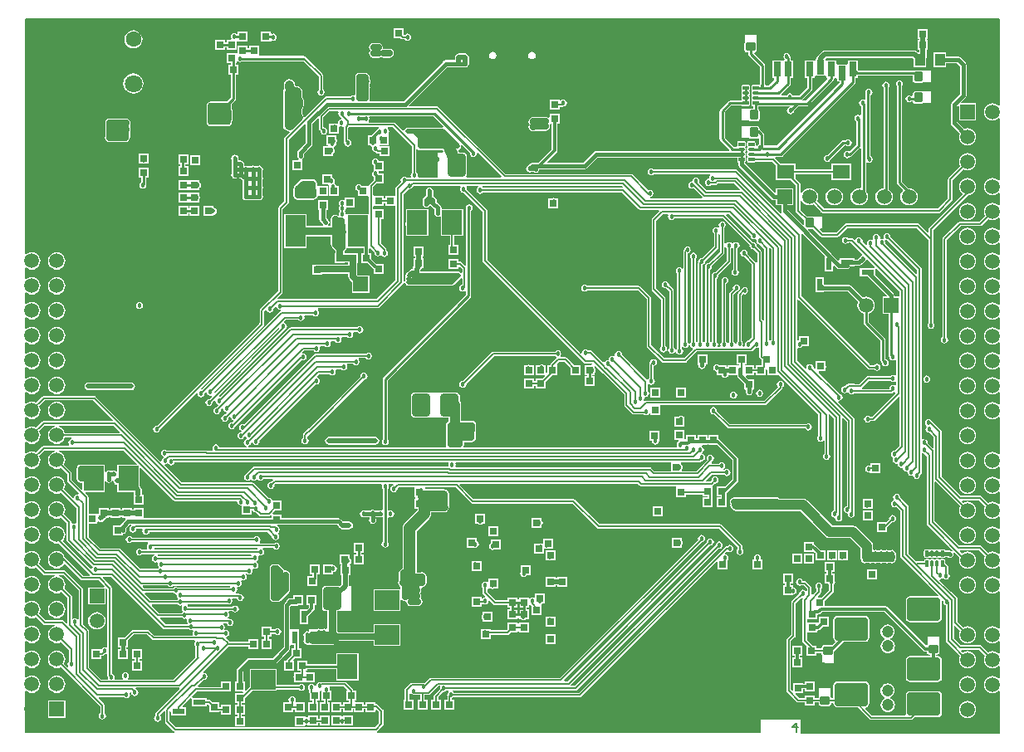
<source format=gbl>
G04 Layer_Physical_Order=4*
G04 Layer_Color=16711680*
%FSLAX24Y24*%
%MOIN*%
G70*
G01*
G75*
%ADD10C,0.0060*%
%ADD11C,0.0080*%
G04:AMPARAMS|DCode=14|XSize=90.6mil|YSize=70.9mil|CornerRadius=8.9mil|HoleSize=0mil|Usage=FLASHONLY|Rotation=270.000|XOffset=0mil|YOffset=0mil|HoleType=Round|Shape=RoundedRectangle|*
%AMROUNDEDRECTD14*
21,1,0.0906,0.0532,0,0,270.0*
21,1,0.0728,0.0709,0,0,270.0*
1,1,0.0177,-0.0266,-0.0364*
1,1,0.0177,-0.0266,0.0364*
1,1,0.0177,0.0266,0.0364*
1,1,0.0177,0.0266,-0.0364*
%
%ADD14ROUNDEDRECTD14*%
%ADD15R,0.0300X0.0300*%
%ADD16R,0.0300X0.0300*%
G04:AMPARAMS|DCode=18|XSize=39.4mil|YSize=35.4mil|CornerRadius=4.4mil|HoleSize=0mil|Usage=FLASHONLY|Rotation=180.000|XOffset=0mil|YOffset=0mil|HoleType=Round|Shape=RoundedRectangle|*
%AMROUNDEDRECTD18*
21,1,0.0394,0.0266,0,0,180.0*
21,1,0.0305,0.0354,0,0,180.0*
1,1,0.0089,-0.0153,0.0133*
1,1,0.0089,0.0153,0.0133*
1,1,0.0089,0.0153,-0.0133*
1,1,0.0089,-0.0153,-0.0133*
%
%ADD18ROUNDEDRECTD18*%
%ADD19R,0.0984X0.0787*%
G04:AMPARAMS|DCode=20|XSize=23.6mil|YSize=15.7mil|CornerRadius=2mil|HoleSize=0mil|Usage=FLASHONLY|Rotation=90.000|XOffset=0mil|YOffset=0mil|HoleType=Round|Shape=RoundedRectangle|*
%AMROUNDEDRECTD20*
21,1,0.0236,0.0118,0,0,90.0*
21,1,0.0197,0.0157,0,0,90.0*
1,1,0.0039,0.0059,0.0098*
1,1,0.0039,0.0059,-0.0098*
1,1,0.0039,-0.0059,-0.0098*
1,1,0.0039,-0.0059,0.0098*
%
%ADD20ROUNDEDRECTD20*%
G04:AMPARAMS|DCode=21|XSize=23.6mil|YSize=11.8mil|CornerRadius=1.5mil|HoleSize=0mil|Usage=FLASHONLY|Rotation=90.000|XOffset=0mil|YOffset=0mil|HoleType=Round|Shape=RoundedRectangle|*
%AMROUNDEDRECTD21*
21,1,0.0236,0.0089,0,0,90.0*
21,1,0.0207,0.0118,0,0,90.0*
1,1,0.0030,0.0044,0.0103*
1,1,0.0030,0.0044,-0.0103*
1,1,0.0030,-0.0044,-0.0103*
1,1,0.0030,-0.0044,0.0103*
%
%ADD21ROUNDEDRECTD21*%
G04:AMPARAMS|DCode=22|XSize=23.6mil|YSize=15.7mil|CornerRadius=2mil|HoleSize=0mil|Usage=FLASHONLY|Rotation=180.000|XOffset=0mil|YOffset=0mil|HoleType=Round|Shape=RoundedRectangle|*
%AMROUNDEDRECTD22*
21,1,0.0236,0.0118,0,0,180.0*
21,1,0.0197,0.0157,0,0,180.0*
1,1,0.0039,-0.0098,0.0059*
1,1,0.0039,0.0098,0.0059*
1,1,0.0039,0.0098,-0.0059*
1,1,0.0039,-0.0098,-0.0059*
%
%ADD22ROUNDEDRECTD22*%
G04:AMPARAMS|DCode=23|XSize=23.6mil|YSize=11.8mil|CornerRadius=1.5mil|HoleSize=0mil|Usage=FLASHONLY|Rotation=180.000|XOffset=0mil|YOffset=0mil|HoleType=Round|Shape=RoundedRectangle|*
%AMROUNDEDRECTD23*
21,1,0.0236,0.0089,0,0,180.0*
21,1,0.0207,0.0118,0,0,180.0*
1,1,0.0030,-0.0103,0.0044*
1,1,0.0030,0.0103,0.0044*
1,1,0.0030,0.0103,-0.0044*
1,1,0.0030,-0.0103,-0.0044*
%
%ADD23ROUNDEDRECTD23*%
G04:AMPARAMS|DCode=27|XSize=39.4mil|YSize=35.4mil|CornerRadius=4.4mil|HoleSize=0mil|Usage=FLASHONLY|Rotation=90.000|XOffset=0mil|YOffset=0mil|HoleType=Round|Shape=RoundedRectangle|*
%AMROUNDEDRECTD27*
21,1,0.0394,0.0266,0,0,90.0*
21,1,0.0305,0.0354,0,0,90.0*
1,1,0.0089,0.0133,0.0153*
1,1,0.0089,0.0133,-0.0153*
1,1,0.0089,-0.0133,-0.0153*
1,1,0.0089,-0.0133,0.0153*
%
%ADD27ROUNDEDRECTD27*%
%ADD28R,0.0400X0.0500*%
G04:AMPARAMS|DCode=43|XSize=94.5mil|YSize=133.9mil|CornerRadius=11.8mil|HoleSize=0mil|Usage=FLASHONLY|Rotation=90.000|XOffset=0mil|YOffset=0mil|HoleType=Round|Shape=RoundedRectangle|*
%AMROUNDEDRECTD43*
21,1,0.0945,0.1102,0,0,90.0*
21,1,0.0709,0.1339,0,0,90.0*
1,1,0.0236,0.0551,0.0354*
1,1,0.0236,0.0551,-0.0354*
1,1,0.0236,-0.0551,-0.0354*
1,1,0.0236,-0.0551,0.0354*
%
%ADD43ROUNDEDRECTD43*%
%ADD52R,0.0787X0.0984*%
%ADD56R,0.0709X0.0551*%
%ADD57R,0.0551X0.0748*%
%ADD58R,0.0315X0.0591*%
%ADD66R,0.0236X0.0512*%
%ADD75C,0.0100*%
%ADD76C,0.0250*%
%ADD77C,0.0400*%
%ADD78C,0.0070*%
%ADD79C,0.0120*%
%ADD81C,0.0150*%
%ADD82C,0.0200*%
%ADD83C,0.0240*%
%ADD84C,0.0450*%
%ADD85C,0.0180*%
%ADD86C,0.0350*%
%ADD89C,0.0300*%
%ADD95C,0.0500*%
%ADD96C,0.0630*%
%ADD97C,0.0709*%
%ADD98O,0.1378X0.1299*%
%ADD99C,0.0591*%
%ADD100R,0.0591X0.0591*%
%ADD101R,0.0591X0.0591*%
%ADD102C,0.0472*%
%ADD103R,0.0945X0.1220*%
%ADD104C,0.0180*%
%ADD105C,0.1575*%
%ADD106C,0.0394*%
%ADD107C,0.0260*%
%ADD111R,0.0512X0.0236*%
%ADD112R,0.0800X0.1250*%
G04:AMPARAMS|DCode=113|XSize=92.5mil|YSize=88.6mil|CornerRadius=11.1mil|HoleSize=0mil|Usage=FLASHONLY|Rotation=0.000|XOffset=0mil|YOffset=0mil|HoleType=Round|Shape=RoundedRectangle|*
%AMROUNDEDRECTD113*
21,1,0.0925,0.0664,0,0,0.0*
21,1,0.0704,0.0886,0,0,0.0*
1,1,0.0221,0.0352,-0.0332*
1,1,0.0221,-0.0352,-0.0332*
1,1,0.0221,-0.0352,0.0332*
1,1,0.0221,0.0352,0.0332*
%
%ADD113ROUNDEDRECTD113*%
%ADD114C,0.0090*%
G36*
X34720Y19907D02*
X34731Y19909D01*
X35936Y18705D01*
Y18563D01*
X35889Y18544D01*
X34646Y19787D01*
X34653Y19820D01*
X34642Y19875D01*
X34641Y19876D01*
X34652Y19895D01*
X34674Y19916D01*
X34720Y19907D01*
D02*
G37*
G36*
X28278Y19600D02*
X28279Y19599D01*
X28288Y19593D01*
Y19078D01*
X27841Y18631D01*
X27830Y18633D01*
X27775Y18622D01*
X27729Y18591D01*
X27698Y18545D01*
X27687Y18490D01*
X27698Y18435D01*
X27708Y18420D01*
Y15827D01*
X27699Y15821D01*
X27698Y15820D01*
X27645Y15816D01*
X27612Y15850D01*
Y18718D01*
X27615Y18718D01*
X27661Y18749D01*
X27692Y18795D01*
X27703Y18850D01*
X27701Y18861D01*
X28175Y19335D01*
X28195Y19365D01*
X28202Y19400D01*
Y19604D01*
X28211Y19611D01*
X28278Y19600D01*
D02*
G37*
G36*
X28018Y20117D02*
Y19438D01*
X27571Y18991D01*
X27560Y18993D01*
X27505Y18982D01*
X27459Y18951D01*
X27428Y18905D01*
X27417Y18850D01*
X27428Y18795D01*
X27428Y18795D01*
Y15827D01*
X27419Y15821D01*
X27408Y15804D01*
X27358Y15801D01*
X27322Y15839D01*
Y18906D01*
X27335Y18908D01*
X27381Y18939D01*
X27412Y18985D01*
X27423Y19040D01*
X27421Y19051D01*
X27935Y19565D01*
X27955Y19595D01*
X27962Y19630D01*
Y20138D01*
X27964Y20141D01*
X27968Y20144D01*
X28018Y20117D01*
D02*
G37*
G36*
X29249Y20091D02*
X29247Y20080D01*
X29258Y20025D01*
X29289Y19979D01*
X29335Y19948D01*
X29390Y19937D01*
X29445Y19948D01*
X29461Y19959D01*
X29495Y19927D01*
X29498Y19924D01*
X29487Y19870D01*
X29498Y19815D01*
X29529Y19769D01*
X29575Y19738D01*
X29630Y19727D01*
X29641Y19729D01*
X29808Y19562D01*
Y16700D01*
X29785Y16687D01*
X29758Y16682D01*
X29702Y16738D01*
Y19430D01*
X29695Y19465D01*
X29675Y19495D01*
X29491Y19679D01*
X29493Y19690D01*
X29482Y19745D01*
X29451Y19791D01*
X29405Y19822D01*
X29350Y19833D01*
X29339Y19831D01*
X28262Y20908D01*
X28282Y20958D01*
X28382D01*
X29249Y20091D01*
D02*
G37*
G36*
X10236Y17216D02*
X10238Y17205D01*
X10269Y17159D01*
X10315Y17128D01*
X10370Y17117D01*
X10392Y17122D01*
X10405Y17075D01*
X10375Y17055D01*
X7233Y13912D01*
X7230Y13911D01*
X7223Y13913D01*
X7207Y13967D01*
X9695Y16455D01*
X9715Y16485D01*
X9722Y16520D01*
Y16550D01*
X9725Y16555D01*
X9732Y16590D01*
Y17052D01*
X9780Y17100D01*
X9818Y17089D01*
X9831Y17081D01*
X9859Y17039D01*
X9905Y17008D01*
X9960Y16997D01*
X10015Y17008D01*
X10061Y17039D01*
X10092Y17085D01*
X10103Y17140D01*
X10101Y17151D01*
X10182Y17232D01*
X10236Y17216D01*
D02*
G37*
G36*
X35236Y17845D02*
Y17685D01*
X35235Y17635D01*
X35017D01*
Y17683D01*
X35008Y17732D01*
X34980Y17774D01*
X34249Y18504D01*
Y18760D01*
X34299Y18781D01*
X35236Y17845D01*
D02*
G37*
G36*
X6259Y5269D02*
X6305Y5238D01*
X6360Y5227D01*
X6410Y5237D01*
X6423Y5227D01*
X6443Y5197D01*
X6428Y5175D01*
X6417Y5120D01*
X6428Y5065D01*
X6459Y5019D01*
X6465Y5015D01*
X6463Y4957D01*
X6439Y4941D01*
X6433Y4932D01*
X5512D01*
X5212Y5232D01*
X5231Y5278D01*
X6253D01*
X6259Y5269D01*
D02*
G37*
G36*
X2278Y5842D02*
Y4690D01*
X2243Y4676D01*
X2228Y4673D01*
X2185Y4702D01*
X2130Y4713D01*
X2075Y4702D01*
X2072Y4699D01*
X2022Y4726D01*
Y5570D01*
X2015Y5605D01*
X1995Y5635D01*
X1711Y5919D01*
X1736Y5980D01*
X1748Y6070D01*
X1736Y6160D01*
X1702Y6244D01*
X1646Y6316D01*
X1574Y6372D01*
X1490Y6406D01*
X1476Y6408D01*
X1479Y6458D01*
X1662D01*
X2278Y5842D01*
D02*
G37*
G36*
X6439Y4739D02*
X6485Y4708D01*
X6540Y4697D01*
X6585Y4706D01*
X6591Y4703D01*
X6611Y4686D01*
X6625Y4668D01*
X6617Y4630D01*
X6628Y4575D01*
X6659Y4529D01*
X6670Y4522D01*
X6655Y4472D01*
X5774D01*
X5544Y4702D01*
X5563Y4748D01*
X6433D01*
X6439Y4739D01*
D02*
G37*
G36*
X5869Y6029D02*
X5915Y5998D01*
X5970Y5987D01*
X6025Y5998D01*
X6071Y6029D01*
X6074Y6034D01*
X8347D01*
X8372Y5984D01*
X8359Y5966D01*
X6243D01*
X6235Y5972D01*
X6180Y5983D01*
X6125Y5972D01*
X6079Y5941D01*
X6073Y5932D01*
X4908D01*
X4848Y5992D01*
X4867Y6038D01*
X5863D01*
X5869Y6029D01*
D02*
G37*
G36*
X226Y6768D02*
X310Y6734D01*
X400Y6722D01*
X490Y6734D01*
X573Y6768D01*
X855Y6485D01*
X885Y6465D01*
X920Y6458D01*
X1321D01*
X1324Y6408D01*
X1310Y6406D01*
X1226Y6372D01*
X1154Y6316D01*
X1098Y6244D01*
X1064Y6160D01*
X1052Y6070D01*
X1064Y5980D01*
X1098Y5896D01*
X1154Y5824D01*
X1226Y5768D01*
X1310Y5734D01*
X1400Y5722D01*
X1490Y5734D01*
X1574Y5768D01*
X1590Y5780D01*
X1838Y5532D01*
Y4537D01*
X1792Y4518D01*
X1695Y4615D01*
X1665Y4635D01*
X1630Y4642D01*
X958D01*
X702Y4897D01*
X736Y4980D01*
X748Y5070D01*
X736Y5160D01*
X702Y5244D01*
X646Y5316D01*
X574Y5372D01*
X490Y5406D01*
X400Y5418D01*
X310Y5406D01*
X226Y5372D01*
X180Y5336D01*
X130Y5361D01*
Y5779D01*
X180Y5804D01*
X226Y5768D01*
X310Y5734D01*
X400Y5722D01*
X490Y5734D01*
X574Y5768D01*
X646Y5824D01*
X702Y5896D01*
X736Y5980D01*
X748Y6070D01*
X736Y6160D01*
X702Y6244D01*
X646Y6316D01*
X574Y6372D01*
X490Y6406D01*
X400Y6418D01*
X310Y6406D01*
X226Y6372D01*
X180Y6336D01*
X130Y6361D01*
Y6779D01*
X180Y6804D01*
X226Y6768D01*
D02*
G37*
G36*
X6079Y5739D02*
X6125Y5708D01*
X6180Y5697D01*
X6220Y5654D01*
X6217Y5640D01*
X6228Y5585D01*
X6259Y5539D01*
X6250Y5491D01*
X6220Y5462D01*
X5180D01*
X4940Y5702D01*
X4959Y5748D01*
X6073D01*
X6079Y5739D01*
D02*
G37*
G36*
X30078Y19561D02*
Y15891D01*
X30061Y15882D01*
X30015Y15886D01*
X29992Y15907D01*
Y19576D01*
X30042Y19597D01*
X30078Y19561D01*
D02*
G37*
G36*
X1324Y11408D02*
X1310Y11406D01*
X1226Y11372D01*
X1154Y11316D01*
X1098Y11244D01*
X1064Y11160D01*
X1052Y11070D01*
X1064Y10980D01*
X1098Y10896D01*
X1154Y10824D01*
X1226Y10768D01*
X1310Y10734D01*
X1400Y10722D01*
X1490Y10734D01*
X1573Y10768D01*
X1818Y10522D01*
Y10250D01*
X1825Y10215D01*
X1845Y10185D01*
X2286Y9745D01*
X2261Y9699D01*
X2240Y9703D01*
X2185Y9692D01*
X2139Y9661D01*
X2108Y9615D01*
X2099Y9571D01*
X2068Y9555D01*
X2048Y9551D01*
X1702Y9898D01*
X1736Y9980D01*
X1748Y10070D01*
X1736Y10160D01*
X1702Y10244D01*
X1646Y10316D01*
X1574Y10372D01*
X1490Y10406D01*
X1400Y10418D01*
X1310Y10406D01*
X1226Y10372D01*
X1154Y10316D01*
X1098Y10244D01*
X1064Y10160D01*
X1052Y10070D01*
X1064Y9980D01*
X1098Y9896D01*
X1154Y9824D01*
X1226Y9768D01*
X1310Y9734D01*
X1400Y9722D01*
X1490Y9734D01*
X1573Y9768D01*
X2188Y9152D01*
Y8555D01*
X2161Y8540D01*
X2138Y8533D01*
X2090Y8543D01*
X2042Y8533D01*
X2019Y8540D01*
X1992Y8555D01*
Y8570D01*
X1985Y8605D01*
X1965Y8635D01*
X1702Y8898D01*
X1736Y8980D01*
X1748Y9070D01*
X1736Y9160D01*
X1702Y9244D01*
X1646Y9316D01*
X1574Y9372D01*
X1490Y9406D01*
X1400Y9418D01*
X1310Y9406D01*
X1226Y9372D01*
X1154Y9316D01*
X1098Y9244D01*
X1064Y9160D01*
X1052Y9070D01*
X1064Y8980D01*
X1098Y8896D01*
X1154Y8824D01*
X1226Y8768D01*
X1310Y8734D01*
X1400Y8722D01*
X1490Y8734D01*
X1573Y8768D01*
X1808Y8532D01*
Y7860D01*
X1815Y7825D01*
X1835Y7795D01*
X2815Y6815D01*
X2845Y6795D01*
X2831Y6749D01*
X2828Y6745D01*
X2824Y6726D01*
X2770Y6710D01*
X1650Y7829D01*
X1702Y7896D01*
X1736Y7980D01*
X1748Y8070D01*
X1736Y8160D01*
X1702Y8244D01*
X1646Y8316D01*
X1574Y8372D01*
X1490Y8406D01*
X1400Y8418D01*
X1310Y8406D01*
X1226Y8372D01*
X1154Y8316D01*
X1098Y8244D01*
X1064Y8160D01*
X1052Y8070D01*
X1064Y7980D01*
X1098Y7896D01*
X1154Y7824D01*
X1226Y7768D01*
X1310Y7734D01*
X1400Y7722D01*
X1487Y7733D01*
X2742Y6478D01*
X2723Y6432D01*
X2448D01*
X1745Y7135D01*
X1739Y7139D01*
X1736Y7160D01*
X1702Y7244D01*
X1646Y7316D01*
X1574Y7372D01*
X1490Y7406D01*
X1400Y7418D01*
X1310Y7406D01*
X1226Y7372D01*
X1154Y7316D01*
X1098Y7244D01*
X1064Y7160D01*
X1052Y7070D01*
X1064Y6980D01*
X1098Y6896D01*
X1154Y6824D01*
X1226Y6768D01*
X1310Y6734D01*
X1400Y6722D01*
X1490Y6734D01*
X1574Y6768D01*
X1646Y6824D01*
X1681Y6869D01*
X1744Y6876D01*
X2345Y6275D01*
X2375Y6255D01*
X2410Y6248D01*
X3082D01*
X3315Y6015D01*
X3294Y5965D01*
X2665D01*
Y5275D01*
X3355D01*
Y5904D01*
X3405Y5925D01*
X3438Y5892D01*
Y4598D01*
X3435Y4594D01*
X3428Y4559D01*
Y4401D01*
X3435Y4366D01*
X3438Y4362D01*
Y3575D01*
X3411Y3560D01*
X3388Y3553D01*
X3340Y3563D01*
X3285Y3552D01*
X3241Y3522D01*
X3200Y3500D01*
X2800D01*
Y3100D01*
X3200D01*
Y3208D01*
X3220D01*
X3255Y3215D01*
X3285Y3235D01*
X3329Y3279D01*
X3340Y3277D01*
X3388Y3287D01*
X3411Y3280D01*
X3438Y3265D01*
Y2420D01*
X3445Y2385D01*
X3451Y2377D01*
X3447Y2360D01*
X3457Y2312D01*
X3450Y2289D01*
X3435Y2262D01*
X3196D01*
X2702Y2756D01*
Y4220D01*
X2695Y4255D01*
X2675Y4285D01*
X2462Y4498D01*
Y5880D01*
X2455Y5915D01*
X2435Y5945D01*
X1765Y6615D01*
X1735Y6635D01*
X1700Y6642D01*
X958D01*
X702Y6898D01*
X736Y6980D01*
X748Y7070D01*
X736Y7160D01*
X702Y7244D01*
X646Y7316D01*
X574Y7372D01*
X490Y7406D01*
X400Y7418D01*
X310Y7406D01*
X226Y7372D01*
X180Y7336D01*
X130Y7361D01*
Y7779D01*
X180Y7804D01*
X226Y7768D01*
X310Y7734D01*
X400Y7722D01*
X490Y7734D01*
X574Y7768D01*
X646Y7824D01*
X702Y7896D01*
X736Y7980D01*
X748Y8070D01*
X736Y8160D01*
X702Y8244D01*
X646Y8316D01*
X574Y8372D01*
X490Y8406D01*
X400Y8418D01*
X310Y8406D01*
X226Y8372D01*
X180Y8336D01*
X130Y8361D01*
Y8779D01*
X180Y8804D01*
X226Y8768D01*
X310Y8734D01*
X400Y8722D01*
X490Y8734D01*
X574Y8768D01*
X646Y8824D01*
X702Y8896D01*
X736Y8980D01*
X748Y9070D01*
X736Y9160D01*
X702Y9244D01*
X646Y9316D01*
X574Y9372D01*
X490Y9406D01*
X400Y9418D01*
X310Y9406D01*
X226Y9372D01*
X180Y9336D01*
X130Y9361D01*
Y9779D01*
X180Y9804D01*
X226Y9768D01*
X310Y9734D01*
X400Y9722D01*
X490Y9734D01*
X574Y9768D01*
X646Y9824D01*
X702Y9896D01*
X736Y9980D01*
X748Y10070D01*
X736Y10160D01*
X702Y10244D01*
X646Y10316D01*
X574Y10372D01*
X490Y10406D01*
X400Y10418D01*
X310Y10406D01*
X226Y10372D01*
X180Y10336D01*
X130Y10361D01*
Y10779D01*
X180Y10804D01*
X226Y10768D01*
X310Y10734D01*
X400Y10722D01*
X490Y10734D01*
X574Y10768D01*
X646Y10824D01*
X702Y10896D01*
X736Y10980D01*
X748Y11070D01*
X736Y11160D01*
X702Y11243D01*
X918Y11458D01*
X1321D01*
X1324Y11408D01*
D02*
G37*
G36*
Y12408D02*
X1310Y12406D01*
X1226Y12372D01*
X1154Y12316D01*
X1098Y12244D01*
X1064Y12160D01*
X1052Y12070D01*
X1064Y11980D01*
X1098Y11896D01*
X1154Y11824D01*
X1226Y11768D01*
X1310Y11734D01*
X1400Y11722D01*
X1490Y11734D01*
X1574Y11768D01*
X1646Y11824D01*
X1702Y11896D01*
X1736Y11978D01*
X1982D01*
X1987Y11928D01*
X1955Y11922D01*
X1909Y11891D01*
X1878Y11845D01*
X1867Y11790D01*
X1878Y11735D01*
X1907Y11692D01*
X1904Y11677D01*
X1890Y11642D01*
X880D01*
X845Y11635D01*
X815Y11615D01*
X573Y11372D01*
X490Y11406D01*
X400Y11418D01*
X310Y11406D01*
X226Y11372D01*
X180Y11336D01*
X130Y11361D01*
Y11779D01*
X180Y11804D01*
X226Y11768D01*
X310Y11734D01*
X400Y11722D01*
X490Y11734D01*
X574Y11768D01*
X646Y11824D01*
X702Y11896D01*
X736Y11980D01*
X748Y12070D01*
X736Y12160D01*
X702Y12242D01*
X918Y12458D01*
X1321D01*
X1324Y12408D01*
D02*
G37*
G36*
X3934Y12208D02*
X3915Y12162D01*
X1736D01*
X1702Y12244D01*
X1646Y12316D01*
X1574Y12372D01*
X1490Y12406D01*
X1476Y12408D01*
X1479Y12458D01*
X3684D01*
X3934Y12208D01*
D02*
G37*
G36*
X4620Y10928D02*
X4601Y10882D01*
X3838D01*
Y10637D01*
X3788Y10622D01*
X3783Y10631D01*
X3736Y10662D01*
X3682Y10673D01*
X3627Y10662D01*
X3620Y10657D01*
X3561D01*
X3555Y10662D01*
X3500Y10673D01*
X3445Y10662D01*
X3399Y10631D01*
X3378Y10600D01*
X3328Y10615D01*
Y10882D01*
X2953D01*
X2950Y10883D01*
X2947Y10882D01*
X2753D01*
X2750Y10883D01*
X2747Y10882D01*
X2604D01*
X2550Y10893D01*
X2350D01*
X2291Y10881D01*
X2242Y10848D01*
X2209Y10799D01*
X2197Y10740D01*
Y10330D01*
X2209Y10271D01*
X2242Y10222D01*
X2256Y10208D01*
X2305Y10175D01*
X2364Y10163D01*
X2441D01*
Y9914D01*
X2395Y9895D01*
X2002Y10288D01*
Y10560D01*
X1995Y10595D01*
X1975Y10625D01*
X1702Y10898D01*
X1736Y10980D01*
X1748Y11070D01*
X1736Y11160D01*
X1702Y11244D01*
X1646Y11316D01*
X1574Y11372D01*
X1490Y11406D01*
X1476Y11408D01*
X1479Y11458D01*
X4090D01*
X4620Y10928D01*
D02*
G37*
G36*
X26050Y10632D02*
X25398D01*
X25275Y10755D01*
X25245Y10775D01*
X25210Y10782D01*
X17425D01*
X17410Y10809D01*
X17403Y10832D01*
X17413Y10880D01*
X17402Y10935D01*
X17399Y10938D01*
X17426Y10988D01*
X26050D01*
Y10632D01*
D02*
G37*
G36*
X6093Y9455D02*
X6123Y9435D01*
X6158Y9428D01*
X8624D01*
X8647Y9400D01*
X8658Y9345D01*
X8689Y9299D01*
X8735Y9268D01*
X8790Y9257D01*
X8810Y9241D01*
Y8880D01*
X9210D01*
Y9044D01*
X9258Y9055D01*
X9289Y9009D01*
X9335Y8978D01*
X9390Y8967D01*
X9392Y8968D01*
X9515Y8845D01*
X9545Y8825D01*
X9580Y8818D01*
X9910D01*
X9945Y8825D01*
X9975Y8845D01*
X9990Y8860D01*
X10040Y8840D01*
Y8737D01*
X4929D01*
X4880Y8740D01*
X4880Y8787D01*
Y9140D01*
X4480D01*
Y9093D01*
X4420D01*
Y9140D01*
X4020D01*
Y9093D01*
X3960D01*
Y9140D01*
X3560D01*
Y9093D01*
X3500D01*
Y9140D01*
X3100D01*
Y8936D01*
X3090Y8930D01*
X3040Y8930D01*
Y8930D01*
X2682D01*
Y9570D01*
X2675Y9605D01*
X2655Y9635D01*
X2538Y9752D01*
X2557Y9798D01*
X3328D01*
Y10215D01*
X3378Y10230D01*
X3399Y10199D01*
X3445Y10168D01*
X3500Y10157D01*
X3555Y10168D01*
X3601Y10199D01*
X3630Y10242D01*
X3647Y10241D01*
X3679Y10232D01*
X3689Y10181D01*
X3722Y10132D01*
X3771Y10099D01*
X3830Y10087D01*
X3838D01*
Y9798D01*
X4507D01*
Y9690D01*
X4480D01*
Y9290D01*
X4880D01*
Y9690D01*
X4813D01*
Y9890D01*
X4801Y9949D01*
X4768Y9998D01*
X4726Y10040D01*
Y10757D01*
X4772Y10776D01*
X6093Y9455D01*
D02*
G37*
G36*
X10341Y16381D02*
X10347Y16357D01*
X7763Y13773D01*
X7713Y13793D01*
X7711Y13822D01*
X10286Y16396D01*
X10341Y16381D01*
D02*
G37*
G36*
X34010Y14258D02*
X34863D01*
X34869Y14249D01*
X34915Y14218D01*
X34970Y14207D01*
X35025Y14218D01*
X35046Y14232D01*
X35096Y14205D01*
Y14095D01*
X35046Y14068D01*
X35025Y14082D01*
X34970Y14093D01*
X34915Y14082D01*
X34869Y14051D01*
X34838Y14005D01*
X34827Y13950D01*
X34812Y13932D01*
X33750D01*
X33737Y13955D01*
X33732Y13982D01*
X34008Y14259D01*
X34010Y14258D01*
D02*
G37*
G36*
X9221Y7242D02*
X9208Y7224D01*
X5467D01*
X5449Y7242D01*
X5469Y7292D01*
X9195D01*
X9221Y7242D01*
D02*
G37*
G36*
X37658Y9233D02*
X37624Y9150D01*
X37612Y9060D01*
X37624Y8970D01*
X37658Y8886D01*
X37714Y8814D01*
X37786Y8758D01*
X37870Y8724D01*
X37960Y8712D01*
X38050Y8724D01*
X38134Y8758D01*
X38206Y8814D01*
X38262Y8886D01*
X38296Y8970D01*
X38308Y9060D01*
X38296Y9150D01*
X38262Y9234D01*
X38206Y9306D01*
X38134Y9362D01*
X38050Y9396D01*
X37960Y9408D01*
X37870Y9396D01*
X37787Y9362D01*
X37738Y9412D01*
X37757Y9458D01*
X38432D01*
X38658Y9233D01*
X38624Y9150D01*
X38612Y9060D01*
X38624Y8970D01*
X38658Y8886D01*
X38714Y8814D01*
X38786Y8758D01*
X38870Y8724D01*
X38960Y8712D01*
X39050Y8724D01*
X39134Y8758D01*
X39200Y8809D01*
X39250Y8797D01*
Y8323D01*
X39200Y8311D01*
X39134Y8362D01*
X39050Y8396D01*
X38960Y8408D01*
X38870Y8396D01*
X38786Y8362D01*
X38714Y8306D01*
X38658Y8234D01*
X38624Y8150D01*
X38612Y8060D01*
X38624Y7970D01*
X38658Y7886D01*
X38714Y7814D01*
X38786Y7758D01*
X38870Y7724D01*
X38960Y7712D01*
X39050Y7724D01*
X39134Y7758D01*
X39200Y7809D01*
X39250Y7797D01*
Y7323D01*
X39200Y7311D01*
X39134Y7362D01*
X39050Y7396D01*
X38960Y7408D01*
X38870Y7396D01*
X38788Y7362D01*
X38535Y7615D01*
X38505Y7635D01*
X38470Y7642D01*
X37616D01*
X36642Y8616D01*
Y10183D01*
X36688Y10202D01*
X37658Y9233D01*
D02*
G37*
G36*
X3652Y12688D02*
X3633Y12642D01*
X880D01*
X845Y12635D01*
X815Y12615D01*
X573Y12372D01*
X490Y12406D01*
X400Y12418D01*
X310Y12406D01*
X226Y12372D01*
X180Y12336D01*
X130Y12361D01*
Y12779D01*
X180Y12804D01*
X226Y12768D01*
X310Y12734D01*
X400Y12722D01*
X490Y12734D01*
X574Y12768D01*
X646Y12824D01*
X702Y12896D01*
X736Y12980D01*
X748Y13070D01*
X736Y13160D01*
X702Y13242D01*
X928Y13468D01*
X2872D01*
X3652Y12688D01*
D02*
G37*
G36*
X9468Y7493D02*
X9453Y7475D01*
X5343D01*
X5315Y7525D01*
X5326Y7543D01*
X9445D01*
X9468Y7493D01*
D02*
G37*
G36*
X39250Y28795D02*
X39250Y25323D01*
X39200Y25311D01*
X39134Y25362D01*
X39050Y25396D01*
X38960Y25408D01*
X38870Y25396D01*
X38786Y25362D01*
X38714Y25306D01*
X38658Y25234D01*
X38624Y25150D01*
X38612Y25060D01*
X38624Y24970D01*
X38658Y24886D01*
X38714Y24814D01*
X38786Y24758D01*
X38870Y24724D01*
X38960Y24712D01*
X39050Y24724D01*
X39134Y24758D01*
X39200Y24809D01*
X39250Y24797D01*
X39250Y22323D01*
X39200Y22311D01*
X39134Y22362D01*
X39050Y22396D01*
X38960Y22408D01*
X38870Y22396D01*
X38786Y22362D01*
X38714Y22306D01*
X38658Y22234D01*
X38624Y22150D01*
X38612Y22060D01*
X38624Y21970D01*
X38658Y21886D01*
X38714Y21814D01*
X38786Y21758D01*
X38870Y21724D01*
X38960Y21712D01*
X39050Y21724D01*
X39134Y21758D01*
X39200Y21809D01*
X39250Y21797D01*
Y21323D01*
X39200Y21311D01*
X39134Y21362D01*
X39050Y21396D01*
X38960Y21408D01*
X38870Y21396D01*
X38786Y21362D01*
X38714Y21306D01*
X38658Y21234D01*
X38624Y21150D01*
X38612Y21060D01*
X38624Y20970D01*
X38658Y20887D01*
X38422Y20652D01*
X37650D01*
X37615Y20645D01*
X37585Y20625D01*
X36975Y20015D01*
X36955Y19985D01*
X36948Y19950D01*
Y16007D01*
X36939Y16001D01*
X36908Y15955D01*
X36897Y15900D01*
X36908Y15845D01*
X36939Y15799D01*
X36985Y15768D01*
X37040Y15757D01*
X37095Y15768D01*
X37141Y15799D01*
X37172Y15845D01*
X37183Y15900D01*
X37172Y15955D01*
X37141Y16001D01*
X37132Y16007D01*
Y19912D01*
X37688Y20468D01*
X38460D01*
X38495Y20475D01*
X38525Y20495D01*
X38788Y20758D01*
X38870Y20724D01*
X38960Y20712D01*
X39050Y20724D01*
X39134Y20758D01*
X39200Y20809D01*
X39250Y20797D01*
X39250Y20323D01*
X39200Y20311D01*
X39134Y20362D01*
X39050Y20396D01*
X38960Y20408D01*
X38870Y20396D01*
X38786Y20362D01*
X38714Y20306D01*
X38658Y20234D01*
X38624Y20150D01*
X38612Y20060D01*
X38624Y19970D01*
X38658Y19886D01*
X38714Y19814D01*
X38786Y19758D01*
X38870Y19724D01*
X38960Y19712D01*
X39050Y19724D01*
X39134Y19758D01*
X39200Y19809D01*
X39250Y19797D01*
Y19323D01*
X39200Y19311D01*
X39134Y19362D01*
X39050Y19396D01*
X38960Y19408D01*
X38870Y19396D01*
X38786Y19362D01*
X38714Y19306D01*
X38658Y19234D01*
X38624Y19150D01*
X38612Y19060D01*
X38624Y18970D01*
X38658Y18886D01*
X38714Y18814D01*
X38786Y18758D01*
X38870Y18724D01*
X38960Y18712D01*
X39050Y18724D01*
X39134Y18758D01*
X39200Y18809D01*
X39250Y18797D01*
Y18323D01*
X39200Y18311D01*
X39134Y18362D01*
X39050Y18396D01*
X38960Y18408D01*
X38870Y18396D01*
X38786Y18362D01*
X38714Y18306D01*
X38658Y18234D01*
X38624Y18150D01*
X38612Y18060D01*
X38624Y17970D01*
X38658Y17886D01*
X38714Y17814D01*
X38786Y17758D01*
X38870Y17724D01*
X38960Y17712D01*
X39050Y17724D01*
X39134Y17758D01*
X39200Y17809D01*
X39250Y17797D01*
Y17323D01*
X39200Y17311D01*
X39134Y17362D01*
X39050Y17396D01*
X38960Y17408D01*
X38870Y17396D01*
X38786Y17362D01*
X38714Y17306D01*
X38658Y17234D01*
X38624Y17150D01*
X38612Y17060D01*
X38624Y16970D01*
X38658Y16886D01*
X38714Y16814D01*
X38786Y16758D01*
X38870Y16724D01*
X38960Y16712D01*
X39050Y16724D01*
X39134Y16758D01*
X39200Y16809D01*
X39250Y16797D01*
Y16323D01*
X39200Y16311D01*
X39134Y16362D01*
X39050Y16396D01*
X38960Y16408D01*
X38870Y16396D01*
X38786Y16362D01*
X38714Y16306D01*
X38658Y16234D01*
X38624Y16150D01*
X38612Y16060D01*
X38624Y15970D01*
X38658Y15886D01*
X38714Y15814D01*
X38786Y15758D01*
X38870Y15724D01*
X38960Y15712D01*
X39050Y15724D01*
X39134Y15758D01*
X39200Y15809D01*
X39250Y15797D01*
X39250Y15323D01*
X39200Y15311D01*
X39134Y15362D01*
X39050Y15396D01*
X38960Y15408D01*
X38870Y15396D01*
X38786Y15362D01*
X38714Y15306D01*
X38658Y15234D01*
X38624Y15150D01*
X38612Y15060D01*
X38624Y14970D01*
X38658Y14886D01*
X38714Y14814D01*
X38786Y14758D01*
X38870Y14724D01*
X38960Y14712D01*
X39050Y14724D01*
X39134Y14758D01*
X39200Y14809D01*
X39250Y14797D01*
Y14323D01*
X39200Y14311D01*
X39134Y14362D01*
X39050Y14396D01*
X38960Y14408D01*
X38870Y14396D01*
X38786Y14362D01*
X38714Y14306D01*
X38658Y14234D01*
X38624Y14150D01*
X38612Y14060D01*
X38624Y13970D01*
X38658Y13886D01*
X38714Y13814D01*
X38786Y13758D01*
X38870Y13724D01*
X38960Y13712D01*
X39050Y13724D01*
X39134Y13758D01*
X39200Y13809D01*
X39250Y13797D01*
X39250Y13323D01*
X39200Y13311D01*
X39134Y13362D01*
X39050Y13396D01*
X38960Y13408D01*
X38870Y13396D01*
X38786Y13362D01*
X38714Y13306D01*
X38658Y13234D01*
X38624Y13150D01*
X38612Y13060D01*
X38624Y12970D01*
X38658Y12886D01*
X38714Y12814D01*
X38786Y12758D01*
X38870Y12724D01*
X38960Y12712D01*
X39050Y12724D01*
X39134Y12758D01*
X39200Y12809D01*
X39250Y12797D01*
X39250Y11323D01*
X39200Y11311D01*
X39134Y11362D01*
X39050Y11396D01*
X38960Y11408D01*
X38870Y11396D01*
X38786Y11362D01*
X38714Y11306D01*
X38658Y11234D01*
X38624Y11150D01*
X38612Y11060D01*
X38624Y10970D01*
X38658Y10886D01*
X38714Y10814D01*
X38786Y10758D01*
X38870Y10724D01*
X38960Y10712D01*
X39050Y10724D01*
X39134Y10758D01*
X39200Y10809D01*
X39250Y10797D01*
Y10323D01*
X39200Y10311D01*
X39134Y10362D01*
X39050Y10396D01*
X38960Y10408D01*
X38870Y10396D01*
X38786Y10362D01*
X38714Y10306D01*
X38658Y10234D01*
X38624Y10150D01*
X38612Y10060D01*
X38624Y9970D01*
X38658Y9886D01*
X38714Y9814D01*
X38786Y9758D01*
X38870Y9724D01*
X38960Y9712D01*
X39050Y9724D01*
X39134Y9758D01*
X39200Y9809D01*
X39250Y9797D01*
Y9323D01*
X39200Y9311D01*
X39134Y9362D01*
X39050Y9396D01*
X38960Y9408D01*
X38870Y9396D01*
X38788Y9362D01*
X38535Y9615D01*
X38505Y9635D01*
X38470Y9642D01*
X37706D01*
X36922Y10426D01*
Y12210D01*
X36915Y12245D01*
X36895Y12275D01*
X36535Y12635D01*
X36505Y12655D01*
X36501Y12656D01*
X36491Y12671D01*
X36445Y12702D01*
X36390Y12713D01*
X36335Y12702D01*
X36289Y12671D01*
X36258Y12625D01*
X36247Y12570D01*
X36258Y12515D01*
X36289Y12469D01*
X36298Y12463D01*
X36309Y12411D01*
X36278Y12365D01*
X36267Y12310D01*
X36278Y12255D01*
X36309Y12209D01*
X36355Y12178D01*
X36410Y12167D01*
X36421Y12169D01*
X36598Y11992D01*
Y11586D01*
X36552Y11566D01*
X36358Y11760D01*
X36360Y11768D01*
X36349Y11823D01*
X36318Y11869D01*
X36272Y11900D01*
X36217Y11911D01*
X36169Y11902D01*
X36147Y11909D01*
X36119Y11924D01*
Y18743D01*
X36112Y18778D01*
X36092Y18807D01*
X34861Y20039D01*
X34863Y20050D01*
X34852Y20105D01*
X34821Y20151D01*
X34775Y20182D01*
X34720Y20193D01*
X34665Y20182D01*
X34619Y20151D01*
X34588Y20105D01*
X34577Y20050D01*
X34588Y19995D01*
X34589Y19994D01*
X34578Y19975D01*
X34556Y19954D01*
X34510Y19963D01*
X34481Y19957D01*
X34438Y19996D01*
X34443Y20020D01*
X34432Y20075D01*
X34401Y20121D01*
X34355Y20152D01*
X34300Y20163D01*
X34245Y20152D01*
X34199Y20121D01*
X34168Y20075D01*
X34157Y20020D01*
X34168Y19965D01*
X34171Y19961D01*
X34167Y19947D01*
X34115Y19922D01*
X34060Y19933D01*
X34005Y19922D01*
X33959Y19891D01*
X33928Y19845D01*
X33917Y19790D01*
X33928Y19735D01*
X33888Y19706D01*
X33736Y19857D01*
X33743Y19890D01*
X33732Y19945D01*
X33701Y19991D01*
X33655Y20022D01*
X33600Y20033D01*
X33545Y20022D01*
X33499Y19991D01*
X33468Y19945D01*
X33468Y19943D01*
X33413Y19926D01*
X33375Y19965D01*
X33345Y19985D01*
X33310Y19992D01*
X33177D01*
X33171Y20001D01*
X33125Y20032D01*
X33070Y20043D01*
X33015Y20032D01*
X32969Y20001D01*
X32938Y19955D01*
X32927Y19900D01*
X32938Y19845D01*
X32969Y19799D01*
X33015Y19768D01*
X33070Y19757D01*
X33125Y19768D01*
X33171Y19799D01*
X33177Y19808D01*
X33272D01*
X33730Y19351D01*
X33713Y19296D01*
X33691Y19292D01*
X33645Y19261D01*
X33614Y19215D01*
X33612Y19207D01*
X33537Y19131D01*
X33423D01*
Y19172D01*
X32811D01*
Y19115D01*
X32765Y19096D01*
X32494Y19366D01*
X31545Y20315D01*
X31564Y20361D01*
X31744D01*
X32050Y20055D01*
X32080Y20035D01*
X32115Y20028D01*
X32720D01*
X32755Y20035D01*
X32785Y20055D01*
X33128Y20398D01*
X35922D01*
X36398Y19922D01*
Y16597D01*
X36389Y16591D01*
X36358Y16545D01*
X36347Y16490D01*
X36358Y16435D01*
X36389Y16389D01*
X36435Y16358D01*
X36490Y16347D01*
X36545Y16358D01*
X36591Y16389D01*
X36622Y16435D01*
X36633Y16490D01*
X36622Y16545D01*
X36591Y16591D01*
X36582Y16597D01*
Y19960D01*
Y20306D01*
X37992Y21716D01*
X38050Y21724D01*
X38134Y21758D01*
X38206Y21814D01*
X38262Y21886D01*
X38296Y21970D01*
X38308Y22060D01*
X38296Y22150D01*
X38262Y22234D01*
X38206Y22306D01*
X38134Y22362D01*
X38050Y22396D01*
X37960Y22408D01*
X37870Y22396D01*
X37786Y22362D01*
X37714Y22306D01*
X37658Y22234D01*
X37624Y22150D01*
X37612Y22060D01*
X37624Y21970D01*
X37658Y21886D01*
X37714Y21814D01*
X37750Y21786D01*
X37753Y21736D01*
X36425Y20409D01*
X36405Y20379D01*
X36398Y20344D01*
Y20247D01*
X36352Y20228D01*
X36025Y20555D01*
X35995Y20575D01*
X35960Y20582D01*
X33090D01*
X33055Y20575D01*
X33025Y20555D01*
X32682Y20212D01*
X32153D01*
X32038Y20328D01*
X32057Y20374D01*
X32117D01*
Y20846D01*
X31803D01*
X31795Y20851D01*
X31758Y20859D01*
X31521D01*
X31252Y21128D01*
Y21482D01*
X31302Y21492D01*
X31308Y21476D01*
X31364Y21404D01*
X31436Y21348D01*
X31520Y21314D01*
X31610Y21302D01*
X31700Y21314D01*
X31783Y21348D01*
X32075Y21055D01*
X32075Y21055D01*
X32095Y21025D01*
X32125Y21005D01*
X32160Y20998D01*
X36820D01*
X36855Y21005D01*
X36885Y21025D01*
X37330Y21470D01*
X37350Y21500D01*
X37357Y21535D01*
Y22327D01*
X37787Y22758D01*
X37870Y22724D01*
X37960Y22712D01*
X38050Y22724D01*
X38134Y22758D01*
X38206Y22814D01*
X38262Y22886D01*
X38296Y22970D01*
X38308Y23060D01*
X38296Y23150D01*
X38262Y23234D01*
X38206Y23306D01*
X38134Y23362D01*
X38050Y23396D01*
X37960Y23408D01*
X37870Y23396D01*
X37786Y23362D01*
X37714Y23306D01*
X37658Y23234D01*
X37624Y23150D01*
X37612Y23060D01*
X37624Y22970D01*
X37658Y22887D01*
X37200Y22430D01*
X37180Y22400D01*
X37173Y22365D01*
Y21573D01*
X36782Y21182D01*
X32208D01*
X31912Y21477D01*
X31946Y21560D01*
X31958Y21650D01*
X31946Y21740D01*
X31912Y21824D01*
X31856Y21896D01*
X31784Y21952D01*
X31700Y21986D01*
X31610Y21998D01*
X31520Y21986D01*
X31436Y21952D01*
X31364Y21896D01*
X31308Y21824D01*
X31302Y21808D01*
X31252Y21818D01*
Y22146D01*
X31245Y22181D01*
X31225Y22210D01*
X31051Y22384D01*
Y22567D01*
X32487D01*
Y22333D01*
X33296D01*
Y22984D01*
X32487D01*
Y22750D01*
X31051D01*
Y22984D01*
X30451D01*
X30227Y23208D01*
X30243Y23254D01*
X30245Y23258D01*
X30474D01*
X30513Y23266D01*
X30546Y23288D01*
X33432Y26173D01*
X33454Y26206D01*
X33462Y26245D01*
Y26427D01*
X33567D01*
Y26518D01*
X35756D01*
Y26327D01*
X35764Y26291D01*
X35784Y26259D01*
X35816Y26239D01*
X35852Y26231D01*
X36118D01*
X36155Y26239D01*
X36163Y26244D01*
X36477D01*
Y26716D01*
X36163D01*
X36155Y26721D01*
X36118Y26729D01*
X35852D01*
X35819Y26722D01*
X33567D01*
Y27118D01*
X33152D01*
Y27003D01*
X33134Y26960D01*
X32719Y26960D01*
X32701Y27003D01*
Y27118D01*
X32286Y27118D01*
X32268Y27160D01*
Y27197D01*
X32305Y27227D01*
X35767D01*
X35800Y27194D01*
Y26860D01*
X36300D01*
Y27205D01*
X36311Y27221D01*
X36323Y27280D01*
Y27540D01*
X36370D01*
Y27940D01*
X36323D01*
Y28000D01*
X36370D01*
Y28400D01*
X35970D01*
Y28000D01*
X36017D01*
Y27940D01*
X35970D01*
Y27540D01*
X36017D01*
Y27460D01*
X35966D01*
X35938Y27488D01*
X35889Y27521D01*
X35830Y27533D01*
X32230D01*
X32171Y27521D01*
X32122Y27488D01*
X31952Y27319D01*
X31919Y27269D01*
X31908Y27210D01*
Y27197D01*
X31853D01*
Y27160D01*
X31835Y27118D01*
X31803Y27118D01*
X31420D01*
Y26427D01*
X31518D01*
Y26032D01*
X31208Y25722D01*
X30957D01*
X30931Y25761D01*
X30885Y25792D01*
X30830Y25803D01*
X30775Y25792D01*
X30729Y25761D01*
X30703Y25722D01*
X30497D01*
X30476Y25772D01*
X30822Y26118D01*
X30844Y26151D01*
X30852Y26190D01*
Y26427D01*
X30969D01*
Y27118D01*
X30852D01*
Y27234D01*
X30847Y27260D01*
X30850Y27277D01*
X30839Y27331D01*
X30808Y27378D01*
X30762Y27409D01*
X30707Y27419D01*
X30653Y27409D01*
X30607Y27378D01*
X30576Y27331D01*
X30565Y27277D01*
X30576Y27222D01*
X30607Y27176D01*
X30618Y27168D01*
X30603Y27118D01*
X30554D01*
Y27118D01*
X30536D01*
Y27118D01*
X30121D01*
Y26427D01*
X30208D01*
Y26342D01*
X29983Y26117D01*
X29873D01*
X29872Y26125D01*
X29842Y26169D01*
Y26910D01*
X29834Y26949D01*
X29812Y26982D01*
X29398Y27396D01*
X29400Y27415D01*
X29416Y27449D01*
X29439Y27454D01*
X29471Y27475D01*
X29491Y27506D01*
X29499Y27542D01*
Y27808D01*
X29491Y27845D01*
X29486Y27853D01*
Y28167D01*
X29014D01*
Y27853D01*
X29009Y27845D01*
X29001Y27808D01*
Y27542D01*
X29009Y27506D01*
X29029Y27475D01*
X29061Y27454D01*
X29097Y27446D01*
X29148D01*
Y27400D01*
X29156Y27361D01*
X29178Y27328D01*
X29638Y26868D01*
Y26169D01*
X29634Y26164D01*
X29631Y26161D01*
X29572Y26150D01*
X29545Y26155D01*
X29348D01*
X29321Y26150D01*
X29298Y26134D01*
X29283Y26111D01*
X29277Y26084D01*
Y25966D01*
X29283Y25939D01*
X29298Y25916D01*
X29283Y25888D01*
X29277Y25863D01*
Y25774D01*
X29283Y25749D01*
X29294Y25720D01*
X29283Y25691D01*
X29277Y25666D01*
Y25577D01*
X29283Y25552D01*
X29298Y25524D01*
X29283Y25501D01*
X29277Y25474D01*
Y25356D01*
X29283Y25329D01*
X29298Y25306D01*
X29321Y25290D01*
X29345Y25285D01*
Y25189D01*
X29252D01*
X29215Y25181D01*
X29207Y25176D01*
X28893D01*
Y24704D01*
X29207D01*
X29215Y24699D01*
X29252Y24691D01*
X29518D01*
X29554Y24699D01*
X29585Y24719D01*
X29606Y24751D01*
X29614Y24787D01*
Y25093D01*
X29606Y25129D01*
X29585Y25161D01*
X29554Y25181D01*
X29549Y25182D01*
Y25285D01*
X29572Y25290D01*
X29584Y25298D01*
X30821D01*
X30826Y25248D01*
X30795Y25242D01*
X30749Y25211D01*
X30718Y25165D01*
X30707Y25110D01*
X30718Y25055D01*
X30749Y25009D01*
X30795Y24978D01*
X30850Y24967D01*
X30905Y24978D01*
X30951Y25009D01*
X30982Y25055D01*
X30992Y25108D01*
X31182Y25298D01*
X31510D01*
X31549Y25306D01*
X31582Y25328D01*
X32566Y26311D01*
X32588Y26345D01*
X32596Y26384D01*
Y26392D01*
X32631Y26427D01*
X32701Y26427D01*
X32719Y26385D01*
Y26270D01*
X32825D01*
Y26219D01*
X30308Y23702D01*
X29792D01*
Y24160D01*
X29784Y24199D01*
X29762Y24232D01*
X29642Y24352D01*
X29614Y24371D01*
Y24393D01*
X29606Y24429D01*
X29585Y24461D01*
X29554Y24481D01*
X29518Y24489D01*
X29252D01*
X29215Y24481D01*
X29207Y24476D01*
X28893D01*
Y24004D01*
X29207D01*
X29215Y23999D01*
X29252Y23991D01*
X29518D01*
X29538Y23995D01*
X29579Y23971D01*
X29588Y23961D01*
Y23754D01*
X29575Y23752D01*
X29529Y23721D01*
X29516Y23701D01*
X29493Y23699D01*
X29446Y23743D01*
Y23824D01*
X29441Y23851D01*
X29426Y23874D01*
X29402Y23890D01*
X29375Y23895D01*
X29178D01*
X29151Y23890D01*
X29128Y23874D01*
X29113Y23851D01*
X29107Y23824D01*
Y23706D01*
X29113Y23679D01*
X29128Y23656D01*
X29113Y23628D01*
X29107Y23603D01*
Y23514D01*
X29113Y23489D01*
X29124Y23460D01*
X29113Y23431D01*
X29107Y23406D01*
Y23317D01*
X29113Y23292D01*
X29128Y23264D01*
X29113Y23241D01*
X29107Y23214D01*
Y23096D01*
X29113Y23069D01*
X29128Y23046D01*
X29151Y23030D01*
X29178Y23025D01*
X29375D01*
X29402Y23030D01*
X29426Y23046D01*
X29437Y23063D01*
X30113D01*
X30243Y22933D01*
Y22333D01*
X30843D01*
X31068Y22108D01*
Y21090D01*
X31075Y21055D01*
X31095Y21025D01*
X31396Y20724D01*
Y20529D01*
X31350Y20510D01*
X30737Y21123D01*
Y21305D01*
X30955D01*
Y21995D01*
X30265D01*
Y21826D01*
X30215Y21806D01*
X29032Y22989D01*
X29032Y23046D01*
X29047Y23069D01*
X29053Y23096D01*
Y23214D01*
X29047Y23241D01*
X29032Y23264D01*
X29048Y23292D01*
X29053Y23317D01*
Y23406D01*
X29048Y23431D01*
X29036Y23460D01*
X29048Y23489D01*
X29053Y23514D01*
Y23603D01*
X29048Y23628D01*
X29032Y23656D01*
X29047Y23679D01*
X29053Y23706D01*
Y23824D01*
X29047Y23851D01*
X29032Y23874D01*
X29009Y23890D01*
X28982Y23895D01*
X28785D01*
X28758Y23890D01*
X28734Y23874D01*
X28719Y23851D01*
X28714Y23824D01*
Y23706D01*
X28675Y23662D01*
X28562D01*
X28212Y24012D01*
Y25048D01*
X28467Y25303D01*
X28908D01*
X28928Y25290D01*
X28955Y25285D01*
X29152D01*
X29179Y25290D01*
X29202Y25306D01*
X29217Y25329D01*
X29223Y25356D01*
Y25474D01*
X29217Y25501D01*
X29202Y25524D01*
X29218Y25552D01*
X29223Y25577D01*
Y25666D01*
X29218Y25691D01*
X29206Y25720D01*
X29218Y25749D01*
X29223Y25774D01*
Y25863D01*
X29218Y25888D01*
X29202Y25916D01*
X29217Y25939D01*
X29223Y25966D01*
Y26084D01*
X29217Y26111D01*
X29202Y26134D01*
X29179Y26150D01*
X29152Y26155D01*
X28955D01*
X28928Y26150D01*
X28904Y26134D01*
X28889Y26111D01*
X28884Y26084D01*
Y25966D01*
X28889Y25939D01*
X28904Y25916D01*
X28889Y25888D01*
X28884Y25863D01*
Y25774D01*
X28889Y25749D01*
X28900Y25720D01*
X28889Y25691D01*
X28884Y25666D01*
Y25577D01*
X28888Y25557D01*
X28886Y25548D01*
X28859Y25507D01*
X28425D01*
X28386Y25499D01*
X28353Y25477D01*
X28038Y25162D01*
X28016Y25129D01*
X28008Y25090D01*
Y23970D01*
X28016Y23931D01*
X28038Y23898D01*
X28401Y23535D01*
X28381Y23489D01*
X23052D01*
X23003Y23479D01*
X22961Y23452D01*
X22527Y23017D01*
X21111D01*
X21092Y23064D01*
X21459Y23431D01*
X21459Y23431D01*
X21484Y23467D01*
X21492Y23510D01*
Y24600D01*
X21580D01*
Y25000D01*
X21180D01*
Y24840D01*
X21130Y24814D01*
X21098Y24835D01*
X21030Y24848D01*
X20850D01*
X20820Y24842D01*
X20790Y24848D01*
X20530D01*
X20462Y24835D01*
X20404Y24796D01*
X20394Y24786D01*
X20355Y24728D01*
X20342Y24660D01*
X20355Y24592D01*
X20376Y24560D01*
X20355Y24528D01*
X20342Y24460D01*
X20355Y24392D01*
X20394Y24334D01*
X20452Y24295D01*
X20520Y24282D01*
X20570Y24292D01*
X20789D01*
X20790Y24291D01*
X20790Y24291D01*
X21030D01*
X21098Y24305D01*
X21156Y24344D01*
X21195Y24401D01*
X21208Y24470D01*
X21195Y24538D01*
X21184Y24554D01*
X21212Y24600D01*
X21268D01*
Y23556D01*
X20729Y23017D01*
X20500D01*
X20451Y23008D01*
X20410Y22980D01*
X20333Y22903D01*
X20325Y22902D01*
X20279Y22871D01*
X20248Y22825D01*
X20237Y22770D01*
X20248Y22715D01*
X20279Y22669D01*
X20325Y22638D01*
X20380Y22627D01*
X20435Y22638D01*
X20441Y22643D01*
X20554D01*
X20575Y22628D01*
X20630Y22617D01*
X20685Y22628D01*
X20731Y22659D01*
X20762Y22705D01*
X20769Y22740D01*
X20791Y22763D01*
X22580D01*
X22629Y22772D01*
X22670Y22800D01*
X23104Y23234D01*
X28697D01*
X28714Y23214D01*
Y23096D01*
X28719Y23069D01*
X28734Y23046D01*
X28756Y23031D01*
Y22957D01*
X28765Y22908D01*
X28793Y22867D01*
X30100Y21560D01*
X30141Y21532D01*
X30190Y21523D01*
X30265D01*
Y21305D01*
X30483D01*
Y21070D01*
X30492Y21021D01*
X30498Y21012D01*
X30459Y20980D01*
X28725Y22715D01*
X28695Y22735D01*
X28660Y22742D01*
X25377D01*
X25371Y22751D01*
X25325Y22782D01*
X25270Y22793D01*
X25215Y22782D01*
X25169Y22751D01*
X25138Y22705D01*
X25127Y22650D01*
X25138Y22595D01*
X25169Y22549D01*
X25215Y22518D01*
X25270Y22507D01*
X25325Y22518D01*
X25371Y22549D01*
X25377Y22558D01*
X27625D01*
X27640Y22508D01*
X27629Y22501D01*
X27598Y22454D01*
X27591Y22418D01*
X27571Y22389D01*
X27542Y22369D01*
X27505Y22362D01*
X27459Y22331D01*
X27428Y22285D01*
X27417Y22230D01*
X27428Y22175D01*
X27459Y22129D01*
X27505Y22098D01*
X27560Y22087D01*
X27615Y22098D01*
X27659Y22128D01*
X27845D01*
X27878Y22135D01*
X27906Y22153D01*
X27936Y22183D01*
X28586D01*
X28817Y21953D01*
X28797Y21907D01*
X27496D01*
X27182Y22220D01*
X27192Y22236D01*
X27203Y22290D01*
X27192Y22345D01*
X27161Y22391D01*
X27115Y22422D01*
X27060Y22433D01*
X27006Y22422D01*
X26959Y22391D01*
X26928Y22345D01*
X26921Y22308D01*
X26902Y22279D01*
X26873Y22260D01*
X26836Y22253D01*
X26790Y22222D01*
X26759Y22175D01*
X26748Y22121D01*
X26759Y22066D01*
X26790Y22020D01*
X26836Y21989D01*
X26891Y21978D01*
X26945Y21989D01*
X26960Y21999D01*
X27318Y21642D01*
X27299Y21592D01*
X25238D01*
X25233Y21642D01*
X25265Y21648D01*
X25311Y21679D01*
X25342Y21725D01*
X25353Y21780D01*
X25342Y21835D01*
X25311Y21881D01*
X25265Y21912D01*
X25210Y21923D01*
X25155Y21912D01*
X25151Y21909D01*
X24525Y22535D01*
X24495Y22555D01*
X24460Y22562D01*
X19418D01*
X16725Y25255D01*
X16695Y25275D01*
X16660Y25282D01*
X15547D01*
X15528Y25328D01*
X17057Y26857D01*
X17489D01*
X17540Y26847D01*
X17591Y26857D01*
X17749D01*
X17800Y26847D01*
X17859Y26859D01*
X17908Y26892D01*
X17941Y26941D01*
X17953Y27000D01*
Y27250D01*
X17941Y27309D01*
X17908Y27358D01*
X17859Y27391D01*
X17800Y27403D01*
X17540D01*
X17481Y27391D01*
X17432Y27358D01*
X17399Y27309D01*
X17387Y27250D01*
Y27143D01*
X17020D01*
X16965Y27132D01*
X16919Y27101D01*
X16888Y27055D01*
X16887Y27047D01*
X15332Y25492D01*
X13978D01*
X13950Y25533D01*
X13951Y25542D01*
X13963Y25600D01*
Y25760D01*
X13973Y25810D01*
Y25990D01*
X13983Y26040D01*
X13971Y26099D01*
X13963Y26111D01*
Y26169D01*
X13991Y26211D01*
X14003Y26270D01*
X13991Y26329D01*
X13963Y26371D01*
Y26450D01*
X13951Y26509D01*
X13918Y26558D01*
X13898Y26578D01*
X13849Y26611D01*
X13790Y26623D01*
X13540D01*
X13481Y26611D01*
X13432Y26578D01*
X13399Y26529D01*
X13387Y26470D01*
Y26250D01*
Y25747D01*
X13337Y25720D01*
X13335Y25722D01*
X13280Y25733D01*
X13225Y25722D01*
X13179Y25691D01*
X13173Y25682D01*
X12234D01*
X12198Y25675D01*
X12169Y25655D01*
X11354Y24840D01*
X11307Y24864D01*
X11292Y24939D01*
X11267Y24977D01*
X11269Y24990D01*
Y25188D01*
X11292Y25222D01*
X11309Y25310D01*
Y25515D01*
X11292Y25603D01*
X11269Y25637D01*
Y25870D01*
X11252Y25958D01*
X11202Y26032D01*
X11128Y26082D01*
X11040Y26099D01*
X11015Y26094D01*
X10969Y26140D01*
Y26150D01*
X10952Y26238D01*
X10902Y26312D01*
X10828Y26362D01*
X10740Y26379D01*
X10652Y26362D01*
X10578Y26312D01*
X10528Y26238D01*
X10511Y26150D01*
Y26045D01*
X10526Y25969D01*
X10498Y25928D01*
X10481Y25840D01*
Y25510D01*
Y25180D01*
Y24850D01*
Y24520D01*
X10498Y24432D01*
X10548Y24358D01*
X10622Y24308D01*
X10710Y24291D01*
X10734D01*
X10759Y24245D01*
X10555Y24041D01*
X10535Y24012D01*
X10528Y23976D01*
Y21468D01*
X10315Y21255D01*
X10295Y21225D01*
X10288Y21190D01*
Y17868D01*
X9575Y17155D01*
X9555Y17125D01*
X9548Y17090D01*
Y16620D01*
X9545Y16615D01*
X9538Y16580D01*
Y16558D01*
X5437Y12457D01*
X5410Y12463D01*
X5355Y12452D01*
X5309Y12421D01*
X5278Y12375D01*
X5267Y12320D01*
X5278Y12265D01*
X5309Y12219D01*
X5355Y12188D01*
X5410Y12177D01*
X5465Y12188D01*
X5511Y12219D01*
X5542Y12265D01*
X5551Y12311D01*
X7000Y13761D01*
X7037Y13745D01*
X7048Y13737D01*
X7058Y13685D01*
X7089Y13639D01*
X7135Y13608D01*
X7190Y13597D01*
X7245Y13608D01*
X7291Y13639D01*
X7322Y13685D01*
X7333Y13740D01*
X7331Y13751D01*
X7370Y13790D01*
X7424Y13774D01*
X7428Y13755D01*
X7459Y13709D01*
X7505Y13678D01*
X7560Y13667D01*
X7593Y13674D01*
X7618Y13628D01*
X7521Y13531D01*
X7510Y13533D01*
X7455Y13522D01*
X7409Y13491D01*
X7378Y13445D01*
X7367Y13390D01*
X7378Y13335D01*
X7409Y13289D01*
X7455Y13258D01*
X7510Y13247D01*
X7565Y13258D01*
X7611Y13289D01*
X7642Y13335D01*
X7653Y13390D01*
X7651Y13401D01*
X7723Y13473D01*
X7769Y13448D01*
X7767Y13440D01*
X7778Y13385D01*
X7809Y13339D01*
X7855Y13308D01*
X7874Y13304D01*
X7890Y13250D01*
X7842Y13202D01*
X7840Y13203D01*
X7785Y13192D01*
X7739Y13161D01*
X7708Y13115D01*
X7697Y13060D01*
X7708Y13005D01*
X7739Y12959D01*
X7785Y12928D01*
X7840Y12917D01*
X7895Y12928D01*
X7941Y12959D01*
X7972Y13005D01*
X7983Y13060D01*
X7979Y13079D01*
X8040Y13140D01*
X8041Y13140D01*
X8091Y13121D01*
X8098Y13085D01*
X8129Y13039D01*
X8175Y13008D01*
X8194Y13004D01*
X8210Y12950D01*
X8161Y12901D01*
X8150Y12903D01*
X8095Y12892D01*
X8049Y12861D01*
X8018Y12815D01*
X8007Y12760D01*
X8018Y12705D01*
X8049Y12659D01*
X8095Y12628D01*
X8150Y12617D01*
X8205Y12628D01*
X8251Y12659D01*
X8282Y12705D01*
X8293Y12760D01*
X8291Y12767D01*
X8326Y12801D01*
X8376Y12786D01*
X8378Y12775D01*
X8409Y12729D01*
X8455Y12698D01*
X8482Y12693D01*
X8499Y12639D01*
X8459Y12599D01*
X8440Y12603D01*
X8385Y12592D01*
X8339Y12561D01*
X8308Y12515D01*
X8297Y12460D01*
X8308Y12405D01*
X8339Y12359D01*
X8385Y12328D01*
X8440Y12317D01*
X8495Y12328D01*
X8541Y12359D01*
X8572Y12405D01*
X8583Y12460D01*
X8582Y12462D01*
X11215Y15095D01*
X11225Y15088D01*
X11280Y15077D01*
X11335Y15088D01*
X11381Y15119D01*
X11412Y15165D01*
X11423Y15220D01*
X11412Y15275D01*
X11381Y15321D01*
X11335Y15352D01*
X11283Y15362D01*
X11275Y15373D01*
X11259Y15410D01*
X11318Y15468D01*
X11723D01*
X11729Y15459D01*
X11775Y15428D01*
X11830Y15417D01*
X11885Y15428D01*
X11931Y15459D01*
X11962Y15505D01*
X11973Y15560D01*
X11963Y15608D01*
X11970Y15631D01*
X11985Y15658D01*
X12153D01*
X12159Y15649D01*
X12205Y15618D01*
X12260Y15607D01*
X12315Y15618D01*
X12361Y15649D01*
X12392Y15695D01*
X12403Y15750D01*
X12392Y15805D01*
X12389Y15808D01*
X12416Y15858D01*
X12563D01*
X12589Y15819D01*
X12635Y15788D01*
X12690Y15777D01*
X12745Y15788D01*
X12791Y15819D01*
X12822Y15865D01*
X12833Y15920D01*
X12822Y15975D01*
X12819Y15978D01*
X12846Y16028D01*
X13053D01*
X13059Y16019D01*
X13105Y15988D01*
X13160Y15977D01*
X13215Y15988D01*
X13261Y16019D01*
X13292Y16065D01*
X13303Y16120D01*
X13293Y16168D01*
X13300Y16191D01*
X13315Y16218D01*
X13463D01*
X13469Y16209D01*
X13515Y16178D01*
X13570Y16167D01*
X13625Y16178D01*
X13671Y16209D01*
X13702Y16255D01*
X13713Y16310D01*
X13702Y16365D01*
X13671Y16411D01*
X13625Y16442D01*
X13570Y16453D01*
X13515Y16442D01*
X13469Y16411D01*
X13463Y16402D01*
X10780D01*
X10745Y16395D01*
X10715Y16375D01*
X7945Y13605D01*
X7928Y13607D01*
X7910Y13660D01*
X10564Y16315D01*
X10601Y16339D01*
X10632Y16385D01*
X10643Y16440D01*
X10632Y16495D01*
X10601Y16541D01*
X10555Y16572D01*
X10536Y16576D01*
X10520Y16630D01*
X10598Y16708D01*
X11096D01*
X11102Y16699D01*
X11148Y16668D01*
X11203Y16657D01*
X11258Y16668D01*
X11304Y16699D01*
X11335Y16745D01*
X11346Y16800D01*
X11336Y16848D01*
X11343Y16871D01*
X11358Y16898D01*
X11689D01*
X11695Y16889D01*
X11742Y16858D01*
X11796Y16847D01*
X11851Y16858D01*
X11897Y16889D01*
X11928Y16935D01*
X11939Y16990D01*
X11928Y17045D01*
X11897Y17091D01*
X11896Y17092D01*
X11885Y17159D01*
X11892Y17168D01*
X14288D01*
X14323Y17175D01*
X14353Y17195D01*
X15295Y18137D01*
X15315Y18167D01*
X15317Y18178D01*
X15356Y18205D01*
Y18205D01*
X15356Y18205D01*
Y18205D01*
X15372Y18206D01*
X15372Y18205D01*
X15379Y18171D01*
X15412Y18122D01*
X15461Y18089D01*
X15520Y18077D01*
X17244D01*
X17302Y18089D01*
X17352Y18122D01*
X17579Y18349D01*
X17628Y18382D01*
X17628Y18382D01*
X17678Y18367D01*
Y18120D01*
X17635Y18112D01*
X17589Y18081D01*
X17558Y18035D01*
X17547Y17980D01*
X17558Y17925D01*
X17589Y17879D01*
X17635Y17848D01*
X17690Y17837D01*
X17745Y17848D01*
X17788Y17877D01*
X17804Y17874D01*
X17838Y17860D01*
Y17722D01*
X14508Y14392D01*
X14486Y14359D01*
X14478Y14320D01*
Y12790D01*
X14486Y12751D01*
X14488Y12748D01*
Y11919D01*
X14458Y11875D01*
X14447Y11820D01*
X14458Y11765D01*
X14489Y11719D01*
X14535Y11688D01*
X14590Y11677D01*
X14645Y11688D01*
X14691Y11719D01*
X14722Y11765D01*
X14733Y11820D01*
X14722Y11875D01*
X14692Y11919D01*
Y12780D01*
X14684Y12819D01*
X14682Y12822D01*
Y14278D01*
X18012Y17608D01*
X18034Y17641D01*
X18042Y17680D01*
Y21086D01*
X18061Y21099D01*
X18092Y21145D01*
X18103Y21200D01*
X18092Y21255D01*
X18061Y21301D01*
X18015Y21332D01*
X17960Y21343D01*
X17905Y21332D01*
X17859Y21301D01*
X17828Y21255D01*
X17817Y21200D01*
X17828Y21145D01*
X17838Y21131D01*
Y18912D01*
X17788Y18892D01*
X17655Y19025D01*
X17625Y19045D01*
X17590Y19052D01*
X17540D01*
Y19160D01*
X17140D01*
Y18760D01*
X17540D01*
Y18810D01*
X17590Y18830D01*
X17678Y18742D01*
Y18613D01*
X17628Y18598D01*
X17628Y18598D01*
X17579Y18631D01*
X17520Y18643D01*
X17274D01*
X17264Y18641D01*
X17255Y18643D01*
X16611D01*
X16601Y18641D01*
X16592Y18643D01*
X16000D01*
Y18704D01*
X16048Y18752D01*
X16060Y18770D01*
X16140D01*
Y19170D01*
X16093D01*
Y19250D01*
X16140D01*
Y19650D01*
X15740D01*
Y19250D01*
X15787D01*
Y19170D01*
X15740D01*
Y18876D01*
X15739Y18876D01*
X15706Y18826D01*
X15695Y18767D01*
Y18735D01*
X15662D01*
X15604Y18724D01*
X15554Y18691D01*
X15496Y18632D01*
X15491Y18631D01*
X15442Y18598D01*
X15409Y18549D01*
X15397Y18490D01*
X15399Y18480D01*
X15397Y18470D01*
X15408Y18413D01*
X15399Y18399D01*
X15387Y18340D01*
X15393Y18310D01*
X15379Y18289D01*
X15372Y18255D01*
X15372Y18254D01*
X15356Y18255D01*
X15322Y18291D01*
Y18318D01*
X15315Y18353D01*
X15312Y18358D01*
Y21752D01*
X15526Y21966D01*
X15570Y21957D01*
X15625Y21968D01*
X15671Y21999D01*
X15702Y22045D01*
X15706Y22066D01*
X15728Y22088D01*
X17587D01*
X17614Y22038D01*
X17598Y22015D01*
X17587Y21960D01*
X17598Y21905D01*
X17629Y21859D01*
X17675Y21828D01*
X17730Y21817D01*
X17741Y21819D01*
X18498Y21062D01*
Y19070D01*
X18505Y19035D01*
X18525Y19005D01*
X22550Y14980D01*
X22580Y14960D01*
X22615Y14953D01*
X22884D01*
X22886Y14950D01*
X22859Y14900D01*
X22580D01*
Y14500D01*
X22678D01*
Y14440D01*
X22580D01*
Y14040D01*
X22980D01*
Y14440D01*
X22882D01*
Y14500D01*
X22980D01*
Y14568D01*
X22981Y14569D01*
X23012Y14615D01*
X23023Y14670D01*
X23012Y14725D01*
X22981Y14771D01*
X22980Y14772D01*
Y14836D01*
X23030Y14856D01*
X23104Y14782D01*
X23105Y14778D01*
X23125Y14748D01*
X23318Y14555D01*
X23348Y14535D01*
X23352Y14534D01*
X24178Y13708D01*
Y13286D01*
X24185Y13251D01*
X24205Y13221D01*
X24491Y12935D01*
X24521Y12915D01*
X24556Y12908D01*
X24975D01*
X25005Y12888D01*
X25060Y12877D01*
X25115Y12888D01*
X25161Y12919D01*
X25190Y12963D01*
X25194Y12963D01*
X25240Y12940D01*
Y12880D01*
X25640D01*
Y13278D01*
X29840D01*
X29875Y13285D01*
X29905Y13305D01*
X30515Y13915D01*
X30535Y13945D01*
X30542Y13980D01*
Y14013D01*
X30551Y14019D01*
X30582Y14065D01*
X30593Y14120D01*
X30582Y14175D01*
X30551Y14221D01*
X30505Y14252D01*
X30450Y14263D01*
X30395Y14252D01*
X30349Y14221D01*
X30318Y14175D01*
X30307Y14120D01*
X30318Y14065D01*
X30349Y14019D01*
X30350Y14010D01*
X29802Y13462D01*
X25050D01*
X25015Y13455D01*
X24997Y13443D01*
X24961Y13479D01*
X24972Y13495D01*
X24983Y13550D01*
X24977Y13579D01*
X25016Y13622D01*
X25040Y13617D01*
X25095Y13628D01*
X25141Y13659D01*
X25172Y13705D01*
X25183Y13760D01*
X25172Y13815D01*
X25141Y13861D01*
X25132Y13867D01*
Y14108D01*
X25139Y14115D01*
X25182Y14131D01*
X25215Y14108D01*
X25270Y14097D01*
X25325Y14108D01*
X25371Y14139D01*
X25402Y14185D01*
X25413Y14240D01*
X25402Y14295D01*
X25371Y14341D01*
X25362Y14347D01*
Y14860D01*
X25405Y14868D01*
X25451Y14899D01*
X25482Y14945D01*
X25493Y15000D01*
X25482Y15055D01*
X25451Y15101D01*
X25405Y15132D01*
X25350Y15143D01*
X25295Y15132D01*
X25249Y15101D01*
X25218Y15055D01*
X25207Y15000D01*
X25209Y14989D01*
X25205Y14985D01*
X25185Y14955D01*
X25178Y14920D01*
Y14347D01*
X25169Y14341D01*
X25152Y14315D01*
X25139Y14310D01*
X25097Y14307D01*
X25092Y14308D01*
X24091Y15309D01*
X24093Y15320D01*
X24082Y15375D01*
X24051Y15421D01*
X24005Y15452D01*
X23950Y15463D01*
X23895Y15452D01*
X23849Y15421D01*
X23818Y15375D01*
X23807Y15320D01*
X23815Y15282D01*
X23773Y15249D01*
X23755Y15262D01*
X23700Y15273D01*
X23645Y15262D01*
X23599Y15231D01*
X23568Y15185D01*
X23558Y15136D01*
X23550Y15120D01*
X23530Y15100D01*
X23514Y15092D01*
X23465Y15082D01*
X23419Y15051D01*
X23397Y15018D01*
X23341Y15003D01*
X22889Y15455D01*
X22859Y15475D01*
X22824Y15482D01*
X22727D01*
X22721Y15491D01*
X22675Y15522D01*
X22620Y15533D01*
X22565Y15522D01*
X22519Y15491D01*
X22488Y15445D01*
X22477Y15390D01*
X22479Y15382D01*
X22433Y15357D01*
X18682Y19108D01*
Y21100D01*
X18675Y21135D01*
X18655Y21165D01*
X17871Y21949D01*
X17873Y21960D01*
X17862Y22015D01*
X17846Y22038D01*
X17873Y22088D01*
X18304D01*
X18311Y22079D01*
X18300Y22012D01*
X18299Y22011D01*
X18268Y21965D01*
X18257Y21910D01*
X18268Y21855D01*
X18299Y21809D01*
X18345Y21778D01*
X18400Y21767D01*
X18455Y21778D01*
X18501Y21809D01*
X18507Y21818D01*
X24102D01*
X24765Y21155D01*
X24795Y21135D01*
X24830Y21128D01*
X25568D01*
X25588Y21078D01*
X25305Y20795D01*
X25285Y20765D01*
X25278Y20730D01*
Y17940D01*
X25285Y17905D01*
X25305Y17875D01*
X25658Y17522D01*
Y15647D01*
X25649Y15641D01*
X25618Y15595D01*
X25607Y15540D01*
X25618Y15485D01*
X25649Y15439D01*
X25695Y15408D01*
X25750Y15397D01*
X25805Y15408D01*
X25851Y15439D01*
X25882Y15485D01*
X25893Y15540D01*
X25882Y15595D01*
X25851Y15641D01*
X25842Y15647D01*
Y17560D01*
X25835Y17595D01*
X25815Y17625D01*
X25462Y17978D01*
Y20692D01*
X25728Y20958D01*
X25924D01*
X25951Y20908D01*
X25948Y20905D01*
X25937Y20850D01*
X25948Y20795D01*
X25979Y20749D01*
X26025Y20718D01*
X26080Y20707D01*
X26135Y20718D01*
X26181Y20749D01*
X26200Y20778D01*
X28132D01*
X29209Y19701D01*
X29207Y19690D01*
X29218Y19635D01*
X29249Y19589D01*
X29295Y19558D01*
X29350Y19547D01*
X29361Y19549D01*
X29518Y19392D01*
Y19013D01*
X29468Y19005D01*
X29455Y19025D01*
X29119Y19361D01*
X29123Y19380D01*
X29112Y19435D01*
X29081Y19481D01*
X29035Y19512D01*
X28980Y19523D01*
X28925Y19512D01*
X28879Y19481D01*
X28848Y19435D01*
X28837Y19380D01*
X28848Y19325D01*
X28879Y19279D01*
X28925Y19248D01*
X28980Y19237D01*
X28982Y19238D01*
X29298Y18922D01*
Y15998D01*
X29171Y15871D01*
X29160Y15873D01*
X29105Y15862D01*
X29059Y15831D01*
X29028Y15785D01*
X29017Y15730D01*
X29028Y15675D01*
X29031Y15672D01*
X29006Y15625D01*
X28958D01*
X28933Y15672D01*
X28942Y15685D01*
X28953Y15740D01*
X28942Y15795D01*
X28911Y15841D01*
X28902Y15847D01*
Y17672D01*
X28966Y17736D01*
X29010Y17727D01*
X29065Y17738D01*
X29111Y17769D01*
X29142Y17815D01*
X29153Y17870D01*
X29142Y17925D01*
X29111Y17971D01*
X29065Y18002D01*
X29010Y18013D01*
X28955Y18002D01*
X28909Y17971D01*
X28878Y17925D01*
X28874Y17904D01*
X28745Y17775D01*
X28725Y17745D01*
X28718Y17710D01*
Y15847D01*
X28709Y15841D01*
X28678Y15795D01*
X28667Y15740D01*
X28619Y15737D01*
X28612Y15775D01*
X28581Y15821D01*
X28572Y15827D01*
Y17702D01*
X28726Y17856D01*
X28735Y17858D01*
X28781Y17889D01*
X28812Y17935D01*
X28823Y17990D01*
X28812Y18045D01*
X28781Y18091D01*
X28735Y18122D01*
X28680Y18133D01*
X28625Y18122D01*
X28579Y18091D01*
X28548Y18045D01*
X28537Y17990D01*
X28548Y17937D01*
X28415Y17805D01*
X28395Y17775D01*
X28388Y17740D01*
Y15827D01*
X28379Y15821D01*
X28358Y15789D01*
X28352Y15787D01*
X28308D01*
X28302Y15789D01*
X28281Y15821D01*
X28272Y15827D01*
Y18158D01*
X28275Y18158D01*
X28321Y18189D01*
X28352Y18235D01*
X28363Y18290D01*
X28352Y18345D01*
X28321Y18391D01*
X28275Y18422D01*
X28220Y18433D01*
X28165Y18422D01*
X28119Y18391D01*
X28088Y18345D01*
X28077Y18290D01*
X28088Y18235D01*
X28088Y18235D01*
Y15827D01*
X28079Y15821D01*
X28048Y15775D01*
X28037Y15720D01*
X28047Y15672D01*
X28040Y15649D01*
X28025Y15622D01*
X27955D01*
X27940Y15649D01*
X27933Y15672D01*
X27943Y15720D01*
X27932Y15775D01*
X27901Y15821D01*
X27892Y15827D01*
Y18363D01*
X27931Y18389D01*
X27962Y18435D01*
X27973Y18490D01*
X27971Y18501D01*
X28445Y18975D01*
X28465Y19005D01*
X28472Y19040D01*
Y19582D01*
X28494Y19598D01*
X28537Y19594D01*
X28548Y19585D01*
Y18727D01*
X28539Y18721D01*
X28508Y18675D01*
X28497Y18620D01*
X28508Y18565D01*
X28539Y18519D01*
X28585Y18488D01*
X28640Y18477D01*
X28695Y18488D01*
X28741Y18519D01*
X28772Y18565D01*
X28783Y18620D01*
X28772Y18675D01*
X28741Y18721D01*
X28732Y18727D01*
Y19573D01*
X28771Y19599D01*
X28802Y19645D01*
X28813Y19700D01*
X28802Y19755D01*
X28771Y19801D01*
X28725Y19832D01*
X28670Y19843D01*
X28615Y19832D01*
X28569Y19801D01*
X28554Y19779D01*
X28496D01*
X28481Y19801D01*
X28435Y19832D01*
X28380Y19843D01*
X28325Y19832D01*
X28279Y19801D01*
X28278Y19800D01*
X28211Y19789D01*
X28202Y19796D01*
Y20413D01*
X28211Y20419D01*
X28242Y20465D01*
X28253Y20520D01*
X28242Y20575D01*
X28211Y20621D01*
X28165Y20652D01*
X28110Y20663D01*
X28055Y20652D01*
X28009Y20621D01*
X27978Y20575D01*
X27967Y20520D01*
X27978Y20465D01*
X27997Y20437D01*
X27988Y20422D01*
X27939Y20412D01*
X27925Y20422D01*
X27870Y20433D01*
X27815Y20422D01*
X27769Y20391D01*
X27738Y20345D01*
X27727Y20290D01*
X27738Y20235D01*
X27769Y20189D01*
X27778Y20183D01*
Y19668D01*
X27291Y19181D01*
X27280Y19183D01*
X27225Y19172D01*
X27179Y19141D01*
X27148Y19095D01*
X27137Y19040D01*
X27143Y19013D01*
X27138Y18990D01*
Y15835D01*
X27112Y15824D01*
X27079Y15830D01*
X27052Y15856D01*
Y19153D01*
X27061Y19159D01*
X27092Y19205D01*
X27103Y19260D01*
X27092Y19315D01*
X27061Y19361D01*
X27015Y19392D01*
X26960Y19403D01*
X26905Y19392D01*
X26859Y19361D01*
X26828Y19315D01*
X26817Y19260D01*
X26828Y19205D01*
X26859Y19159D01*
X26868Y19153D01*
Y15817D01*
X26859Y15811D01*
X26828Y15765D01*
X26826Y15756D01*
X26776D01*
X26772Y15775D01*
X26741Y15821D01*
X26732Y15827D01*
Y19372D01*
X26765Y19378D01*
X26811Y19409D01*
X26842Y19455D01*
X26853Y19510D01*
X26842Y19565D01*
X26811Y19611D01*
X26765Y19642D01*
X26710Y19653D01*
X26655Y19642D01*
X26609Y19611D01*
X26578Y19565D01*
X26567Y19510D01*
X26570Y19497D01*
X26555Y19475D01*
X26548Y19440D01*
Y18775D01*
X26498Y18760D01*
X26491Y18771D01*
X26445Y18802D01*
X26390Y18813D01*
X26335Y18802D01*
X26289Y18771D01*
X26258Y18725D01*
X26247Y18670D01*
X26258Y18615D01*
X26289Y18569D01*
X26298Y18563D01*
Y15550D01*
X26270Y15508D01*
X26257Y15506D01*
X26218Y15511D01*
X26212Y15545D01*
X26181Y15591D01*
X26172Y15597D01*
Y17880D01*
X26165Y17915D01*
X26145Y17945D01*
X25981Y18109D01*
X25983Y18120D01*
X25972Y18175D01*
X25941Y18221D01*
X25895Y18252D01*
X25840Y18263D01*
X25785Y18252D01*
X25739Y18221D01*
X25708Y18175D01*
X25697Y18120D01*
X25708Y18065D01*
X25739Y18019D01*
X25785Y17988D01*
X25840Y17977D01*
X25851Y17979D01*
X25988Y17842D01*
Y15597D01*
X25979Y15591D01*
X25948Y15545D01*
X25937Y15490D01*
X25948Y15435D01*
X25979Y15389D01*
X26025Y15358D01*
X26080Y15347D01*
X26135Y15358D01*
X26181Y15389D01*
X26210Y15432D01*
X26223Y15434D01*
X26262Y15429D01*
X26268Y15395D01*
X26299Y15349D01*
X26345Y15318D01*
X26400Y15307D01*
X26455Y15318D01*
X26501Y15349D01*
X26532Y15395D01*
X26543Y15450D01*
X26532Y15505D01*
X26501Y15551D01*
X26482Y15564D01*
Y15615D01*
X26532Y15630D01*
X26539Y15619D01*
X26585Y15588D01*
X26640Y15577D01*
X26695Y15588D01*
X26741Y15619D01*
X26772Y15665D01*
X26774Y15674D01*
X26825D01*
X26828Y15655D01*
X26859Y15609D01*
X26905Y15578D01*
X26916Y15576D01*
X26932Y15522D01*
X26582Y15172D01*
X25788D01*
X25262Y15698D01*
Y17580D01*
X25255Y17615D01*
X25235Y17645D01*
X24835Y18045D01*
X24805Y18065D01*
X24770Y18072D01*
X22697D01*
X22691Y18081D01*
X22645Y18112D01*
X22590Y18123D01*
X22535Y18112D01*
X22489Y18081D01*
X22458Y18035D01*
X22447Y17980D01*
X22458Y17925D01*
X22489Y17879D01*
X22535Y17848D01*
X22590Y17837D01*
X22645Y17848D01*
X22691Y17879D01*
X22697Y17888D01*
X24732D01*
X25078Y17542D01*
Y15660D01*
X25085Y15625D01*
X25105Y15595D01*
X25685Y15015D01*
X25715Y14995D01*
X25750Y14988D01*
X26620D01*
X26655Y14995D01*
X26685Y15015D01*
X27108Y15438D01*
X29270D01*
X29305Y15445D01*
X29335Y15465D01*
X29461Y15591D01*
X29480Y15587D01*
X29535Y15598D01*
X29558Y15614D01*
X29608Y15587D01*
Y15230D01*
X29615Y15195D01*
X29635Y15165D01*
X29680Y15120D01*
Y14930D01*
X29698D01*
Y14870D01*
X29450D01*
Y14762D01*
X29390D01*
Y14870D01*
X29039D01*
X29012Y14920D01*
X29019Y14930D01*
X29080D01*
Y15330D01*
X28680D01*
Y14930D01*
X28788D01*
Y14874D01*
X28740Y14870D01*
X28740Y14870D01*
X28740Y14870D01*
X28340D01*
Y14807D01*
X28280D01*
Y14870D01*
X28002D01*
X28001Y14871D01*
X27955Y14902D01*
X27900Y14913D01*
X27845Y14902D01*
X27799Y14871D01*
X27768Y14825D01*
X27757Y14770D01*
X27768Y14715D01*
X27799Y14669D01*
X27845Y14638D01*
X27880Y14631D01*
Y14470D01*
X28087D01*
X28088Y14465D01*
X28119Y14419D01*
X28165Y14388D01*
X28220Y14377D01*
X28275Y14388D01*
X28321Y14419D01*
X28352Y14465D01*
X28353Y14470D01*
X28713D01*
X28722Y14421D01*
X28750Y14380D01*
X28990Y14140D01*
Y13920D01*
X29022D01*
X29031Y13911D01*
X29055Y13870D01*
X29047Y13830D01*
X29058Y13775D01*
X29089Y13729D01*
X29135Y13698D01*
X29190Y13687D01*
X29245Y13698D01*
X29291Y13729D01*
X29322Y13775D01*
X29333Y13830D01*
X29325Y13870D01*
X29349Y13911D01*
X29358Y13920D01*
X29390D01*
Y14320D01*
X29170D01*
X29066Y14424D01*
X29086Y14470D01*
X29390D01*
Y14578D01*
X29450D01*
Y14470D01*
X29850D01*
Y14704D01*
X29860Y14711D01*
X29910Y14686D01*
Y14470D01*
X30310D01*
Y14495D01*
X30356Y14514D01*
X31968Y12902D01*
Y12067D01*
X31959Y12061D01*
X31928Y12015D01*
X31917Y11960D01*
X31928Y11905D01*
X31959Y11859D01*
X32005Y11828D01*
X32060Y11817D01*
X32115Y11828D01*
X32161Y11859D01*
X32163Y11863D01*
X32213Y11847D01*
Y11340D01*
X32199Y11331D01*
X32168Y11285D01*
X32157Y11230D01*
X32168Y11175D01*
X32199Y11129D01*
X32245Y11098D01*
X32300Y11087D01*
X32355Y11098D01*
X32401Y11129D01*
X32432Y11175D01*
X32443Y11230D01*
X32432Y11285D01*
X32401Y11331D01*
X32387Y11340D01*
Y12891D01*
X32383Y12907D01*
X32411Y12927D01*
X32430Y12932D01*
X32603Y12758D01*
Y9059D01*
X32565Y9052D01*
X32519Y9021D01*
X32488Y8975D01*
X32477Y8920D01*
X32488Y8865D01*
X32519Y8819D01*
X32565Y8788D01*
X32602Y8781D01*
X32631Y8761D01*
X32651Y8732D01*
X32658Y8696D01*
X32689Y8649D01*
X32735Y8618D01*
X32790Y8608D01*
X32844Y8618D01*
X32891Y8649D01*
X32922Y8696D01*
X32932Y8750D01*
X32922Y8805D01*
X32914Y8817D01*
Y12764D01*
X32960Y12783D01*
X33113Y12630D01*
Y9227D01*
X33085Y9222D01*
X33039Y9191D01*
X33008Y9145D01*
X32997Y9090D01*
X33008Y9035D01*
X33039Y8989D01*
X33085Y8958D01*
X33107Y8954D01*
X33148Y8902D01*
X33147Y8900D01*
X33158Y8845D01*
X33189Y8799D01*
X33235Y8768D01*
X33290Y8757D01*
X33345Y8768D01*
X33391Y8799D01*
X33422Y8845D01*
X33433Y8900D01*
X33424Y8946D01*
X33424Y8947D01*
Y12727D01*
X33417Y12760D01*
X33398Y12788D01*
X32775Y13411D01*
X32800Y13457D01*
X32800Y13457D01*
X32855Y13468D01*
X32901Y13499D01*
X32932Y13545D01*
X32943Y13600D01*
X32932Y13655D01*
X32901Y13701D01*
X32855Y13732D01*
X32834Y13736D01*
X31976Y14594D01*
X31995Y14640D01*
X32270D01*
Y14773D01*
X32272Y14775D01*
X32283Y14830D01*
X32272Y14885D01*
X32270Y14887D01*
Y15040D01*
X31870D01*
Y14765D01*
X31824Y14746D01*
X31781Y14789D01*
X31783Y14800D01*
X31772Y14855D01*
X31741Y14901D01*
X31695Y14932D01*
X31640Y14943D01*
X31585Y14932D01*
X31539Y14901D01*
X31508Y14855D01*
X31497Y14800D01*
X31507Y14750D01*
X31505Y14747D01*
X31451Y14736D01*
X31117Y15070D01*
Y15561D01*
X31165Y15588D01*
X31167Y15588D01*
X31220Y15577D01*
X31275Y15588D01*
X31321Y15619D01*
X31342Y15650D01*
X31590D01*
Y16050D01*
X31190D01*
Y15895D01*
X31167Y15882D01*
X31117Y15911D01*
Y17513D01*
X31167Y17534D01*
X33965Y14735D01*
X33995Y14715D01*
X34030Y14708D01*
X34223D01*
X34229Y14699D01*
X34275Y14668D01*
X34330Y14657D01*
X34385Y14668D01*
X34431Y14699D01*
X34462Y14745D01*
X34473Y14800D01*
X34462Y14855D01*
X34431Y14901D01*
X34385Y14932D01*
X34330Y14943D01*
X34275Y14932D01*
X34229Y14901D01*
X34223Y14892D01*
X34068D01*
X31292Y17668D01*
Y20110D01*
X31285Y20145D01*
X31325Y20174D01*
X32211Y19288D01*
X32236Y19249D01*
X32236D01*
X32236Y19249D01*
Y18637D01*
X32572D01*
Y18862D01*
X32618Y18881D01*
X32716Y18784D01*
X32757Y18756D01*
X32806Y18747D01*
X33117D01*
X33165Y18756D01*
X33207Y18784D01*
X33234Y18825D01*
X33236Y18836D01*
X33423D01*
Y18877D01*
X33589D01*
X33638Y18886D01*
X33680Y18914D01*
X33792Y19027D01*
X33800Y19028D01*
X33846Y19059D01*
X33877Y19105D01*
X33882Y19128D01*
X33936Y19144D01*
X34232Y18848D01*
X34211Y18798D01*
X33637D01*
Y18462D01*
X33931D01*
X34712Y17681D01*
X34693Y17635D01*
X34545D01*
Y16945D01*
X34788D01*
Y15290D01*
X34796Y15251D01*
X34818Y15218D01*
X34828Y15165D01*
X34859Y15119D01*
X34905Y15088D01*
X34960Y15077D01*
X35015Y15088D01*
X35046Y15109D01*
X35093Y15089D01*
X35096Y15087D01*
Y14495D01*
X35046Y14468D01*
X35025Y14482D01*
X34970Y14493D01*
X34915Y14482D01*
X34869Y14451D01*
X34863Y14442D01*
X34045D01*
X34025Y14455D01*
X33990Y14462D01*
X33955Y14455D01*
X33925Y14435D01*
X33622Y14132D01*
X33418D01*
X33414Y14135D01*
X33379Y14142D01*
X33180D01*
X33145Y14135D01*
X33115Y14115D01*
X33041Y14041D01*
X33030Y14043D01*
X32975Y14032D01*
X32929Y14001D01*
X32898Y13955D01*
X32887Y13900D01*
X32898Y13845D01*
X32929Y13799D01*
X32975Y13768D01*
X33030Y13757D01*
X33085Y13768D01*
X33121Y13793D01*
X33138Y13797D01*
X33182Y13785D01*
X33199Y13759D01*
X33245Y13728D01*
X33300Y13717D01*
X33355Y13728D01*
X33385Y13748D01*
X34890D01*
X34925Y13755D01*
X34955Y13775D01*
X34991Y13811D01*
X35014Y13816D01*
X35042Y13806D01*
X35069Y13787D01*
X35072Y13762D01*
X34132Y12822D01*
X34057D01*
X34051Y12831D01*
X34005Y12862D01*
X33950Y12873D01*
X33895Y12862D01*
X33849Y12831D01*
X33818Y12785D01*
X33807Y12730D01*
X33818Y12675D01*
X33849Y12629D01*
X33895Y12598D01*
X33950Y12587D01*
X34005Y12598D01*
X34051Y12629D01*
X34057Y12638D01*
X34170D01*
X34205Y12645D01*
X34235Y12665D01*
X35189Y13620D01*
X35236Y13601D01*
Y11655D01*
X35031Y11451D01*
X35020Y11453D01*
X34965Y11442D01*
X34919Y11411D01*
X34888Y11365D01*
X34877Y11310D01*
X34888Y11255D01*
X34919Y11209D01*
X34954Y11186D01*
X34965Y11178D01*
X34969Y11126D01*
X34968Y11125D01*
X34957Y11070D01*
X34968Y11015D01*
X34999Y10969D01*
X35045Y10938D01*
X35100Y10927D01*
X35110Y10929D01*
X35157Y10910D01*
X35168Y10855D01*
X35199Y10809D01*
X35245Y10778D01*
X35300Y10767D01*
X35321Y10771D01*
X35364Y10751D01*
X35370Y10734D01*
X35378Y10695D01*
X35409Y10649D01*
X35455Y10618D01*
X35500Y10609D01*
X35547Y10590D01*
X35558Y10535D01*
X35589Y10489D01*
X35635Y10458D01*
X35690Y10447D01*
X35721Y10454D01*
X35746Y10457D01*
X35775Y10419D01*
X35778Y10405D01*
X35809Y10359D01*
X35855Y10328D01*
X35910Y10317D01*
X35965Y10328D01*
X36011Y10359D01*
X36042Y10405D01*
X36053Y10460D01*
X36051Y10471D01*
X36092Y10513D01*
X36112Y10542D01*
X36119Y10577D01*
Y11336D01*
X36169Y11362D01*
X36175Y11358D01*
X36196Y11354D01*
X36318Y11232D01*
Y8520D01*
X36325Y8485D01*
X36345Y8455D01*
X37346Y7455D01*
X37314Y7416D01*
X37305Y7422D01*
X37292Y7424D01*
X37262Y7445D01*
X37213Y7454D01*
X37069D01*
X37054Y7476D01*
X37031Y7491D01*
X37004Y7496D01*
X36886D01*
X36859Y7491D01*
X36836Y7476D01*
X36808Y7491D01*
X36783Y7496D01*
X36694D01*
X36669Y7491D01*
X36640Y7480D01*
X36611Y7491D01*
X36586Y7496D01*
X36497D01*
X36472Y7491D01*
X36444Y7476D01*
X36421Y7491D01*
X36394Y7496D01*
X36276D01*
X36249Y7491D01*
X36226Y7476D01*
X36210Y7452D01*
X36205Y7425D01*
Y7228D01*
X36210Y7201D01*
X36226Y7178D01*
X36249Y7163D01*
X36276Y7157D01*
X36394D01*
X36421Y7163D01*
X36444Y7178D01*
X36472Y7163D01*
X36497Y7157D01*
X36586D01*
X36611Y7163D01*
X36640Y7174D01*
X36669Y7163D01*
X36694Y7157D01*
X36783D01*
X36808Y7163D01*
X36836Y7178D01*
X36859Y7163D01*
X36886Y7157D01*
X37004D01*
X37031Y7163D01*
X37054Y7178D01*
X37069Y7199D01*
X37142D01*
X37149Y7189D01*
X37195Y7158D01*
X37250Y7147D01*
X37305Y7158D01*
X37351Y7189D01*
X37382Y7235D01*
X37393Y7290D01*
X37382Y7345D01*
X37376Y7354D01*
X37415Y7386D01*
X37631Y7169D01*
X37624Y7150D01*
X37612Y7060D01*
X37624Y6970D01*
X37658Y6886D01*
X37714Y6814D01*
X37786Y6758D01*
X37870Y6724D01*
X37960Y6712D01*
X38050Y6724D01*
X38134Y6758D01*
X38206Y6814D01*
X38262Y6886D01*
X38296Y6970D01*
X38308Y7060D01*
X38296Y7150D01*
X38262Y7234D01*
X38206Y7306D01*
X38134Y7362D01*
X38050Y7396D01*
X37960Y7408D01*
X37870Y7396D01*
X37786Y7362D01*
X37736Y7324D01*
X37648Y7412D01*
X37667Y7458D01*
X38432D01*
X38658Y7232D01*
X38624Y7150D01*
X38612Y7060D01*
X38624Y6970D01*
X38658Y6886D01*
X38714Y6814D01*
X38786Y6758D01*
X38870Y6724D01*
X38960Y6712D01*
X39050Y6724D01*
X39134Y6758D01*
X39200Y6809D01*
X39250Y6797D01*
X39250Y6323D01*
X39200Y6311D01*
X39134Y6362D01*
X39050Y6396D01*
X38960Y6408D01*
X38870Y6396D01*
X38786Y6362D01*
X38714Y6306D01*
X38658Y6234D01*
X38624Y6150D01*
X38612Y6060D01*
X38624Y5970D01*
X38658Y5886D01*
X38714Y5814D01*
X38786Y5758D01*
X38870Y5724D01*
X38960Y5712D01*
X39050Y5724D01*
X39134Y5758D01*
X39200Y5809D01*
X39250Y5797D01*
X39250Y4323D01*
X39200Y4311D01*
X39134Y4362D01*
X39050Y4396D01*
X38960Y4408D01*
X38870Y4396D01*
X38786Y4362D01*
X38714Y4306D01*
X38658Y4234D01*
X38624Y4150D01*
X38612Y4060D01*
X38624Y3970D01*
X38658Y3886D01*
X38714Y3814D01*
X38786Y3758D01*
X38870Y3724D01*
X38960Y3712D01*
X39050Y3724D01*
X39134Y3758D01*
X39200Y3809D01*
X39250Y3797D01*
Y3323D01*
X39200Y3311D01*
X39134Y3362D01*
X39050Y3396D01*
X38960Y3408D01*
X38870Y3396D01*
X38788Y3362D01*
X38535Y3615D01*
X38505Y3635D01*
X38470Y3642D01*
X37692D01*
X37412Y3922D01*
Y4413D01*
X37458Y4432D01*
X37658Y4232D01*
X37624Y4150D01*
X37612Y4060D01*
X37624Y3970D01*
X37658Y3886D01*
X37714Y3814D01*
X37786Y3758D01*
X37870Y3724D01*
X37960Y3712D01*
X38050Y3724D01*
X38134Y3758D01*
X38206Y3814D01*
X38262Y3886D01*
X38296Y3970D01*
X38308Y4060D01*
X38296Y4150D01*
X38262Y4234D01*
X38206Y4306D01*
X38134Y4362D01*
X38050Y4396D01*
X37960Y4408D01*
X37870Y4396D01*
X37787Y4362D01*
X37552Y4598D01*
Y5514D01*
X37545Y5549D01*
X37525Y5579D01*
X37329Y5775D01*
X37299Y5795D01*
X37294Y5796D01*
X36841Y6248D01*
X36845Y6267D01*
X36861Y6299D01*
X36905Y6308D01*
X36938Y6330D01*
X36996Y6329D01*
X37003Y6327D01*
X37045Y6298D01*
X37100Y6287D01*
X37155Y6298D01*
X37201Y6329D01*
X37232Y6375D01*
X37243Y6430D01*
X37232Y6485D01*
X37201Y6531D01*
X37192Y6537D01*
Y6778D01*
X37185Y6813D01*
X37165Y6843D01*
X37075Y6933D01*
Y7032D01*
X37070Y7059D01*
X37054Y7082D01*
X37031Y7097D01*
X37004Y7103D01*
X36886D01*
X36859Y7097D01*
X36836Y7082D01*
X36808Y7097D01*
X36783Y7103D01*
X36694D01*
X36669Y7097D01*
X36640Y7086D01*
X36611Y7097D01*
X36586Y7103D01*
X36497D01*
X36472Y7097D01*
X36444Y7082D01*
X36421Y7097D01*
X36394Y7103D01*
X36276D01*
X36249Y7097D01*
X36226Y7082D01*
X36210Y7059D01*
X36205Y7032D01*
Y7025D01*
X35923D01*
X35888Y7018D01*
X35592Y7314D01*
Y9200D01*
X35585Y9235D01*
X35565Y9265D01*
X35251Y9579D01*
X35253Y9590D01*
X35242Y9645D01*
X35211Y9691D01*
X35165Y9722D01*
X35110Y9733D01*
X35055Y9722D01*
X35009Y9691D01*
X34978Y9645D01*
X34967Y9590D01*
X34978Y9535D01*
X34991Y9516D01*
X34976Y9462D01*
X34973Y9460D01*
X34929Y9431D01*
X34898Y9385D01*
X34887Y9330D01*
X34898Y9275D01*
X34929Y9229D01*
X34975Y9198D01*
X35030Y9187D01*
X35085Y9198D01*
X35089Y9201D01*
X35268Y9022D01*
Y7204D01*
X35275Y7169D01*
X35295Y7139D01*
X36776Y5658D01*
X36751Y5612D01*
X36751Y5612D01*
X35649D01*
X35583Y5599D01*
X35528Y5562D01*
X35490Y5507D01*
X35477Y5441D01*
Y4732D01*
X35490Y4667D01*
X35528Y4611D01*
X35583Y4574D01*
X35649Y4561D01*
X36751D01*
X36817Y4574D01*
X36872Y4611D01*
X36910Y4667D01*
X36923Y4732D01*
Y5406D01*
X36973Y5429D01*
X36985Y5418D01*
X36977Y5380D01*
X36988Y5325D01*
X37019Y5279D01*
X37065Y5248D01*
X37088Y5244D01*
Y3810D01*
X37095Y3775D01*
X37115Y3745D01*
X37649Y3211D01*
X37624Y3150D01*
X37612Y3060D01*
X37624Y2970D01*
X37658Y2886D01*
X37714Y2814D01*
X37786Y2758D01*
X37870Y2724D01*
X37960Y2712D01*
X38050Y2724D01*
X38134Y2758D01*
X38206Y2814D01*
X38262Y2886D01*
X38296Y2970D01*
X38308Y3060D01*
X38296Y3150D01*
X38262Y3234D01*
X38206Y3306D01*
X38134Y3362D01*
X38050Y3396D01*
X37960Y3408D01*
X37870Y3396D01*
X37786Y3362D01*
X37770Y3350D01*
X37708Y3412D01*
X37727Y3458D01*
X38432D01*
X38658Y3232D01*
X38624Y3150D01*
X38612Y3060D01*
X38624Y2970D01*
X38658Y2886D01*
X38714Y2814D01*
X38786Y2758D01*
X38870Y2724D01*
X38960Y2712D01*
X39050Y2724D01*
X39134Y2758D01*
X39200Y2809D01*
X39250Y2797D01*
X39250Y2323D01*
X39200Y2311D01*
X39134Y2362D01*
X39050Y2396D01*
X38960Y2408D01*
X38870Y2396D01*
X38786Y2362D01*
X38714Y2306D01*
X38658Y2234D01*
X38624Y2150D01*
X38612Y2060D01*
X38624Y1970D01*
X38658Y1886D01*
X38714Y1814D01*
X38786Y1758D01*
X38870Y1724D01*
X38960Y1712D01*
X39050Y1724D01*
X39134Y1758D01*
X39200Y1809D01*
X39250Y1797D01*
X39250Y70D01*
X31270Y70D01*
Y630D01*
X31250D01*
Y640D01*
X29660D01*
X29660Y120D01*
X14261Y120D01*
X14254Y140D01*
X14252Y170D01*
X14275Y185D01*
X14495Y405D01*
X14515Y435D01*
X14522Y470D01*
Y1000D01*
X14515Y1035D01*
X14495Y1065D01*
X14305Y1255D01*
X14275Y1275D01*
X14240Y1282D01*
X14200D01*
Y1360D01*
X13800D01*
Y1252D01*
X13740D01*
Y1360D01*
X13384D01*
X13353Y1410D01*
X13358Y1420D01*
X13420D01*
Y1820D01*
X13312D01*
X13305Y1855D01*
X13285Y1885D01*
X13035Y2135D01*
X13005Y2155D01*
X12970Y2162D01*
X12020D01*
X11985Y2155D01*
X11975Y2148D01*
X11950Y2153D01*
X11895Y2142D01*
X11849Y2111D01*
X11818Y2065D01*
X11808Y2012D01*
X11800Y2009D01*
X11759Y2002D01*
X11733Y2041D01*
X11686Y2072D01*
X11632Y2083D01*
X11577Y2072D01*
X11531Y2041D01*
X11500Y1995D01*
X11489Y1940D01*
X11500Y1885D01*
X11531Y1839D01*
X11540Y1833D01*
Y1748D01*
X11547Y1713D01*
X11560Y1694D01*
Y1420D01*
X11668D01*
Y1360D01*
X11500D01*
Y960D01*
X11900D01*
Y1360D01*
X11852D01*
Y1420D01*
X11960D01*
Y1770D01*
X12010Y1819D01*
X12010Y1819D01*
Y1420D01*
X12118D01*
Y1360D01*
X11960D01*
Y960D01*
X12360D01*
Y1360D01*
X12302D01*
Y1420D01*
X12410D01*
Y1820D01*
X12394D01*
X12362Y1859D01*
X12363Y1860D01*
X12352Y1915D01*
X12343Y1928D01*
X12370Y1978D01*
X12932D01*
X13044Y1866D01*
X13025Y1820D01*
X13020D01*
Y1420D01*
X13128D01*
Y1360D01*
X12880D01*
Y1252D01*
X12820D01*
Y1360D01*
X12420D01*
Y960D01*
X12820D01*
Y1068D01*
X12880D01*
Y960D01*
X13280D01*
Y1068D01*
X13340D01*
Y960D01*
X13740D01*
Y1068D01*
X13800D01*
Y960D01*
X14200D01*
Y1030D01*
X14250Y1050D01*
X14338Y962D01*
Y508D01*
X14172Y342D01*
X6198D01*
X5932Y608D01*
Y965D01*
X5941Y971D01*
X5991Y944D01*
Y812D01*
X6603D01*
Y1148D01*
X6463D01*
X6444Y1194D01*
X6767Y1518D01*
X6817Y1497D01*
X6817Y1483D01*
Y1186D01*
X7429D01*
Y1262D01*
X7498D01*
X7540Y1220D01*
Y950D01*
X7940D01*
Y968D01*
X8000D01*
Y860D01*
X8400D01*
Y1260D01*
X8000D01*
Y1152D01*
X7940D01*
Y1350D01*
X7670D01*
X7601Y1419D01*
X7571Y1439D01*
X7536Y1446D01*
X7429D01*
Y1522D01*
X6858D01*
X6843Y1522D01*
X6822Y1572D01*
X7028Y1778D01*
X8090D01*
X8099Y1780D01*
X8400D01*
Y2180D01*
X8000D01*
Y1962D01*
X7087D01*
X7068Y2008D01*
X7299Y2239D01*
X7310Y2237D01*
X7365Y2248D01*
X7411Y2279D01*
X7442Y2325D01*
X7453Y2380D01*
X7442Y2435D01*
X7411Y2481D01*
X7365Y2512D01*
X7310Y2523D01*
X7302Y2521D01*
X7277Y2567D01*
X7967Y3258D01*
X7994Y3275D01*
X8105Y3386D01*
X8122Y3413D01*
X8300Y3590D01*
X8311Y3588D01*
X9080D01*
Y3480D01*
X9480D01*
Y3880D01*
X9080D01*
Y3772D01*
X8349D01*
X8201Y3920D01*
X8217Y3975D01*
X8235Y3978D01*
X8281Y4009D01*
X8312Y4055D01*
X8323Y4110D01*
X8312Y4165D01*
X8281Y4211D01*
X8235Y4242D01*
X8180Y4253D01*
X8165Y4250D01*
X8135Y4295D01*
X8142Y4305D01*
X8153Y4360D01*
X8142Y4415D01*
X8111Y4461D01*
X8091Y4475D01*
X8106Y4525D01*
X8224D01*
X8228Y4505D01*
X8259Y4459D01*
X8305Y4428D01*
X8360Y4417D01*
X8415Y4428D01*
X8461Y4459D01*
X8492Y4505D01*
X8503Y4560D01*
X8492Y4615D01*
X8461Y4661D01*
X8415Y4692D01*
X8360Y4703D01*
X8342Y4699D01*
X8339Y4701D01*
X8304Y4708D01*
X8283D01*
X8268Y4758D01*
X8281Y4767D01*
X8312Y4813D01*
X8323Y4868D01*
X8312Y4923D01*
X8288Y4958D01*
X8301Y4996D01*
X8310Y5008D01*
X8463D01*
X8469Y4999D01*
X8515Y4968D01*
X8570Y4957D01*
X8625Y4968D01*
X8671Y4999D01*
X8702Y5045D01*
X8713Y5100D01*
X8702Y5155D01*
X8671Y5201D01*
X8625Y5232D01*
X8570Y5243D01*
X8515Y5232D01*
X8469Y5201D01*
X8463Y5192D01*
X6680D01*
X6661Y5221D01*
X6648Y5229D01*
X6664Y5279D01*
X8280D01*
X8290Y5281D01*
X8310Y5277D01*
X8365Y5288D01*
X8411Y5319D01*
X8442Y5365D01*
X8453Y5420D01*
X8442Y5475D01*
X8438Y5481D01*
X8464Y5531D01*
X8633D01*
X8638Y5505D01*
X8669Y5459D01*
X8715Y5428D01*
X8770Y5417D01*
X8825Y5428D01*
X8871Y5459D01*
X8902Y5505D01*
X8913Y5560D01*
X8902Y5615D01*
X8871Y5661D01*
X8825Y5692D01*
X8770Y5703D01*
X8754Y5700D01*
X8742Y5707D01*
X8707Y5714D01*
X8594D01*
X8579Y5764D01*
X8601Y5779D01*
X8632Y5825D01*
X8643Y5880D01*
X8632Y5935D01*
X8626Y5943D01*
X8657Y5988D01*
X8680Y5983D01*
X8735Y5994D01*
X8781Y6025D01*
X8812Y6071D01*
X8823Y6126D01*
X8812Y6180D01*
X8795Y6206D01*
X8819Y6237D01*
X8829Y6245D01*
X8880Y6235D01*
X8935Y6245D01*
X8981Y6276D01*
X9012Y6323D01*
X9023Y6377D01*
X9012Y6432D01*
X8984Y6474D01*
X8989Y6498D01*
X9001Y6525D01*
X9029Y6528D01*
X9075Y6497D01*
X9130Y6486D01*
X9185Y6497D01*
X9231Y6528D01*
X9262Y6574D01*
X9273Y6629D01*
X9262Y6684D01*
X9258Y6690D01*
X9294Y6726D01*
X9305Y6718D01*
X9360Y6707D01*
X9415Y6718D01*
X9461Y6749D01*
X9492Y6795D01*
X9503Y6850D01*
X9492Y6905D01*
X9461Y6951D01*
X9429Y6972D01*
X9427Y6978D01*
Y7022D01*
X9429Y7028D01*
X9461Y7049D01*
X9492Y7095D01*
X9503Y7150D01*
X9492Y7205D01*
X9485Y7215D01*
X9521Y7251D01*
X9525Y7248D01*
X9580Y7237D01*
X9635Y7248D01*
X9681Y7279D01*
X9712Y7325D01*
X9723Y7380D01*
X9712Y7435D01*
X9681Y7481D01*
X9662Y7493D01*
X9677Y7543D01*
X10093D01*
X10109Y7519D01*
X10155Y7488D01*
X10210Y7477D01*
X10265Y7488D01*
X10311Y7519D01*
X10342Y7565D01*
X10353Y7620D01*
X10342Y7675D01*
X10311Y7721D01*
X10265Y7752D01*
X10210Y7763D01*
X10155Y7752D01*
X10118Y7727D01*
X9568D01*
X9555Y7747D01*
X9546Y7777D01*
X9572Y7815D01*
X9583Y7870D01*
X9572Y7925D01*
X9541Y7971D01*
X9495Y8002D01*
X9440Y8013D01*
X9385Y8002D01*
X9339Y7971D01*
X9333Y7962D01*
X4430D01*
X4411Y7991D01*
X4365Y8022D01*
X4310Y8033D01*
X4255Y8022D01*
X4209Y7991D01*
X4178Y7945D01*
X4167Y7890D01*
X4178Y7835D01*
X4209Y7789D01*
X4255Y7758D01*
X4310Y7747D01*
X4365Y7758D01*
X4395Y7778D01*
X5064D01*
X5071Y7769D01*
X5060Y7702D01*
X5059Y7701D01*
X5028Y7655D01*
X5017Y7600D01*
X5028Y7545D01*
X5041Y7525D01*
X5015Y7475D01*
X4831D01*
X4821Y7491D01*
X4775Y7522D01*
X4720Y7533D01*
X4665Y7522D01*
X4619Y7491D01*
X4588Y7445D01*
X4577Y7390D01*
X4588Y7335D01*
X4619Y7289D01*
X4665Y7258D01*
X4720Y7247D01*
X4775Y7258D01*
X4821Y7289D01*
X4823Y7292D01*
X5311D01*
X5316Y7242D01*
X5315Y7242D01*
X5269Y7211D01*
X5238Y7165D01*
X5227Y7110D01*
X5238Y7055D01*
X5269Y7009D01*
X5315Y6978D01*
X5370Y6967D01*
X5420Y6977D01*
X5440Y6960D01*
X5457Y6940D01*
X5447Y6890D01*
X5458Y6835D01*
X5489Y6789D01*
X5491Y6788D01*
X5493Y6783D01*
X5488Y6730D01*
X5459Y6711D01*
X5453Y6702D01*
X4758D01*
X3955Y7505D01*
X3925Y7525D01*
X3890Y7532D01*
X3150D01*
X2682Y8000D01*
Y8530D01*
X3040D01*
Y8580D01*
X3090Y8606D01*
X3101Y8599D01*
X3160Y8587D01*
X3219Y8599D01*
X3268Y8632D01*
X3376Y8740D01*
X3500D01*
Y8787D01*
X3560D01*
Y8740D01*
X3960D01*
Y8787D01*
X4020D01*
Y8740D01*
X4151D01*
X4158Y8730D01*
X4170Y8690D01*
X3970Y8490D01*
X3950Y8460D01*
X3650D01*
Y8060D01*
X4050D01*
Y8109D01*
X4060Y8117D01*
X4115Y8128D01*
X4161Y8159D01*
X4192Y8205D01*
X4203Y8260D01*
X4192Y8315D01*
X4187Y8321D01*
Y8347D01*
X4323Y8483D01*
X4376D01*
X4391Y8433D01*
X4359Y8411D01*
X4328Y8365D01*
X4317Y8310D01*
X4328Y8255D01*
X4359Y8209D01*
X4405Y8178D01*
X4460Y8167D01*
X4515Y8178D01*
X4561Y8209D01*
X4592Y8255D01*
X4603Y8310D01*
X4609Y8318D01*
X4825D01*
X4840Y8291D01*
X4847Y8268D01*
X4837Y8220D01*
X4848Y8165D01*
X4879Y8119D01*
X4925Y8088D01*
X4980Y8077D01*
X5035Y8088D01*
X5081Y8119D01*
X5112Y8165D01*
X5114Y8178D01*
X9872D01*
X10039Y8011D01*
X10037Y8000D01*
X10048Y7945D01*
X10079Y7899D01*
X10125Y7868D01*
X10180Y7857D01*
X10235Y7868D01*
X10281Y7899D01*
X10312Y7945D01*
X10323Y8000D01*
X10312Y8055D01*
X10281Y8101D01*
X10279Y8102D01*
X10277Y8107D01*
X10282Y8160D01*
X10311Y8179D01*
X10342Y8225D01*
X10353Y8280D01*
X10342Y8335D01*
X10311Y8381D01*
X10274Y8405D01*
X10247Y8433D01*
X10268Y8483D01*
X12657D01*
X12724Y8416D01*
X12729Y8391D01*
X12762Y8342D01*
X12811Y8309D01*
X12870Y8297D01*
X13140D01*
X13199Y8309D01*
X13248Y8342D01*
X13281Y8391D01*
X13293Y8450D01*
X13281Y8509D01*
X13248Y8558D01*
X13199Y8591D01*
X13140Y8603D01*
X12897D01*
X12800Y8700D01*
X12759Y8728D01*
X12710Y8737D01*
X10440D01*
Y8890D01*
X10090D01*
X10070Y8940D01*
X10170Y9040D01*
X10440D01*
Y9440D01*
X10069D01*
X10062Y9475D01*
X10031Y9521D01*
X9985Y9552D01*
X9930Y9563D01*
X9919Y9561D01*
X9335Y10145D01*
X9305Y10165D01*
X9270Y10172D01*
X6428D01*
X5727Y10873D01*
X5752Y10919D01*
X5760Y10917D01*
X5815Y10928D01*
X5826Y10936D01*
X5865Y10954D01*
X5890Y10923D01*
X5899Y10909D01*
X5945Y10878D01*
X6000Y10867D01*
X6055Y10878D01*
X6101Y10909D01*
X6132Y10955D01*
X6138Y10988D01*
X17114D01*
X17141Y10938D01*
X17138Y10935D01*
X17127Y10880D01*
X17131Y10862D01*
X17092Y10812D01*
X9340D01*
X9305Y10805D01*
X9275Y10785D01*
X9005Y10515D01*
X8993Y10497D01*
X8969Y10481D01*
X8938Y10435D01*
X8927Y10380D01*
X8938Y10325D01*
X8969Y10279D01*
X9015Y10248D01*
X9070Y10237D01*
X9125Y10248D01*
X9167Y10277D01*
X9199Y10289D01*
X9219D01*
X9265Y10258D01*
X9320Y10247D01*
X9375Y10258D01*
X9420Y10288D01*
X9432Y10295D01*
X9468D01*
X9480Y10288D01*
X9525Y10258D01*
X9580Y10247D01*
X9635Y10258D01*
X9681Y10289D01*
X9700Y10318D01*
X10058D01*
X10078Y10268D01*
X10011Y10201D01*
X10000Y10203D01*
X9945Y10192D01*
X9899Y10161D01*
X9868Y10115D01*
X9857Y10060D01*
X9868Y10005D01*
X9899Y9959D01*
X9945Y9928D01*
X10000Y9917D01*
X10055Y9928D01*
X10101Y9959D01*
X10132Y10005D01*
X10143Y10060D01*
X10141Y10071D01*
X10198Y10128D01*
X14440D01*
X14467Y10078D01*
X14458Y10065D01*
X14447Y10010D01*
X14458Y9955D01*
X14488Y9911D01*
Y9085D01*
X14463Y9072D01*
X14438Y9063D01*
X14390Y9073D01*
X14335Y9062D01*
X14314Y9047D01*
X14171D01*
X14135Y9072D01*
X14080Y9083D01*
X14025Y9072D01*
X13989Y9047D01*
X13771D01*
X13765Y9052D01*
X13710Y9063D01*
X13655Y9052D01*
X13609Y9021D01*
X13578Y8975D01*
X13567Y8920D01*
X13578Y8865D01*
X13609Y8819D01*
X13655Y8788D01*
X13710Y8777D01*
X13765Y8788D01*
X13771Y8793D01*
X13953D01*
Y8721D01*
X13948Y8715D01*
X13937Y8660D01*
X13948Y8605D01*
X13979Y8559D01*
X14025Y8528D01*
X14080Y8517D01*
X14135Y8528D01*
X14181Y8559D01*
X14212Y8605D01*
X14223Y8660D01*
X14212Y8715D01*
X14207Y8721D01*
Y8793D01*
X14363D01*
X14390Y8787D01*
X14438Y8797D01*
X14463Y8788D01*
X14488Y8775D01*
Y7807D01*
X14479Y7801D01*
X14448Y7755D01*
X14437Y7700D01*
X14448Y7645D01*
X14479Y7599D01*
X14525Y7568D01*
X14580Y7557D01*
X14635Y7568D01*
X14681Y7599D01*
X14712Y7645D01*
X14723Y7700D01*
X14712Y7755D01*
X14692Y7784D01*
Y8764D01*
X14742Y8790D01*
X14745Y8788D01*
X14800Y8777D01*
X14855Y8788D01*
X14901Y8819D01*
X14932Y8865D01*
X14943Y8920D01*
X14932Y8975D01*
X14901Y9021D01*
X14855Y9052D01*
X14800Y9063D01*
X14745Y9052D01*
X14742Y9050D01*
X14692Y9076D01*
Y9911D01*
X14722Y9955D01*
X14733Y10010D01*
X14722Y10065D01*
X14713Y10078D01*
X14740Y10128D01*
X14894D01*
X14921Y10078D01*
X14914Y10068D01*
X14885Y10062D01*
X14839Y10031D01*
X14808Y9985D01*
X14797Y9930D01*
X14808Y9875D01*
X14839Y9829D01*
X14885Y9798D01*
X14940Y9787D01*
X14995Y9798D01*
X15041Y9829D01*
X15072Y9875D01*
X15083Y9930D01*
X15081Y9941D01*
X15118Y9978D01*
X15702D01*
X15750Y9973D01*
Y9573D01*
X15798D01*
X15804Y9563D01*
X15775Y9513D01*
X15750D01*
Y9113D01*
X15883D01*
Y9045D01*
X15374Y8536D01*
X15330Y8479D01*
X15302Y8412D01*
X15293Y8340D01*
Y6713D01*
X15252Y6705D01*
X15194Y6666D01*
X15155Y6608D01*
X15142Y6540D01*
Y6268D01*
X15115Y6228D01*
X15102Y6160D01*
X15115Y6092D01*
X15154Y6034D01*
X15202Y5986D01*
Y5889D01*
X14118D01*
Y5002D01*
X15202D01*
Y5451D01*
X15252Y5466D01*
X15254Y5464D01*
X15312Y5425D01*
X15380Y5412D01*
X15397Y5415D01*
X15432Y5380D01*
X15445Y5312D01*
X15484Y5254D01*
X15542Y5215D01*
X15610Y5202D01*
X15900D01*
X15968Y5215D01*
X16026Y5254D01*
X16065Y5312D01*
X16078Y5380D01*
X16065Y5448D01*
X16026Y5506D01*
X16020Y5535D01*
X16025Y5542D01*
X16038Y5610D01*
X16025Y5678D01*
X15998Y5718D01*
Y5742D01*
X16025Y5782D01*
X16038Y5850D01*
X16026Y5912D01*
X16032Y5928D01*
X16056Y5962D01*
X16070D01*
X16138Y5975D01*
X16196Y6014D01*
X16235Y6072D01*
X16248Y6140D01*
Y6400D01*
X16235Y6468D01*
X16196Y6526D01*
X16138Y6565D01*
X16070Y6578D01*
X16002Y6565D01*
X15977Y6548D01*
X15913D01*
X15888Y6565D01*
X15847Y6573D01*
Y8225D01*
X16356Y8734D01*
X16400Y8791D01*
X16428Y8858D01*
X16437Y8930D01*
Y8976D01*
X16950D01*
X17028Y8992D01*
X17094Y9036D01*
X17138Y9102D01*
X17154Y9180D01*
X17144Y9230D01*
Y9710D01*
X17128Y9788D01*
X17084Y9854D01*
X17018Y9898D01*
X16940Y9914D01*
X16194D01*
X16183Y9926D01*
X16196Y9971D01*
X16202Y9978D01*
X17412D01*
X18035Y9355D01*
X18065Y9335D01*
X18100Y9328D01*
X22102D01*
X23085Y8345D01*
X23115Y8325D01*
X23150Y8318D01*
X27992D01*
X28738Y7572D01*
Y7507D01*
X28729Y7501D01*
X28698Y7455D01*
X28687Y7400D01*
X28698Y7345D01*
X28729Y7299D01*
X28775Y7268D01*
X28830Y7257D01*
X28885Y7268D01*
X28931Y7299D01*
X28962Y7345D01*
X28973Y7400D01*
X28962Y7455D01*
X28931Y7501D01*
X28922Y7507D01*
Y7610D01*
X28915Y7645D01*
X28895Y7675D01*
X28095Y8475D01*
X28065Y8495D01*
X28030Y8502D01*
X23188D01*
X22205Y9485D01*
X22175Y9505D01*
X22140Y9512D01*
X18138D01*
X17568Y10082D01*
X17587Y10128D01*
X24732D01*
X24805Y10055D01*
X24835Y10035D01*
X24870Y10028D01*
X26256D01*
X26260Y9980D01*
X26260D01*
Y9580D01*
X26660D01*
Y9688D01*
X27328D01*
Y9630D01*
X27528D01*
Y9570D01*
X27330D01*
Y9170D01*
X27730D01*
Y9570D01*
X27712D01*
Y9630D01*
X27728D01*
Y10030D01*
X27758Y10068D01*
X27819Y10129D01*
X27830Y10127D01*
X27885Y10138D01*
X27931Y10169D01*
X27962Y10215D01*
X27973Y10270D01*
X27962Y10325D01*
X27931Y10371D01*
X27885Y10402D01*
X27830Y10413D01*
X27775Y10402D01*
X27729Y10371D01*
X27698Y10325D01*
X27687Y10270D01*
X27689Y10259D01*
X27642Y10212D01*
X27487D01*
X27468Y10258D01*
X27688Y10478D01*
X28193D01*
X28199Y10469D01*
X28245Y10438D01*
X28300Y10427D01*
X28355Y10438D01*
X28401Y10469D01*
X28432Y10515D01*
X28443Y10570D01*
X28432Y10625D01*
X28401Y10671D01*
X28355Y10702D01*
X28300Y10713D01*
X28245Y10702D01*
X28199Y10671D01*
X28171Y10683D01*
X28180Y10738D01*
X28181Y10739D01*
X28212Y10785D01*
X28223Y10840D01*
X28212Y10895D01*
X28181Y10941D01*
X28135Y10972D01*
X28080Y10983D01*
X28025Y10972D01*
X27979Y10941D01*
X27973Y10932D01*
X27697D01*
X27678Y10978D01*
X27705Y11005D01*
X27725Y11035D01*
X27726Y11039D01*
X27741Y11049D01*
X27772Y11095D01*
X27783Y11150D01*
X27772Y11205D01*
X27741Y11251D01*
X27695Y11282D01*
X27640Y11293D01*
X27585Y11282D01*
X27539Y11251D01*
X27508Y11205D01*
X27497Y11150D01*
X27508Y11095D01*
X27519Y11079D01*
X27072Y10632D01*
X26495D01*
X26480Y10682D01*
X26491Y10689D01*
X26522Y10735D01*
X26533Y10790D01*
X26522Y10845D01*
X26491Y10891D01*
X26450Y10918D01*
Y10988D01*
X27180D01*
X27215Y10995D01*
X27245Y11015D01*
X27261Y11031D01*
X27280Y11027D01*
X27335Y11038D01*
X27381Y11069D01*
X27412Y11115D01*
X27423Y11170D01*
X27412Y11225D01*
X27381Y11271D01*
X27335Y11302D01*
X27301Y11308D01*
X27296Y11347D01*
X27298Y11360D01*
X27341Y11389D01*
X27372Y11435D01*
X27383Y11490D01*
X27372Y11545D01*
X27341Y11591D01*
X27297Y11620D01*
X27297Y11624D01*
X27320Y11670D01*
X27510D01*
Y11718D01*
X27570D01*
Y11670D01*
X27921D01*
X28528Y11064D01*
Y10309D01*
X28250Y10030D01*
X27878D01*
Y9630D01*
X28056D01*
Y9570D01*
X27880D01*
Y9170D01*
X28280D01*
Y9319D01*
X28282Y9330D01*
X28280Y9339D01*
Y9744D01*
X28719Y10183D01*
X28719Y10183D01*
X28744Y10219D01*
X28752Y10262D01*
X28752Y10262D01*
Y11110D01*
X28752Y11110D01*
X28744Y11153D01*
X28719Y11189D01*
X28719Y11189D01*
X27999Y11909D01*
X27970Y11929D01*
Y12070D01*
X27570D01*
Y11942D01*
X27510D01*
Y12070D01*
X27110D01*
Y11942D01*
X27050D01*
Y12070D01*
X26650D01*
Y11908D01*
X26640Y11903D01*
X26629Y11905D01*
X26590Y11934D01*
Y12290D01*
X26190D01*
Y11890D01*
X26346D01*
X26375Y11840D01*
X26370Y11833D01*
X26365Y11832D01*
X26319Y11801D01*
X26288Y11755D01*
X26277Y11700D01*
X26288Y11645D01*
X26297Y11632D01*
X26270Y11582D01*
X17758D01*
X17731Y11631D01*
X17743Y11690D01*
Y11797D01*
X18060D01*
X18119Y11809D01*
X18168Y11842D01*
X18178Y11852D01*
X18211Y11901D01*
X18223Y11960D01*
Y12200D01*
X18233Y12250D01*
Y12500D01*
X18221Y12559D01*
X18188Y12608D01*
X18139Y12641D01*
X18080Y12653D01*
X17635D01*
Y13290D01*
X17615Y13388D01*
X17578Y13444D01*
Y13654D01*
X17567Y13708D01*
X17537Y13754D01*
X17491Y13785D01*
X17437Y13795D01*
X16905D01*
X16851Y13785D01*
X16850Y13784D01*
X16800Y13790D01*
Y13790D01*
X16800Y13790D01*
X16400D01*
X16400Y13790D01*
Y13790D01*
X16350Y13784D01*
X16349Y13785D01*
X16295Y13795D01*
X15763D01*
X15709Y13785D01*
X15663Y13754D01*
X15633Y13708D01*
X15622Y13654D01*
Y12926D01*
X15633Y12872D01*
X15663Y12826D01*
X15709Y12795D01*
X15763Y12785D01*
X16295D01*
X16349Y12795D01*
X16350Y12796D01*
X16400Y12790D01*
Y12790D01*
X16400Y12790D01*
X16800D01*
X16800Y12790D01*
Y12790D01*
X16850Y12796D01*
X16851Y12795D01*
X16905Y12785D01*
X17125D01*
Y12637D01*
X17082Y12608D01*
X17072Y12598D01*
X17039Y12549D01*
X17027Y12490D01*
Y12210D01*
Y11950D01*
Y11690D01*
X17039Y11631D01*
X17012Y11582D01*
X9115D01*
X9075Y11607D01*
X9075Y11607D01*
X9075D01*
X9073Y11632D01*
X9075Y11632D01*
X9105Y11638D01*
X9151Y11669D01*
X9182Y11715D01*
X9191Y11760D01*
X9218Y11782D01*
X9233Y11780D01*
X9271Y11772D01*
X9299Y11729D01*
X9345Y11698D01*
X9400Y11687D01*
X9455Y11698D01*
X9501Y11729D01*
X9532Y11775D01*
X9543Y11830D01*
X9536Y11866D01*
X11794Y14124D01*
X11830Y14117D01*
X11885Y14128D01*
X11931Y14159D01*
X11962Y14205D01*
X11973Y14260D01*
X11962Y14315D01*
X11931Y14361D01*
X11885Y14392D01*
X11874Y14394D01*
X11858Y14448D01*
X11938Y14528D01*
X12353D01*
X12359Y14519D01*
X12405Y14488D01*
X12460Y14477D01*
X12515Y14488D01*
X12561Y14519D01*
X12592Y14565D01*
X12603Y14620D01*
X12592Y14675D01*
X12589Y14678D01*
X12616Y14728D01*
X12813D01*
X12819Y14719D01*
X12865Y14688D01*
X12920Y14677D01*
X12975Y14688D01*
X13021Y14719D01*
X13052Y14765D01*
X13063Y14820D01*
X13052Y14875D01*
X13043Y14888D01*
X13070Y14938D01*
X13303D01*
X13309Y14929D01*
X13355Y14898D01*
X13410Y14887D01*
X13465Y14898D01*
X13511Y14929D01*
X13542Y14975D01*
X13553Y15030D01*
X13542Y15085D01*
X13519Y15118D01*
X13535Y15161D01*
X13542Y15168D01*
X13803D01*
X13809Y15159D01*
X13855Y15128D01*
X13910Y15117D01*
X13965Y15128D01*
X14011Y15159D01*
X14042Y15205D01*
X14053Y15260D01*
X14042Y15315D01*
X14011Y15361D01*
X13965Y15392D01*
X13910Y15403D01*
X13855Y15392D01*
X13809Y15361D01*
X13803Y15352D01*
X11790D01*
X11755Y15345D01*
X11725Y15325D01*
X8914Y12514D01*
X8870Y12523D01*
X8815Y12512D01*
X8769Y12481D01*
X8738Y12435D01*
X8727Y12380D01*
X8738Y12325D01*
X8769Y12279D01*
X8815Y12248D01*
X8800Y12203D01*
X8800Y12203D01*
X8745Y12192D01*
X8699Y12161D01*
X8668Y12115D01*
X8657Y12060D01*
X8668Y12005D01*
X8699Y11959D01*
X8745Y11928D01*
X8800Y11917D01*
X8855Y11928D01*
X8901Y11959D01*
X8932Y12005D01*
X8935Y12023D01*
X8988Y12031D01*
X9009Y11999D01*
X9025Y11989D01*
X9036Y11927D01*
X9022Y11907D01*
X8995Y11902D01*
X8949Y11871D01*
X8918Y11825D01*
X8907Y11770D01*
X8918Y11715D01*
X8949Y11669D01*
X8995Y11638D01*
X9025Y11632D01*
X9027Y11632D01*
X9025Y11607D01*
X9025D01*
X9025Y11607D01*
X8985Y11582D01*
X7928D01*
X7922Y11615D01*
X7891Y11661D01*
X7845Y11692D01*
X7790Y11703D01*
X7735Y11692D01*
X7689Y11661D01*
X7658Y11615D01*
X7647Y11560D01*
X7658Y11505D01*
X7667Y11492D01*
X7640Y11442D01*
X7475D01*
X7455Y11455D01*
X7420Y11462D01*
X5840D01*
X5795Y11492D01*
X5740Y11503D01*
X5685Y11492D01*
X5639Y11461D01*
X5608Y11415D01*
X5597Y11360D01*
X5608Y11305D01*
X5639Y11259D01*
X5677Y11233D01*
X5684Y11199D01*
X5684Y11177D01*
X5659Y11161D01*
X5628Y11115D01*
X5617Y11060D01*
X5619Y11052D01*
X5573Y11027D01*
X2975Y13625D01*
X2945Y13645D01*
X2910Y13652D01*
X890D01*
X855Y13645D01*
X825Y13625D01*
X573Y13372D01*
X490Y13406D01*
X400Y13418D01*
X310Y13406D01*
X226Y13372D01*
X180Y13336D01*
X130Y13361D01*
Y13779D01*
X180Y13804D01*
X226Y13768D01*
X310Y13734D01*
X400Y13722D01*
X490Y13734D01*
X574Y13768D01*
X646Y13824D01*
X702Y13896D01*
X736Y13980D01*
X748Y14070D01*
X736Y14160D01*
X702Y14244D01*
X646Y14316D01*
X574Y14372D01*
X490Y14406D01*
X400Y14418D01*
X310Y14406D01*
X226Y14372D01*
X180Y14336D01*
X130Y14361D01*
Y14779D01*
X180Y14804D01*
X226Y14768D01*
X310Y14734D01*
X400Y14722D01*
X490Y14734D01*
X574Y14768D01*
X646Y14824D01*
X702Y14896D01*
X736Y14980D01*
X748Y15070D01*
X736Y15160D01*
X702Y15244D01*
X646Y15316D01*
X574Y15372D01*
X490Y15406D01*
X400Y15418D01*
X310Y15406D01*
X226Y15372D01*
X180Y15336D01*
X130Y15361D01*
Y15779D01*
X180Y15804D01*
X226Y15768D01*
X310Y15734D01*
X400Y15722D01*
X490Y15734D01*
X574Y15768D01*
X646Y15824D01*
X702Y15896D01*
X736Y15980D01*
X748Y16070D01*
X736Y16160D01*
X702Y16244D01*
X646Y16316D01*
X574Y16372D01*
X490Y16406D01*
X400Y16418D01*
X310Y16406D01*
X226Y16372D01*
X180Y16336D01*
X130Y16361D01*
Y16779D01*
X180Y16804D01*
X226Y16768D01*
X310Y16734D01*
X400Y16722D01*
X490Y16734D01*
X574Y16768D01*
X646Y16824D01*
X702Y16896D01*
X736Y16980D01*
X748Y17070D01*
X736Y17160D01*
X702Y17244D01*
X646Y17316D01*
X574Y17372D01*
X490Y17406D01*
X400Y17418D01*
X310Y17406D01*
X226Y17372D01*
X180Y17336D01*
X130Y17361D01*
Y17779D01*
X180Y17804D01*
X226Y17768D01*
X310Y17734D01*
X400Y17722D01*
X490Y17734D01*
X574Y17768D01*
X646Y17824D01*
X702Y17896D01*
X736Y17980D01*
X748Y18070D01*
X736Y18160D01*
X702Y18244D01*
X646Y18316D01*
X574Y18372D01*
X490Y18406D01*
X400Y18418D01*
X310Y18406D01*
X226Y18372D01*
X180Y18336D01*
X130Y18361D01*
Y18779D01*
X180Y18804D01*
X226Y18768D01*
X310Y18734D01*
X400Y18722D01*
X490Y18734D01*
X574Y18768D01*
X646Y18824D01*
X702Y18896D01*
X736Y18980D01*
X748Y19070D01*
X736Y19160D01*
X702Y19244D01*
X646Y19316D01*
X574Y19372D01*
X490Y19406D01*
X400Y19418D01*
X310Y19406D01*
X226Y19372D01*
X180Y19336D01*
X130Y19361D01*
X130Y28795D01*
X165Y28830D01*
X39215Y28830D01*
X39250Y28795D01*
D02*
G37*
G36*
X32268Y26506D02*
X32286Y26464D01*
Y26427D01*
X32322D01*
X32343Y26377D01*
X31468Y25502D01*
X31343D01*
X31328Y25535D01*
X31326Y25552D01*
X31692Y25918D01*
X31714Y25951D01*
X31722Y25990D01*
Y26427D01*
X31835D01*
Y26464D01*
X31853Y26506D01*
X31885Y26506D01*
X32268Y26506D01*
D02*
G37*
G36*
X17984Y23422D02*
X17977Y23390D01*
X17988Y23335D01*
X18019Y23289D01*
X18065Y23258D01*
X18120Y23247D01*
X18175Y23258D01*
X18221Y23289D01*
X18252Y23335D01*
X18262Y23387D01*
X18273Y23395D01*
X18310Y23411D01*
X19252Y22468D01*
X19233Y22422D01*
X17849D01*
X17848Y22423D01*
X17827Y22472D01*
X17847Y22502D01*
X17858Y22556D01*
Y23284D01*
X17847Y23338D01*
X17817Y23384D01*
X17771Y23415D01*
X17717Y23425D01*
X17544D01*
X17518Y23490D01*
X17539Y23529D01*
X17588Y23562D01*
X17621Y23611D01*
X17633Y23670D01*
Y23680D01*
X17627Y23708D01*
X17674Y23732D01*
X17984Y23422D01*
D02*
G37*
G36*
X5671Y4315D02*
X5701Y4295D01*
X5736Y4288D01*
X6693D01*
X6699Y4279D01*
X6745Y4248D01*
X6800Y4237D01*
X6850Y4247D01*
X6863Y4237D01*
X6883Y4207D01*
X6868Y4185D01*
X6857Y4130D01*
X6867Y4082D01*
X6860Y4059D01*
X6845Y4032D01*
X5318D01*
X5125Y4225D01*
X5095Y4245D01*
X5060Y4252D01*
X4470D01*
X4435Y4245D01*
X4405Y4225D01*
X4140Y3960D01*
X3870D01*
Y3560D01*
X3943D01*
Y3490D01*
X3870D01*
Y3090D01*
X4270D01*
Y3490D01*
X4197D01*
Y3560D01*
X4270D01*
Y3830D01*
X4508Y4068D01*
X5022D01*
X5215Y3875D01*
X5245Y3855D01*
X5280Y3848D01*
X6940D01*
X6954Y3813D01*
X6957Y3798D01*
X6928Y3755D01*
X6917Y3700D01*
X6928Y3645D01*
X6959Y3599D01*
X6968Y3593D01*
Y3160D01*
X6969Y3158D01*
X6072Y2262D01*
X4265D01*
X4250Y2312D01*
X4261Y2319D01*
X4292Y2365D01*
X4303Y2420D01*
X4292Y2475D01*
X4261Y2521D01*
X4215Y2552D01*
X4160Y2563D01*
X4105Y2552D01*
X4059Y2521D01*
X4028Y2475D01*
X4017Y2420D01*
X4028Y2365D01*
X4059Y2319D01*
X4070Y2312D01*
X4055Y2262D01*
X3745D01*
X3730Y2289D01*
X3723Y2312D01*
X3733Y2360D01*
X3722Y2415D01*
X3691Y2461D01*
X3645Y2492D01*
X3622Y2496D01*
Y4391D01*
X3615Y4426D01*
X3612Y4431D01*
Y4529D01*
X3615Y4534D01*
X3622Y4569D01*
Y5930D01*
X3615Y5965D01*
X3595Y5995D01*
X3248Y6342D01*
X3267Y6388D01*
X3598D01*
X5671Y4315D01*
D02*
G37*
G36*
X226Y4768D02*
X310Y4734D01*
X400Y4722D01*
X490Y4734D01*
X573Y4768D01*
X855Y4485D01*
X885Y4465D01*
X920Y4458D01*
X1321D01*
X1324Y4408D01*
X1310Y4406D01*
X1226Y4372D01*
X1154Y4316D01*
X1098Y4244D01*
X1064Y4160D01*
X1052Y4070D01*
X1064Y3980D01*
X1098Y3896D01*
X1154Y3824D01*
X1226Y3768D01*
X1310Y3734D01*
X1400Y3722D01*
X1490Y3734D01*
X1573Y3768D01*
X1888Y3452D01*
Y2997D01*
X1879Y2991D01*
X1848Y2945D01*
X1837Y2890D01*
X1848Y2835D01*
X1874Y2796D01*
X1835Y2764D01*
X1702Y2898D01*
X1736Y2980D01*
X1748Y3070D01*
X1736Y3160D01*
X1702Y3244D01*
X1646Y3316D01*
X1574Y3372D01*
X1490Y3406D01*
X1400Y3418D01*
X1310Y3406D01*
X1226Y3372D01*
X1154Y3316D01*
X1098Y3244D01*
X1064Y3160D01*
X1052Y3070D01*
X1064Y2980D01*
X1098Y2896D01*
X1154Y2824D01*
X1226Y2768D01*
X1310Y2734D01*
X1400Y2722D01*
X1490Y2734D01*
X1573Y2768D01*
X3148Y1192D01*
Y907D01*
X3139Y901D01*
X3108Y855D01*
X3097Y800D01*
X3108Y745D01*
X3139Y699D01*
X3185Y668D01*
X3240Y657D01*
X3295Y668D01*
X3341Y699D01*
X3372Y745D01*
X3383Y800D01*
X3372Y855D01*
X3341Y901D01*
X3332Y907D01*
Y1230D01*
X3325Y1265D01*
X3305Y1295D01*
X3088Y1512D01*
X3107Y1558D01*
X4093D01*
X4099Y1549D01*
X4145Y1518D01*
X4200Y1507D01*
X4255Y1518D01*
X4301Y1549D01*
X4332Y1595D01*
X4343Y1650D01*
X4334Y1696D01*
X4340Y1717D01*
X4362Y1750D01*
X4386Y1753D01*
X4397Y1740D01*
X4408Y1685D01*
X4439Y1639D01*
X4485Y1608D01*
X4540Y1597D01*
X4595Y1608D01*
X4641Y1639D01*
X4672Y1685D01*
X4683Y1740D01*
X4672Y1795D01*
X4641Y1841D01*
X4595Y1872D01*
X4571Y1877D01*
X4564Y1888D01*
X4592Y1938D01*
X6318D01*
X6338Y1888D01*
X5385Y935D01*
X5365Y905D01*
X5358Y870D01*
Y817D01*
X5349Y811D01*
X5318Y765D01*
X5307Y710D01*
X5318Y655D01*
X5349Y609D01*
X5395Y578D01*
X5450Y567D01*
X5505Y578D01*
X5551Y609D01*
X5582Y655D01*
X5593Y710D01*
X5582Y765D01*
X5551Y811D01*
X5569Y859D01*
X5702Y992D01*
X5748Y973D01*
Y570D01*
X5755Y535D01*
X5775Y505D01*
X6095Y185D01*
X6118Y170D01*
X6116Y140D01*
X6109Y120D01*
X130Y120D01*
X130Y1779D01*
X180Y1804D01*
X226Y1768D01*
X310Y1734D01*
X400Y1722D01*
X490Y1734D01*
X574Y1768D01*
X646Y1824D01*
X702Y1896D01*
X736Y1980D01*
X748Y2070D01*
X736Y2160D01*
X702Y2244D01*
X646Y2316D01*
X574Y2372D01*
X490Y2406D01*
X400Y2418D01*
X310Y2406D01*
X226Y2372D01*
X180Y2336D01*
X130Y2361D01*
Y2779D01*
X180Y2804D01*
X226Y2768D01*
X310Y2734D01*
X400Y2722D01*
X490Y2734D01*
X574Y2768D01*
X646Y2824D01*
X702Y2896D01*
X736Y2980D01*
X748Y3070D01*
X736Y3160D01*
X702Y3244D01*
X646Y3316D01*
X574Y3372D01*
X490Y3406D01*
X400Y3418D01*
X310Y3406D01*
X226Y3372D01*
X180Y3336D01*
X130Y3361D01*
Y3779D01*
X180Y3804D01*
X226Y3768D01*
X310Y3734D01*
X400Y3722D01*
X490Y3734D01*
X574Y3768D01*
X646Y3824D01*
X702Y3896D01*
X736Y3980D01*
X748Y4070D01*
X736Y4160D01*
X702Y4244D01*
X646Y4316D01*
X574Y4372D01*
X490Y4406D01*
X400Y4418D01*
X310Y4406D01*
X226Y4372D01*
X180Y4336D01*
X130Y4361D01*
X130Y4779D01*
X180Y4804D01*
X226Y4768D01*
D02*
G37*
G36*
X16932Y24474D02*
X16908Y24427D01*
X16880Y24433D01*
X15490D01*
X15431Y24421D01*
X15382Y24388D01*
X15349Y24339D01*
X15345Y24322D01*
X15291Y24306D01*
X14992Y24605D01*
X14962Y24625D01*
X14927Y24632D01*
X13930D01*
X13916Y24667D01*
X13913Y24682D01*
X13942Y24725D01*
X13953Y24780D01*
X13942Y24835D01*
X13933Y24848D01*
X13960Y24898D01*
X16508D01*
X16932Y24474D01*
D02*
G37*
G36*
X12727Y25048D02*
X12718Y25035D01*
X12707Y24980D01*
X12718Y24925D01*
X12749Y24879D01*
X12795Y24848D01*
X12804Y24846D01*
X12839Y24812D01*
X12835Y24792D01*
X12819Y24761D01*
X12775Y24752D01*
X12729Y24721D01*
X12698Y24675D01*
X12687Y24620D01*
X12663Y24590D01*
X12320D01*
Y24190D01*
X12720D01*
Y24465D01*
X12770Y24492D01*
X12775Y24488D01*
X12830Y24477D01*
X12874Y24486D01*
X12905Y24466D01*
X12918Y24451D01*
X12918Y24450D01*
Y23870D01*
X12925Y23835D01*
X12938Y23815D01*
X12937Y23810D01*
X12948Y23755D01*
X12979Y23709D01*
X13025Y23678D01*
X13080Y23667D01*
X13135Y23678D01*
X13181Y23709D01*
X13212Y23755D01*
X13223Y23810D01*
X13212Y23865D01*
X13181Y23911D01*
X13135Y23942D01*
X13102Y23948D01*
Y24412D01*
X13138Y24448D01*
X14332D01*
X14337Y24398D01*
X14305Y24392D01*
X14259Y24361D01*
X14232Y24321D01*
X14041Y24130D01*
X13880D01*
Y23730D01*
X13975D01*
X13989Y23709D01*
X14032Y23680D01*
X14068Y23645D01*
X14057Y23590D01*
X14068Y23535D01*
X14099Y23489D01*
X14145Y23458D01*
X14191Y23449D01*
X14235Y23405D01*
X14265Y23385D01*
X14300Y23378D01*
X14360D01*
Y23270D01*
X14760D01*
Y23670D01*
X14360D01*
X14360Y23670D01*
Y23670D01*
X14346Y23688D01*
X14375Y23730D01*
X14730D01*
Y24130D01*
X14730Y24130D01*
X14730D01*
X14711Y24172D01*
X14708Y24180D01*
X14732Y24215D01*
X14743Y24270D01*
X14732Y24325D01*
X14701Y24371D01*
X14700Y24372D01*
X14689Y24439D01*
X14696Y24448D01*
X14889D01*
X15658Y23679D01*
Y22617D01*
X15649Y22611D01*
X15618Y22565D01*
X15607Y22510D01*
X15617Y22462D01*
X15610Y22439D01*
X15595Y22412D01*
X15464D01*
X15451Y22431D01*
X15405Y22462D01*
X15350Y22473D01*
X15295Y22462D01*
X15249Y22431D01*
X15218Y22385D01*
X15207Y22330D01*
X15218Y22275D01*
X15229Y22259D01*
X15015Y22045D01*
X14995Y22015D01*
X14988Y21980D01*
Y21747D01*
X14980Y21700D01*
X14938Y21700D01*
X14580D01*
Y21582D01*
X14520D01*
Y21700D01*
X14120Y21700D01*
X14102Y21742D01*
Y22052D01*
X14220Y22170D01*
X14520D01*
Y22570D01*
X14343D01*
X14332Y22625D01*
X14315Y22650D01*
X14341Y22700D01*
X14510D01*
Y23100D01*
X14328D01*
X14301Y23141D01*
X14255Y23172D01*
X14200Y23183D01*
X14145Y23172D01*
X14099Y23141D01*
X14068Y23095D01*
X14057Y23040D01*
X14068Y22985D01*
X14099Y22939D01*
X14110Y22932D01*
Y22700D01*
X14090Y22658D01*
X14068Y22625D01*
X14057Y22570D01*
X14068Y22515D01*
X14099Y22469D01*
X14120Y22455D01*
Y22330D01*
X13945Y22155D01*
X13925Y22125D01*
X13890Y22090D01*
X13868Y22090D01*
X13662D01*
X13641Y22121D01*
X13595Y22152D01*
X13540Y22163D01*
X13485Y22152D01*
X13439Y22121D01*
X13408Y22075D01*
X13397Y22020D01*
X13408Y21965D01*
X13439Y21919D01*
X13485Y21888D01*
X13490Y21887D01*
Y21690D01*
X13868D01*
X13890Y21690D01*
X13918Y21652D01*
Y20945D01*
X13061D01*
X13032Y20954D01*
X13008Y20982D01*
X13002Y21015D01*
X12979Y21049D01*
X12974Y21080D01*
X12979Y21111D01*
X13002Y21145D01*
X13013Y21200D01*
X13037Y21230D01*
X13360D01*
Y21630D01*
X12960D01*
Y21545D01*
X12923Y21525D01*
X12910Y21523D01*
X12860Y21533D01*
X12805Y21522D01*
X12759Y21491D01*
X12728Y21445D01*
X12717Y21390D01*
X12728Y21335D01*
X12759Y21289D01*
X12760Y21288D01*
X12738Y21255D01*
X12727Y21200D01*
X12738Y21145D01*
X12761Y21111D01*
X12766Y21080D01*
X12761Y21049D01*
X12738Y21015D01*
X12727Y20960D01*
X12736Y20914D01*
X12710Y20891D01*
X12695Y20883D01*
X12648Y20915D01*
X12580Y20928D01*
X12512Y20915D01*
X12454Y20876D01*
X12415Y20818D01*
X12402Y20750D01*
Y20474D01*
X12308D01*
X12293Y20524D01*
X12301Y20529D01*
X12332Y20575D01*
X12343Y20630D01*
X12332Y20685D01*
X12301Y20731D01*
X12301Y20731D01*
X12223Y20809D01*
Y21130D01*
X12280D01*
Y21530D01*
X11880D01*
Y21130D01*
X11937D01*
Y20750D01*
X11937Y20750D01*
X11948Y20695D01*
X11979Y20649D01*
X12099Y20529D01*
X12099Y20529D01*
X12107Y20524D01*
X12092Y20474D01*
X11440D01*
Y20945D01*
X10540D01*
Y19595D01*
X11440D01*
Y20066D01*
X12402D01*
Y19740D01*
X12415Y19672D01*
X12454Y19614D01*
X12474Y19594D01*
X12474Y19594D01*
X12592Y19476D01*
Y19390D01*
X12570D01*
Y18990D01*
X12970D01*
Y19012D01*
X13080D01*
Y19000D01*
X13102D01*
Y18918D01*
X12050D01*
Y18930D01*
X11650D01*
Y18530D01*
X12050D01*
Y18562D01*
X13102D01*
Y18460D01*
X13115Y18392D01*
X13154Y18334D01*
X13255Y18233D01*
Y17795D01*
X13945D01*
Y18485D01*
X13507D01*
X13458Y18534D01*
Y18810D01*
X13458Y18810D01*
X13458Y18810D01*
Y19000D01*
X13480D01*
Y19400D01*
X13080D01*
Y19368D01*
X12970D01*
Y19390D01*
X12948D01*
Y19476D01*
X12976Y19504D01*
X13012Y19557D01*
X13040Y19595D01*
X13718D01*
Y19400D01*
X13630D01*
Y19000D01*
X13871D01*
X14120Y18751D01*
Y18550D01*
X14520D01*
Y18950D01*
X14239D01*
X14030Y19159D01*
Y19400D01*
X13942D01*
Y19557D01*
X13992Y19578D01*
X14159Y19411D01*
X14157Y19400D01*
X14168Y19345D01*
X14199Y19299D01*
X14245Y19268D01*
X14300Y19257D01*
X14355Y19268D01*
X14401Y19299D01*
X14445Y19275D01*
X14449Y19269D01*
X14495Y19238D01*
X14550Y19227D01*
X14605Y19238D01*
X14651Y19269D01*
X14682Y19315D01*
X14693Y19370D01*
X14682Y19425D01*
X14651Y19471D01*
X14642Y19477D01*
Y19510D01*
X14635Y19545D01*
X14615Y19575D01*
X14412Y19778D01*
Y20750D01*
X14520D01*
Y21150D01*
X14120D01*
X14102Y21192D01*
Y21258D01*
X14120Y21300D01*
X14152Y21300D01*
X14520D01*
Y21398D01*
X14580D01*
Y21300D01*
X14980Y21300D01*
X14988Y21253D01*
Y18288D01*
X14242Y17542D01*
X10292D01*
X10272Y17592D01*
X10445Y17765D01*
X10465Y17795D01*
X10472Y17830D01*
Y21152D01*
X10685Y21365D01*
X10705Y21395D01*
X10712Y21430D01*
Y23938D01*
X11356Y24583D01*
X11403Y24564D01*
Y23821D01*
X11143Y23561D01*
X11135Y23560D01*
X11089Y23529D01*
X11058Y23483D01*
X11047Y23428D01*
Y23300D01*
X11058Y23245D01*
X11089Y23199D01*
X11118Y23180D01*
X11102Y23130D01*
X10850D01*
Y22730D01*
X11250D01*
Y23118D01*
X11250Y23130D01*
X11258Y23177D01*
X11291Y23199D01*
X11322Y23245D01*
X11333Y23300D01*
Y23390D01*
X11620Y23678D01*
X11648Y23719D01*
X11657Y23768D01*
Y24586D01*
X11877Y24806D01*
X11923Y24787D01*
Y24395D01*
X11930Y24360D01*
X11950Y24330D01*
X11979Y24301D01*
X11977Y24290D01*
X11988Y24235D01*
X12019Y24189D01*
X12065Y24158D01*
X12120Y24147D01*
X12172Y24158D01*
X12189Y24150D01*
X12212Y24136D01*
X12215Y24133D01*
X12220Y24092D01*
X12220Y24081D01*
Y23730D01*
X12279D01*
X12281Y23729D01*
X12287Y23720D01*
X12258Y23670D01*
X12080D01*
Y23270D01*
X12480D01*
Y23382D01*
X12521Y23409D01*
X12552Y23455D01*
X12563Y23510D01*
X12552Y23565D01*
X12532Y23594D01*
X12523Y23616D01*
X12542Y23657D01*
X12561Y23669D01*
X12592Y23715D01*
X12595Y23730D01*
X12620D01*
Y23830D01*
X12625Y23835D01*
X12645Y23865D01*
X12652Y23900D01*
Y23930D01*
X12645Y23965D01*
X12625Y23995D01*
X12620Y23998D01*
Y24130D01*
X12269D01*
X12269Y24130D01*
X12269Y24130D01*
X12262Y24130D01*
X12218Y24178D01*
X12219Y24183D01*
X12220Y24186D01*
X12221Y24189D01*
X12225Y24195D01*
X12252Y24235D01*
X12263Y24290D01*
X12252Y24345D01*
X12221Y24391D01*
X12175Y24422D01*
X12120Y24433D01*
X12107Y24481D01*
Y24838D01*
X12367Y25098D01*
X12700D01*
X12727Y25048D01*
D02*
G37*
G36*
X15892Y23562D02*
X15941Y23529D01*
X16000Y23517D01*
X16280D01*
X16330Y23527D01*
X16820D01*
X16870Y23517D01*
X16908D01*
X16927Y23470D01*
X16904Y23420D01*
X16680D01*
Y22422D01*
X15915D01*
X15885Y22472D01*
X15893Y22510D01*
X15882Y22565D01*
X15851Y22611D01*
X15842Y22617D01*
Y23543D01*
X15853Y23551D01*
X15892Y23562D01*
X15892Y23562D01*
D02*
G37*
G36*
X24130Y22052D02*
X24110Y22002D01*
X18507D01*
X18501Y22011D01*
X18500Y22012D01*
X18489Y22079D01*
X18496Y22088D01*
X24094D01*
X24130Y22052D01*
D02*
G37*
%LPC*%
G36*
X21330Y7920D02*
X20930D01*
Y7730D01*
X20833D01*
X20826Y7731D01*
X20819Y7730D01*
X20560D01*
Y7330D01*
X20960D01*
Y7520D01*
X21046D01*
X21066Y7516D01*
X21087Y7520D01*
X21330D01*
Y7920D01*
D02*
G37*
G36*
X18260Y7960D02*
X17860D01*
Y7560D01*
X18186D01*
X18200Y7557D01*
X18214Y7560D01*
X18260D01*
Y7572D01*
X18301Y7599D01*
X18332Y7645D01*
X18343Y7700D01*
X18332Y7755D01*
X18301Y7801D01*
X18260Y7828D01*
Y7960D01*
D02*
G37*
G36*
X32710Y7440D02*
X32310D01*
Y7040D01*
X32710D01*
Y7440D01*
D02*
G37*
G36*
X37960Y8408D02*
X37870Y8396D01*
X37786Y8362D01*
X37714Y8306D01*
X37658Y8234D01*
X37624Y8150D01*
X37612Y8060D01*
X37624Y7970D01*
X37658Y7886D01*
X37714Y7814D01*
X37786Y7758D01*
X37870Y7724D01*
X37960Y7712D01*
X38050Y7724D01*
X38134Y7758D01*
X38206Y7814D01*
X38262Y7886D01*
X38296Y7970D01*
X38308Y8060D01*
X38296Y8150D01*
X38262Y8234D01*
X38206Y8306D01*
X38134Y8362D01*
X38050Y8396D01*
X37960Y8408D01*
D02*
G37*
G36*
X31790Y7780D02*
X31390D01*
Y7380D01*
X31790D01*
X31790Y7380D01*
Y7380D01*
X31832Y7360D01*
X31850Y7341D01*
Y7040D01*
X32250D01*
Y7440D01*
X32069D01*
X31849Y7659D01*
X31813Y7684D01*
X31790Y7688D01*
Y7780D01*
D02*
G37*
G36*
X21420Y7460D02*
X21020D01*
Y7060D01*
X21156D01*
X21176Y7056D01*
X21197Y7060D01*
X21420D01*
Y7460D01*
D02*
G37*
G36*
X4820Y3490D02*
X4420D01*
Y3090D01*
X4528D01*
Y3030D01*
X4420D01*
Y2630D01*
X4820D01*
Y3030D01*
X4711D01*
Y3090D01*
X4820D01*
Y3490D01*
D02*
G37*
G36*
X31330Y3610D02*
X30930D01*
Y3210D01*
X31018D01*
Y3150D01*
X30930D01*
Y2750D01*
X31330D01*
Y3150D01*
X31242D01*
Y3210D01*
X31330D01*
Y3610D01*
D02*
G37*
G36*
X27280Y8073D02*
X27225Y8062D01*
X27179Y8031D01*
X27148Y7985D01*
X27137Y7930D01*
X27146Y7886D01*
X21592Y2332D01*
X16410D01*
X16375Y2325D01*
X16345Y2305D01*
X16168Y2127D01*
X16140Y2133D01*
X16113Y2127D01*
X16090Y2132D01*
X15660D01*
X15625Y2125D01*
X15595Y2105D01*
X15395Y1905D01*
X15375Y1875D01*
X15368Y1840D01*
Y1450D01*
X15330D01*
Y1050D01*
X15730D01*
Y1450D01*
X15552D01*
Y1704D01*
X15561Y1711D01*
X15628Y1700D01*
X15629Y1699D01*
X15675Y1668D01*
X15730Y1657D01*
X15743Y1660D01*
X15765Y1645D01*
X15800Y1638D01*
X15984D01*
Y1450D01*
X15876D01*
Y1050D01*
X16276D01*
Y1450D01*
X16168D01*
Y1638D01*
X16330D01*
X16365Y1645D01*
X16395Y1665D01*
X16738Y2008D01*
X16785D01*
X16800Y1981D01*
X16807Y1958D01*
X16797Y1910D01*
X16799Y1899D01*
X16555Y1655D01*
X16535Y1625D01*
X16528Y1590D01*
Y1450D01*
X16422D01*
Y1050D01*
X16822D01*
Y1450D01*
X16712D01*
Y1552D01*
X16929Y1769D01*
X16940Y1767D01*
X16995Y1778D01*
X17041Y1809D01*
X17047Y1818D01*
X17114D01*
X17121Y1809D01*
X17110Y1742D01*
X17109Y1741D01*
X17078Y1695D01*
X17067Y1640D01*
X17076Y1594D01*
Y1450D01*
X16968D01*
Y1050D01*
X17368D01*
Y1450D01*
X17260D01*
Y1507D01*
X17265Y1508D01*
X17311Y1539D01*
X17317Y1548D01*
X22390D01*
X22425Y1555D01*
X22455Y1575D01*
X27868Y6988D01*
X27914Y6969D01*
Y6669D01*
X28314D01*
Y7024D01*
X28315Y7025D01*
X28318Y7040D01*
X28331Y7049D01*
X28362Y7095D01*
X28373Y7150D01*
X28362Y7205D01*
X28331Y7251D01*
X28285Y7282D01*
X28241Y7291D01*
X28225Y7322D01*
X28221Y7342D01*
X28310Y7430D01*
X28319Y7429D01*
X28365Y7398D01*
X28420Y7387D01*
X28475Y7398D01*
X28521Y7429D01*
X28552Y7475D01*
X28563Y7530D01*
X28552Y7585D01*
X28521Y7631D01*
X28475Y7662D01*
X28420Y7673D01*
X28365Y7662D01*
X28319Y7631D01*
X28313Y7622D01*
X28280D01*
X28245Y7615D01*
X28215Y7595D01*
X22352Y1732D01*
X17317D01*
X17311Y1741D01*
X17310Y1742D01*
X17299Y1809D01*
X17306Y1818D01*
X22240D01*
X22275Y1825D01*
X22305Y1845D01*
X27979Y7519D01*
X27990Y7517D01*
X28045Y7528D01*
X28091Y7559D01*
X28122Y7605D01*
X28133Y7660D01*
X28122Y7715D01*
X28091Y7761D01*
X28045Y7792D01*
X27990Y7803D01*
X27935Y7792D01*
X27889Y7761D01*
X27858Y7715D01*
X27847Y7660D01*
X27849Y7649D01*
X22202Y2002D01*
X22052D01*
X22032Y2052D01*
X27629Y7649D01*
X27640Y7647D01*
X27695Y7658D01*
X27741Y7689D01*
X27772Y7735D01*
X27783Y7790D01*
X27772Y7845D01*
X27741Y7891D01*
X27695Y7922D01*
X27640Y7933D01*
X27585Y7922D01*
X27539Y7891D01*
X27508Y7845D01*
X27497Y7790D01*
X27499Y7779D01*
X21912Y2192D01*
X21777D01*
X21758Y2238D01*
X27314Y7794D01*
X27335Y7798D01*
X27381Y7829D01*
X27412Y7875D01*
X27423Y7930D01*
X27412Y7985D01*
X27381Y8031D01*
X27335Y8062D01*
X27280Y8073D01*
D02*
G37*
G36*
X26492Y7952D02*
X26092D01*
Y7552D01*
X26492D01*
Y7676D01*
X26512Y7705D01*
X26523Y7760D01*
X26512Y7815D01*
X26492Y7844D01*
Y7952D01*
D02*
G37*
G36*
X13518Y3312D02*
X12631D01*
Y2872D01*
X11470D01*
Y3020D01*
X11070D01*
Y2620D01*
X11178D01*
Y2560D01*
X10910D01*
Y2384D01*
X10907Y2370D01*
X10910Y2356D01*
Y2160D01*
X11310D01*
Y2268D01*
X11370D01*
Y2160D01*
X11770D01*
Y2560D01*
X11424D01*
X11400Y2610D01*
X11408Y2620D01*
X11470D01*
Y2668D01*
X12631D01*
Y2228D01*
X13518D01*
Y3312D01*
D02*
G37*
G36*
X19230Y7890D02*
X18830D01*
Y7732D01*
X18799Y7711D01*
X18768Y7665D01*
X18757Y7610D01*
X18768Y7555D01*
X18799Y7509D01*
X18845Y7478D01*
X18900Y7467D01*
X18955Y7478D01*
X18972Y7490D01*
X19230D01*
Y7890D01*
D02*
G37*
G36*
X34171Y9506D02*
X33771D01*
Y9271D01*
X33767Y9250D01*
X33771Y9229D01*
Y9106D01*
X34171D01*
Y9506D01*
D02*
G37*
G36*
X25710Y9210D02*
X25310D01*
Y8810D01*
X25710D01*
Y9210D01*
D02*
G37*
G36*
X34170Y9050D02*
X33770D01*
Y8650D01*
X34170D01*
Y9050D01*
D02*
G37*
G36*
X13280Y810D02*
X12880D01*
Y802D01*
X12850Y784D01*
X12820Y802D01*
Y810D01*
X12420D01*
Y410D01*
X12820D01*
Y410D01*
X12850Y420D01*
X12880Y410D01*
Y410D01*
X13280D01*
Y810D01*
D02*
G37*
G36*
X12360Y810D02*
X11960D01*
Y692D01*
X11900D01*
Y810D01*
X11500D01*
Y777D01*
X11450Y739D01*
X11430Y743D01*
X11410Y739D01*
X11360Y777D01*
Y800D01*
X10960D01*
Y400D01*
X11360D01*
Y423D01*
X11410Y461D01*
X11430Y457D01*
X11450Y461D01*
X11500Y423D01*
Y410D01*
X11900D01*
Y508D01*
X11960D01*
Y410D01*
X12360D01*
Y810D01*
D02*
G37*
G36*
X37960Y1408D02*
X37870Y1396D01*
X37786Y1362D01*
X37714Y1306D01*
X37658Y1234D01*
X37624Y1150D01*
X37612Y1060D01*
X37624Y970D01*
X37658Y886D01*
X37714Y814D01*
X37786Y758D01*
X37870Y724D01*
X37960Y712D01*
X38050Y724D01*
X38134Y758D01*
X38206Y814D01*
X38262Y886D01*
X38296Y970D01*
X38308Y1060D01*
X38296Y1150D01*
X38262Y1234D01*
X38206Y1306D01*
X38134Y1362D01*
X38050Y1396D01*
X37960Y1408D01*
D02*
G37*
G36*
X1745Y1415D02*
X1055D01*
Y725D01*
X1745D01*
Y1415D01*
D02*
G37*
G36*
X34950Y8873D02*
X34895Y8862D01*
X34849Y8831D01*
X34818Y8785D01*
X34807Y8730D01*
X34809Y8719D01*
X34680Y8590D01*
X34320D01*
Y8190D01*
X34720D01*
Y8370D01*
X34939Y8589D01*
X34950Y8587D01*
X35005Y8598D01*
X35051Y8629D01*
X35082Y8675D01*
X35093Y8730D01*
X35082Y8785D01*
X35051Y8831D01*
X35005Y8862D01*
X34950Y8873D01*
D02*
G37*
G36*
X37960Y2408D02*
X37870Y2396D01*
X37786Y2362D01*
X37714Y2306D01*
X37658Y2234D01*
X37624Y2150D01*
X37612Y2060D01*
X37624Y1970D01*
X37658Y1886D01*
X37714Y1814D01*
X37786Y1758D01*
X37870Y1724D01*
X37960Y1712D01*
X38050Y1724D01*
X38134Y1758D01*
X38206Y1814D01*
X38262Y1886D01*
X38296Y1970D01*
X38308Y2060D01*
X38296Y2150D01*
X38262Y2234D01*
X38206Y2306D01*
X38134Y2362D01*
X38050Y2396D01*
X37960Y2408D01*
D02*
G37*
G36*
X1400Y2418D02*
X1310Y2406D01*
X1226Y2372D01*
X1154Y2316D01*
X1098Y2244D01*
X1064Y2160D01*
X1052Y2070D01*
X1064Y1980D01*
X1098Y1896D01*
X1154Y1824D01*
X1226Y1768D01*
X1310Y1734D01*
X1400Y1722D01*
X1490Y1734D01*
X1574Y1768D01*
X1646Y1824D01*
X1702Y1896D01*
X1736Y1980D01*
X1748Y2070D01*
X1736Y2160D01*
X1702Y2244D01*
X1646Y2316D01*
X1574Y2372D01*
X1490Y2406D01*
X1400Y2418D01*
D02*
G37*
G36*
X19110Y8420D02*
X18710D01*
Y8020D01*
X19110D01*
Y8420D01*
D02*
G37*
G36*
X20870Y8750D02*
X20470D01*
Y8350D01*
X20870D01*
Y8458D01*
X20871Y8459D01*
X20902Y8505D01*
X20913Y8560D01*
X20902Y8615D01*
X20871Y8661D01*
X20870Y8662D01*
Y8750D01*
D02*
G37*
G36*
X10850Y1593D02*
X10795Y1582D01*
X10749Y1551D01*
X10718Y1505D01*
X10707Y1450D01*
X10717Y1400D01*
X10715Y1387D01*
X10695Y1350D01*
X10500D01*
Y950D01*
X10900D01*
Y1058D01*
X10960D01*
Y950D01*
X11360D01*
Y1350D01*
X11012D01*
X10984Y1392D01*
X10983Y1400D01*
X10993Y1450D01*
X10982Y1505D01*
X10951Y1551D01*
X10905Y1582D01*
X10850Y1593D01*
D02*
G37*
G36*
X34750Y2108D02*
X34675Y2098D01*
X34606Y2069D01*
X34546Y2023D01*
X34500Y1963D01*
X34471Y1894D01*
X34461Y1819D01*
X34471Y1744D01*
X34500Y1675D01*
X34546Y1615D01*
X34606Y1569D01*
X34642Y1554D01*
Y1500D01*
X34616Y1489D01*
X34556Y1443D01*
X34510Y1383D01*
X34481Y1314D01*
X34471Y1239D01*
X34481Y1164D01*
X34510Y1095D01*
X34556Y1035D01*
X34616Y989D01*
X34685Y960D01*
X34760Y950D01*
X34835Y960D01*
X34904Y989D01*
X34964Y1035D01*
X35010Y1095D01*
X35039Y1164D01*
X35049Y1239D01*
X35039Y1314D01*
X35010Y1383D01*
X34964Y1443D01*
X34904Y1489D01*
X34868Y1504D01*
Y1558D01*
X34894Y1569D01*
X34954Y1615D01*
X35000Y1675D01*
X35029Y1744D01*
X35039Y1819D01*
X35029Y1894D01*
X35000Y1963D01*
X34954Y2023D01*
X34894Y2069D01*
X34825Y2098D01*
X34750Y2108D01*
D02*
G37*
G36*
X18600Y8930D02*
X18200D01*
Y8530D01*
X18298D01*
X18299Y8529D01*
X18345Y8498D01*
X18400Y8487D01*
X18455Y8498D01*
X18501Y8529D01*
X18502Y8530D01*
X18600D01*
Y8930D01*
D02*
G37*
G36*
X37960Y6408D02*
X37870Y6396D01*
X37786Y6362D01*
X37714Y6306D01*
X37658Y6234D01*
X37624Y6150D01*
X37612Y6060D01*
X37624Y5970D01*
X37658Y5886D01*
X37714Y5814D01*
X37786Y5758D01*
X37870Y5724D01*
X37960Y5712D01*
X38050Y5724D01*
X38134Y5758D01*
X38206Y5814D01*
X38262Y5886D01*
X38296Y5970D01*
X38308Y6060D01*
X38296Y6150D01*
X38262Y6234D01*
X38206Y6306D01*
X38134Y6362D01*
X38050Y6396D01*
X37960Y6408D01*
D02*
G37*
G36*
X30950Y6520D02*
X30550D01*
Y6120D01*
X30638D01*
Y6060D01*
X30550D01*
Y5660D01*
X30950D01*
Y5677D01*
X31005Y5688D01*
X31051Y5719D01*
X31082Y5765D01*
X31093Y5820D01*
X31082Y5875D01*
X31051Y5921D01*
X31005Y5952D01*
X30950Y5963D01*
Y6060D01*
X30862D01*
Y6120D01*
X30950D01*
Y6520D01*
D02*
G37*
G36*
X32620Y6980D02*
X32220D01*
Y6580D01*
X32308D01*
Y6520D01*
X32220D01*
Y6120D01*
X32367D01*
X32368Y6115D01*
X32399Y6069D01*
X32408Y6063D01*
Y5858D01*
X32110Y5560D01*
X31975D01*
X31956Y5606D01*
X32055Y5705D01*
X32075Y5735D01*
X32082Y5770D01*
Y5913D01*
X32091Y5919D01*
X32122Y5965D01*
X32133Y6020D01*
X32122Y6075D01*
X32091Y6121D01*
X32045Y6152D01*
X31990Y6163D01*
X31935Y6152D01*
X31889Y6121D01*
X31858Y6075D01*
X31847Y6020D01*
X31858Y5965D01*
X31889Y5919D01*
X31898Y5913D01*
Y5808D01*
X31748Y5658D01*
X31698Y5678D01*
Y5964D01*
X31691Y5999D01*
X31671Y6029D01*
X31505Y6195D01*
X31475Y6215D01*
X31440Y6222D01*
X31342D01*
X31342Y6225D01*
X31311Y6271D01*
X31265Y6302D01*
X31210Y6313D01*
X31155Y6302D01*
X31109Y6271D01*
X31078Y6225D01*
X31067Y6170D01*
X31078Y6115D01*
X31109Y6069D01*
X31155Y6038D01*
X31210Y6027D01*
X31265Y6038D01*
X31265Y6038D01*
X31402D01*
X31514Y5926D01*
Y5826D01*
X31464Y5811D01*
X31451Y5831D01*
X31405Y5862D01*
X31350Y5873D01*
X31295Y5862D01*
X31249Y5831D01*
X31218Y5785D01*
X31207Y5730D01*
X31209Y5719D01*
X30905Y5415D01*
X30885Y5385D01*
X30878Y5350D01*
Y4068D01*
X30715Y3905D01*
X30695Y3875D01*
X30688Y3840D01*
Y1820D01*
X30695Y1785D01*
X30715Y1755D01*
X31105Y1365D01*
X31135Y1345D01*
X31170Y1338D01*
X31440D01*
Y1230D01*
X31840D01*
Y1338D01*
X31981D01*
Y1292D01*
X31989Y1256D01*
X32009Y1225D01*
X32041Y1204D01*
X32077Y1196D01*
X32383D01*
X32419Y1204D01*
X32451Y1225D01*
X32471Y1256D01*
X32479Y1292D01*
Y1334D01*
X32571D01*
Y1307D01*
X32584Y1241D01*
X32621Y1186D01*
X32677Y1149D01*
X32742Y1136D01*
X33565D01*
X34035Y665D01*
X34065Y645D01*
X34100Y638D01*
X35699D01*
X35734Y645D01*
X35764Y665D01*
X35841Y742D01*
X36758D01*
X36823Y755D01*
X36879Y792D01*
X36916Y848D01*
X36929Y913D01*
Y1622D01*
X36916Y1688D01*
X36879Y1743D01*
X36823Y1780D01*
X36758Y1793D01*
X35656D01*
X35590Y1780D01*
X35534Y1743D01*
X35497Y1688D01*
X35484Y1622D01*
Y913D01*
X35492Y872D01*
X35459Y822D01*
X34138D01*
X33870Y1090D01*
X33886Y1144D01*
X33910Y1149D01*
X33966Y1186D01*
X34003Y1241D01*
X34016Y1307D01*
Y2016D01*
X34003Y2081D01*
X33966Y2137D01*
X33910Y2174D01*
X33844Y2187D01*
X32742D01*
X32677Y2174D01*
X32621Y2137D01*
X32584Y2081D01*
X32571Y2016D01*
Y1517D01*
X32479D01*
Y1558D01*
X32471Y1595D01*
X32466Y1603D01*
Y1917D01*
X31994D01*
Y1603D01*
X31989Y1595D01*
X31981Y1558D01*
Y1522D01*
X31840D01*
Y1630D01*
X31440D01*
Y1522D01*
X31208D01*
X31046Y1684D01*
X31065Y1730D01*
X31370D01*
Y1868D01*
X31440D01*
Y1780D01*
X31840D01*
Y2180D01*
X31440D01*
Y2092D01*
X31370D01*
Y2130D01*
X30970D01*
Y1825D01*
X30924Y1806D01*
X30872Y1858D01*
Y3802D01*
X31035Y3965D01*
X31055Y3995D01*
X31062Y4030D01*
Y5312D01*
X31311Y5561D01*
X31325Y5559D01*
X31335Y5546D01*
X31346Y5506D01*
X31335Y5489D01*
X31328Y5454D01*
Y3810D01*
X31335Y3775D01*
X31355Y3745D01*
X31453Y3647D01*
X31480Y3610D01*
X31480D01*
X31480Y3610D01*
Y3210D01*
X31880D01*
Y3318D01*
X32101D01*
Y3282D01*
X32109Y3245D01*
X32114Y3237D01*
Y2923D01*
X32586D01*
Y3237D01*
X32591Y3245D01*
X32599Y3282D01*
Y3386D01*
X32986Y3773D01*
X33844D01*
X33910Y3787D01*
X33966Y3824D01*
X34003Y3879D01*
X34016Y3945D01*
Y4654D01*
X34003Y4719D01*
X33966Y4775D01*
X33910Y4812D01*
X33844Y4825D01*
X32742D01*
X32677Y4812D01*
X32621Y4775D01*
X32584Y4719D01*
X32571Y4654D01*
Y3945D01*
X32584Y3879D01*
X32621Y3824D01*
X32637Y3813D01*
X32644Y3748D01*
X32533Y3638D01*
X32503Y3644D01*
X32197D01*
X32161Y3636D01*
X32129Y3616D01*
X32109Y3584D01*
X32101Y3548D01*
Y3502D01*
X31880D01*
Y3610D01*
X31748D01*
X31745Y3615D01*
X31512Y3848D01*
Y4112D01*
X31540Y4150D01*
X31562Y4150D01*
X31940D01*
Y4202D01*
X31970Y4238D01*
X32013Y4246D01*
X32049Y4271D01*
X32159Y4380D01*
X32400D01*
Y4780D01*
X32000D01*
Y4573D01*
X31985Y4563D01*
X31940Y4550D01*
Y4550D01*
X31562D01*
X31540Y4550D01*
X31512Y4588D01*
Y4662D01*
X31540Y4700D01*
X31940D01*
Y4832D01*
X31970Y4868D01*
X32013Y4876D01*
X32049Y4901D01*
X32126Y4978D01*
X34624D01*
X36185Y3416D01*
X36222Y3392D01*
X36265Y3383D01*
X36265Y3383D01*
X36331D01*
Y3362D01*
X36339Y3326D01*
X36359Y3295D01*
X36391Y3274D01*
X36427Y3266D01*
X36468D01*
Y3211D01*
X35656D01*
X35590Y3198D01*
X35534Y3161D01*
X35497Y3105D01*
X35484Y3039D01*
Y2331D01*
X35497Y2265D01*
X35534Y2210D01*
X35590Y2172D01*
X35656Y2159D01*
X36758D01*
X36823Y2172D01*
X36879Y2210D01*
X36916Y2265D01*
X36929Y2331D01*
Y3039D01*
X36916Y3105D01*
X36879Y3161D01*
X36823Y3198D01*
X36758Y3211D01*
X36692D01*
Y3266D01*
X36733D01*
X36769Y3274D01*
X36801Y3295D01*
X36821Y3326D01*
X36829Y3362D01*
Y3628D01*
X36821Y3665D01*
X36816Y3673D01*
Y3987D01*
X36344D01*
Y3673D01*
X36339Y3665D01*
X36336Y3653D01*
X36283Y3636D01*
X34749Y5169D01*
X34713Y5194D01*
X34670Y5202D01*
X34670Y5202D01*
X32240D01*
Y5430D01*
X32565Y5755D01*
X32585Y5785D01*
X32592Y5820D01*
Y6063D01*
X32601Y6069D01*
X32632Y6115D01*
X32643Y6170D01*
X32632Y6225D01*
X32620Y6242D01*
Y6520D01*
X32532D01*
Y6580D01*
X32620D01*
Y6980D01*
D02*
G37*
G36*
X10030Y4400D02*
X9630D01*
Y4000D01*
X9738D01*
Y3880D01*
X9630D01*
Y3480D01*
X10030D01*
Y3880D01*
X9922D01*
Y4000D01*
X10030D01*
Y4098D01*
X10163D01*
X10169Y4089D01*
X10215Y4058D01*
X10270Y4047D01*
X10325Y4058D01*
X10371Y4089D01*
X10402Y4135D01*
X10413Y4190D01*
X10402Y4245D01*
X10371Y4291D01*
X10325Y4322D01*
X10270Y4333D01*
X10215Y4322D01*
X10169Y4291D01*
X10163Y4282D01*
X10030D01*
Y4400D01*
D02*
G37*
G36*
X19120Y6310D02*
X18720D01*
Y6181D01*
X18670Y6155D01*
X18645Y6172D01*
X18590Y6183D01*
X18535Y6172D01*
X18489Y6141D01*
X18458Y6095D01*
X18447Y6040D01*
X18458Y5985D01*
X18489Y5939D01*
X18498Y5933D01*
Y5750D01*
X18505Y5715D01*
X18525Y5685D01*
X18600Y5610D01*
X18600Y5609D01*
X18581Y5559D01*
X18545Y5552D01*
X18499Y5521D01*
X18450Y5537D01*
Y5600D01*
X18050D01*
Y5200D01*
X18450D01*
Y5298D01*
X18530D01*
X18545Y5288D01*
X18600Y5277D01*
X18655Y5288D01*
X18701Y5319D01*
X18732Y5365D01*
X18739Y5401D01*
X18789Y5420D01*
X18790Y5420D01*
X18925Y5285D01*
X18955Y5265D01*
X18990Y5258D01*
X19490D01*
Y5150D01*
X19593D01*
Y5092D01*
X19490D01*
Y4692D01*
X19890D01*
Y4734D01*
X19920Y4745D01*
X19950Y4722D01*
Y4690D01*
X20038D01*
X20039Y4689D01*
X20085Y4658D01*
X20140Y4647D01*
X20195Y4658D01*
X20241Y4689D01*
X20242Y4690D01*
X20350D01*
Y5090D01*
X20247D01*
Y5150D01*
X20350D01*
Y5269D01*
X20355Y5272D01*
X20405Y5279D01*
X20422Y5252D01*
X20470Y5205D01*
Y4860D01*
X20870D01*
Y5260D01*
X20870Y5260D01*
X20870D01*
X20885Y5305D01*
X20891Y5309D01*
X20898Y5320D01*
X20980D01*
Y5720D01*
X20580D01*
Y5565D01*
X20543Y5545D01*
X20530Y5543D01*
X20480Y5553D01*
X20425Y5542D01*
X20400Y5525D01*
X20350Y5550D01*
Y5550D01*
X20350Y5550D01*
X19950D01*
Y5519D01*
X19919Y5496D01*
X19890Y5507D01*
Y5550D01*
X19490D01*
Y5442D01*
X19028D01*
X18682Y5788D01*
Y5882D01*
X18720Y5910D01*
X18843D01*
X18845Y5908D01*
X18900Y5897D01*
X18955Y5908D01*
X18957Y5910D01*
X19120D01*
Y6310D01*
D02*
G37*
G36*
X11950Y6900D02*
X11550D01*
Y6500D01*
X11648D01*
Y6430D01*
X11470D01*
Y6030D01*
X11870D01*
Y6430D01*
X11852D01*
Y6500D01*
X11950D01*
Y6900D01*
D02*
G37*
G36*
X13170Y7300D02*
X12770D01*
Y6900D01*
X12817D01*
Y6840D01*
X12780D01*
Y6440D01*
X12827D01*
Y6094D01*
X12744Y6012D01*
X12725Y6015D01*
X12193D01*
X12139Y6005D01*
X12093Y5974D01*
X12063Y5928D01*
X12052Y5874D01*
Y5146D01*
X12063Y5092D01*
X12093Y5046D01*
X12139Y5015D01*
X12193Y5005D01*
X12255D01*
Y4312D01*
X12205Y4285D01*
X12195Y4292D01*
X12140Y4303D01*
X12085Y4292D01*
X12079Y4287D01*
X11981D01*
X11975Y4292D01*
X11920Y4303D01*
X11865Y4292D01*
X11836Y4273D01*
X11526D01*
Y4230D01*
X11484Y4196D01*
X11450Y4203D01*
X11395Y4192D01*
X11349Y4161D01*
X11318Y4115D01*
X11307Y4060D01*
X11318Y4005D01*
X11323Y3999D01*
Y3871D01*
X11318Y3865D01*
X11307Y3810D01*
X11318Y3755D01*
X11349Y3709D01*
X11395Y3678D01*
X11450Y3667D01*
X11476Y3672D01*
X11526Y3661D01*
Y3661D01*
X11526Y3661D01*
X11862D01*
Y3664D01*
X12480D01*
X12558Y3674D01*
X12631Y3705D01*
X12694Y3753D01*
X12737Y3809D01*
X14118D01*
Y3604D01*
X15202D01*
Y4492D01*
X14118D01*
Y4166D01*
X12705D01*
X12694Y4181D01*
X12663Y4204D01*
Y5005D01*
X12725D01*
X12779Y5015D01*
X12780Y5016D01*
X12830Y5010D01*
Y5010D01*
X12830Y5010D01*
X13230D01*
Y6010D01*
X13150D01*
X13133Y6031D01*
Y6440D01*
X13180D01*
Y6840D01*
X13180Y6840D01*
X13180D01*
X13173Y6890D01*
X13177Y6893D01*
X13210Y6942D01*
X13222Y7001D01*
X13210Y7059D01*
X13177Y7109D01*
X13170Y7116D01*
Y7300D01*
D02*
G37*
G36*
X11840Y5640D02*
X11440D01*
Y5240D01*
X11528D01*
Y5160D01*
X11467Y5099D01*
X11152D01*
Y4487D01*
X11488D01*
Y4803D01*
X11719Y5034D01*
X11719Y5034D01*
X11744Y5070D01*
X11752Y5113D01*
Y5240D01*
X11840D01*
Y5640D01*
D02*
G37*
G36*
X21420Y4800D02*
X21020D01*
Y4400D01*
X21420D01*
Y4800D01*
D02*
G37*
G36*
X3010Y4968D02*
X2920Y4956D01*
X2836Y4922D01*
X2764Y4866D01*
X2708Y4794D01*
X2674Y4710D01*
X2662Y4620D01*
X2674Y4530D01*
X2708Y4446D01*
X2764Y4374D01*
X2836Y4318D01*
X2920Y4284D01*
X3010Y4272D01*
X3100Y4284D01*
X3184Y4318D01*
X3256Y4374D01*
X3312Y4446D01*
X3346Y4530D01*
X3358Y4620D01*
X3346Y4710D01*
X3312Y4794D01*
X3256Y4866D01*
X3184Y4922D01*
X3100Y4956D01*
X3010Y4968D01*
D02*
G37*
G36*
X18900Y4980D02*
X18500D01*
Y4888D01*
X18489Y4881D01*
X18458Y4835D01*
X18447Y4780D01*
X18458Y4725D01*
X18489Y4679D01*
X18500Y4672D01*
Y4580D01*
X18900D01*
Y4980D01*
D02*
G37*
G36*
X19890Y4542D02*
X19490D01*
Y4272D01*
X19461Y4242D01*
X18820D01*
Y4300D01*
X18420D01*
Y3900D01*
X18820D01*
Y4058D01*
X19498D01*
X19534Y4065D01*
X19563Y4085D01*
X19620Y4142D01*
X19890D01*
Y4173D01*
X19940Y4207D01*
X19950Y4203D01*
Y4140D01*
X20350D01*
Y4540D01*
X19950D01*
Y4508D01*
X19900Y4475D01*
X19890Y4479D01*
Y4542D01*
D02*
G37*
G36*
X10220Y6898D02*
X10130D01*
X10062Y6885D01*
X10004Y6846D01*
X9965Y6788D01*
X9952Y6720D01*
Y6428D01*
Y6200D01*
X9958Y6168D01*
X9952Y6135D01*
Y5842D01*
Y5550D01*
X9965Y5482D01*
X10004Y5424D01*
X10062Y5385D01*
X10130Y5372D01*
X10270D01*
X10338Y5385D01*
X10396Y5424D01*
X10716Y5744D01*
X10716Y5744D01*
X10755Y5802D01*
X10768Y5870D01*
Y6165D01*
X10758Y6215D01*
Y6410D01*
X10768Y6460D01*
X10755Y6528D01*
X10716Y6586D01*
X10658Y6625D01*
X10590Y6638D01*
X10529Y6626D01*
X10525Y6648D01*
X10486Y6706D01*
X10486Y6706D01*
X10346Y6846D01*
X10288Y6885D01*
X10220Y6898D01*
D02*
G37*
G36*
X1400Y5418D02*
X1310Y5406D01*
X1226Y5372D01*
X1154Y5316D01*
X1098Y5244D01*
X1064Y5160D01*
X1052Y5070D01*
X1064Y4980D01*
X1098Y4896D01*
X1154Y4824D01*
X1226Y4768D01*
X1310Y4734D01*
X1400Y4722D01*
X1490Y4734D01*
X1574Y4768D01*
X1646Y4824D01*
X1702Y4896D01*
X1736Y4980D01*
X1748Y5070D01*
X1736Y5160D01*
X1702Y5244D01*
X1646Y5316D01*
X1574Y5372D01*
X1490Y5406D01*
X1400Y5418D01*
D02*
G37*
G36*
X13720Y7760D02*
X13320D01*
Y7360D01*
X13418D01*
Y7300D01*
X13320D01*
Y6900D01*
X13720D01*
Y7056D01*
X13723Y7070D01*
X13720Y7084D01*
Y7300D01*
X13622D01*
Y7360D01*
X13720D01*
Y7760D01*
D02*
G37*
G36*
X29530Y7293D02*
X29475Y7282D01*
X29429Y7251D01*
X29398Y7205D01*
X29387Y7150D01*
X29391Y7132D01*
X29352Y7082D01*
X29330D01*
Y6682D01*
X29730D01*
Y7082D01*
X29708D01*
X29669Y7132D01*
X29673Y7150D01*
X29662Y7205D01*
X29631Y7251D01*
X29585Y7282D01*
X29530Y7293D01*
D02*
G37*
G36*
X11290Y5640D02*
X10890D01*
Y5523D01*
X10770D01*
X10711Y5511D01*
X10662Y5478D01*
X10629Y5429D01*
X10624Y5404D01*
X10550Y5330D01*
X10522Y5289D01*
X10513Y5240D01*
Y3573D01*
X10067Y3127D01*
X9120D01*
X9071Y3118D01*
X9030Y3090D01*
X8660Y2720D01*
X8632Y2679D01*
X8623Y2630D01*
Y2180D01*
X8550D01*
Y1780D01*
X8850D01*
X8877Y1730D01*
X8870Y1720D01*
X8550D01*
Y1320D01*
X8658D01*
Y1260D01*
X8550D01*
Y860D01*
X8658D01*
Y800D01*
X8550D01*
Y400D01*
X8950D01*
Y800D01*
X8842D01*
Y860D01*
X8950D01*
Y1260D01*
X8842D01*
Y1320D01*
X8950D01*
Y1500D01*
X9262Y1812D01*
X10242D01*
Y1858D01*
X11123D01*
X11129Y1849D01*
X11175Y1818D01*
X11230Y1807D01*
X11285Y1818D01*
X11331Y1849D01*
X11362Y1895D01*
X11373Y1950D01*
X11362Y2005D01*
X11331Y2051D01*
X11285Y2082D01*
X11230Y2093D01*
X11175Y2082D01*
X11129Y2051D01*
X11123Y2042D01*
X10242D01*
Y2699D01*
X9158D01*
Y1968D01*
X9000Y1810D01*
X8950Y1830D01*
Y2180D01*
X8877D01*
Y2577D01*
X9173Y2873D01*
X10120D01*
X10169Y2882D01*
X10210Y2910D01*
X10730Y3430D01*
X10758Y3471D01*
X10767Y3520D01*
Y3615D01*
X10778Y3661D01*
X10817Y3661D01*
X10928D01*
Y3510D01*
X10820D01*
Y3240D01*
X10655Y3075D01*
X10635Y3045D01*
X10630Y3020D01*
X10520D01*
Y2620D01*
X10920D01*
Y3020D01*
X10920Y3020D01*
X10920D01*
X10903Y3063D01*
X10950Y3110D01*
X11220D01*
Y3510D01*
X11112D01*
Y3661D01*
X11114D01*
Y4273D01*
X10778Y4273D01*
X10767Y4318D01*
Y5187D01*
X10797Y5217D01*
X11020D01*
X11079Y5229D01*
X11095Y5240D01*
X11290D01*
Y5640D01*
D02*
G37*
G36*
X31330Y7320D02*
X30930D01*
Y6920D01*
X31330D01*
Y7320D01*
D02*
G37*
G36*
X33170Y7440D02*
X32770D01*
Y7040D01*
X32926D01*
X32940Y7037D01*
X32954Y7040D01*
X33170D01*
Y7440D01*
D02*
G37*
G36*
X30330Y9573D02*
X28570D01*
X28511Y9561D01*
X28462Y9528D01*
X28429Y9479D01*
X28417Y9420D01*
Y9400D01*
X28429Y9341D01*
X28443Y9320D01*
X28435Y9280D01*
X28454Y9182D01*
X28510Y9100D01*
X28592Y9045D01*
X28690Y9025D01*
X30382D01*
X30389Y9024D01*
X31246D01*
X32260Y8010D01*
X32342Y7955D01*
X32440Y7935D01*
X33244D01*
X33655Y7524D01*
Y7190D01*
X33674Y7092D01*
X33680Y7084D01*
X33677Y7070D01*
X33688Y7015D01*
X33719Y6969D01*
X33765Y6938D01*
X33820Y6927D01*
X33875Y6938D01*
X33879Y6941D01*
X33910Y6935D01*
X34005D01*
X34044Y6927D01*
X34083Y6935D01*
X34229D01*
X34268Y6927D01*
X34307Y6935D01*
X34453D01*
X34492Y6927D01*
X34531Y6935D01*
X34677D01*
X34716Y6927D01*
X34755Y6935D01*
X34850D01*
X34881Y6941D01*
X34885Y6938D01*
X34940Y6927D01*
X34995Y6938D01*
X35041Y6969D01*
X35072Y7015D01*
X35083Y7070D01*
X35080Y7084D01*
X35085Y7092D01*
X35105Y7190D01*
X35085Y7288D01*
X35077Y7300D01*
X35083Y7330D01*
X35072Y7385D01*
X35041Y7431D01*
X34995Y7462D01*
X34940Y7473D01*
X34885Y7462D01*
X34858Y7443D01*
X34850Y7445D01*
X34796D01*
X34771Y7462D01*
X34716Y7473D01*
X34661Y7462D01*
X34636Y7445D01*
X34572D01*
X34547Y7462D01*
X34492Y7473D01*
X34437Y7462D01*
X34412Y7445D01*
X34348D01*
X34323Y7462D01*
X34268Y7473D01*
X34213Y7462D01*
X34165Y7485D01*
Y7630D01*
X34146Y7728D01*
X34090Y7810D01*
X33530Y8370D01*
X33448Y8425D01*
X33350Y8445D01*
X32546D01*
X31532Y9459D01*
X31449Y9514D01*
X31351Y9534D01*
X30430D01*
X30389Y9561D01*
X30330Y9573D01*
D02*
G37*
G36*
X31790Y7320D02*
X31390D01*
Y6920D01*
X31790D01*
Y7116D01*
X31793Y7130D01*
X31790Y7144D01*
Y7320D01*
D02*
G37*
G36*
X21880Y6400D02*
X21480D01*
Y6353D01*
X21420D01*
Y6400D01*
X21020D01*
Y6000D01*
X21420D01*
Y6047D01*
X21480D01*
Y6000D01*
X21880D01*
Y6400D01*
D02*
G37*
G36*
X34320Y6690D02*
X33920D01*
Y6290D01*
X34320D01*
Y6690D01*
D02*
G37*
G36*
X21420Y4080D02*
X21020D01*
Y3680D01*
X21420D01*
Y4080D01*
D02*
G37*
G36*
X20420Y6860D02*
X20020D01*
Y6582D01*
X20014Y6573D01*
X20003Y6519D01*
X20014Y6464D01*
X20045Y6418D01*
X20092Y6387D01*
X20146Y6376D01*
X20201Y6387D01*
X20247Y6418D01*
X20275Y6460D01*
X20420D01*
Y6860D01*
D02*
G37*
G36*
X18206Y7011D02*
X18199Y7010D01*
X18050D01*
Y6610D01*
X18450D01*
Y7010D01*
X18213D01*
X18206Y7011D01*
D02*
G37*
G36*
X12500Y6900D02*
X12100D01*
Y6500D01*
X12500D01*
Y6577D01*
X12555Y6588D01*
X12601Y6619D01*
X12632Y6665D01*
X12643Y6720D01*
X12632Y6775D01*
X12601Y6821D01*
X12555Y6852D01*
X12500Y6863D01*
Y6900D01*
D02*
G37*
G36*
X34750Y4470D02*
X34675Y4460D01*
X34606Y4431D01*
X34546Y4385D01*
X34500Y4325D01*
X34471Y4256D01*
X34461Y4181D01*
X34471Y4106D01*
X34500Y4037D01*
X34546Y3977D01*
X34606Y3931D01*
X34642Y3916D01*
Y3862D01*
X34616Y3851D01*
X34556Y3805D01*
X34510Y3745D01*
X34481Y3676D01*
X34471Y3601D01*
X34481Y3526D01*
X34510Y3457D01*
X34556Y3397D01*
X34616Y3351D01*
X34685Y3322D01*
X34760Y3312D01*
X34835Y3322D01*
X34904Y3351D01*
X34964Y3397D01*
X35010Y3457D01*
X35039Y3526D01*
X35049Y3601D01*
X35039Y3676D01*
X35010Y3745D01*
X34964Y3805D01*
X34904Y3851D01*
X34868Y3866D01*
Y3920D01*
X34894Y3931D01*
X34954Y3977D01*
X35000Y4037D01*
X35029Y4106D01*
X35039Y4181D01*
X35029Y4256D01*
X35000Y4325D01*
X34954Y4385D01*
X34894Y4431D01*
X34825Y4460D01*
X34750Y4470D01*
D02*
G37*
G36*
X37960Y10408D02*
X37870Y10396D01*
X37786Y10362D01*
X37714Y10306D01*
X37658Y10234D01*
X37624Y10150D01*
X37612Y10060D01*
X37624Y9970D01*
X37658Y9886D01*
X37714Y9814D01*
X37786Y9758D01*
X37870Y9724D01*
X37960Y9712D01*
X38050Y9724D01*
X38134Y9758D01*
X38206Y9814D01*
X38262Y9886D01*
X38296Y9970D01*
X38308Y10060D01*
X38296Y10150D01*
X38262Y10234D01*
X38206Y10306D01*
X38134Y10362D01*
X38050Y10396D01*
X37960Y10408D01*
D02*
G37*
G36*
X8550Y23343D02*
X8495Y23332D01*
X8449Y23301D01*
X8418Y23255D01*
X8407Y23200D01*
X8418Y23145D01*
X8423Y23139D01*
Y23007D01*
X8417Y22980D01*
X8428Y22925D01*
X8433Y22919D01*
Y22811D01*
X8428Y22805D01*
X8417Y22750D01*
X8428Y22695D01*
X8433Y22689D01*
Y22606D01*
X8418Y22585D01*
X8407Y22530D01*
X8418Y22475D01*
X8449Y22429D01*
X8495Y22398D01*
X8550Y22387D01*
X8605Y22398D01*
X8611Y22403D01*
X8729D01*
X8735Y22398D01*
X8790Y22387D01*
X8800Y22389D01*
X8857Y22333D01*
X8858Y22325D01*
X8863Y22319D01*
Y22091D01*
X8858Y22085D01*
X8847Y22030D01*
X8858Y21975D01*
X8863Y21969D01*
Y21711D01*
X8858Y21705D01*
X8847Y21650D01*
X8858Y21595D01*
X8889Y21549D01*
X8935Y21518D01*
X8990Y21507D01*
X9045Y21518D01*
X9051Y21523D01*
X9204D01*
X9210Y21518D01*
X9265Y21507D01*
X9320Y21518D01*
X9326Y21523D01*
X9479D01*
X9485Y21518D01*
X9540Y21507D01*
X9595Y21518D01*
X9641Y21549D01*
X9672Y21595D01*
X9683Y21650D01*
X9672Y21705D01*
X9667Y21711D01*
Y21969D01*
X9672Y21975D01*
X9683Y22030D01*
X9672Y22085D01*
X9667Y22091D01*
Y22319D01*
X9672Y22325D01*
X9683Y22380D01*
X9672Y22435D01*
X9667Y22441D01*
Y22699D01*
X9672Y22705D01*
X9683Y22760D01*
X9672Y22815D01*
X9641Y22861D01*
X9595Y22892D01*
X9540Y22903D01*
X9485Y22892D01*
X9464Y22877D01*
X9356D01*
X9335Y22892D01*
X9280Y22903D01*
X9225Y22892D01*
X9204Y22877D01*
X9051D01*
X9045Y22882D01*
X8990Y22893D01*
X8967Y22888D01*
X8965Y22889D01*
X8927Y22931D01*
X8933Y22960D01*
X8922Y23015D01*
X8891Y23061D01*
X8845Y23092D01*
X8820Y23097D01*
X8819Y23098D01*
X8770Y23107D01*
X8714D01*
X8709Y23113D01*
X8684Y23157D01*
X8693Y23200D01*
X8682Y23255D01*
X8651Y23301D01*
X8605Y23332D01*
X8550Y23343D01*
D02*
G37*
G36*
X11690Y22353D02*
X11280D01*
X11221Y22341D01*
X11172Y22308D01*
X10942Y22078D01*
X10909Y22029D01*
X10897Y21970D01*
Y21690D01*
X10909Y21631D01*
X10942Y21582D01*
X10952Y21572D01*
X11001Y21539D01*
X11060Y21527D01*
X11700D01*
X11759Y21539D01*
X11808Y21572D01*
X11818Y21582D01*
X11851Y21631D01*
X11853Y21641D01*
X11880Y21680D01*
X11909Y21680D01*
X12280D01*
Y22080D01*
X11893D01*
X11880Y22080D01*
X11843Y22111D01*
Y22200D01*
X11831Y22259D01*
X11798Y22308D01*
X11749Y22341D01*
X11690Y22353D01*
D02*
G37*
G36*
X35220Y26333D02*
X35165Y26322D01*
X35119Y26291D01*
X35088Y26245D01*
X35077Y26190D01*
X35088Y26135D01*
X35118Y26091D01*
Y22210D01*
X35126Y22171D01*
X35148Y22138D01*
X35365Y21920D01*
X35364Y21896D01*
X35308Y21824D01*
X35274Y21740D01*
X35262Y21650D01*
X35274Y21560D01*
X35308Y21476D01*
X35364Y21404D01*
X35436Y21348D01*
X35520Y21314D01*
X35610Y21302D01*
X35700Y21314D01*
X35784Y21348D01*
X35856Y21404D01*
X35912Y21476D01*
X35946Y21560D01*
X35958Y21650D01*
X35946Y21740D01*
X35912Y21824D01*
X35856Y21896D01*
X35784Y21952D01*
X35700Y21986D01*
X35610Y21998D01*
X35580Y21994D01*
X35322Y22252D01*
Y26091D01*
X35352Y26135D01*
X35363Y26190D01*
X35352Y26245D01*
X35321Y26291D01*
X35275Y26322D01*
X35220Y26333D01*
D02*
G37*
G36*
X6680Y21830D02*
X6280D01*
Y21430D01*
X6680D01*
Y21528D01*
X6740D01*
Y21410D01*
X7140D01*
Y21563D01*
X7142Y21565D01*
X7153Y21620D01*
X7142Y21675D01*
X7140Y21677D01*
Y21810D01*
X6740D01*
Y21732D01*
X6680D01*
Y21830D01*
D02*
G37*
G36*
X5080Y22830D02*
X4680D01*
Y22430D01*
X4778D01*
Y22234D01*
X4759Y22221D01*
X4728Y22175D01*
X4717Y22120D01*
X4728Y22065D01*
X4759Y22019D01*
X4805Y21988D01*
X4860Y21977D01*
X4915Y21988D01*
X4961Y22019D01*
X4992Y22065D01*
X5003Y22120D01*
X4992Y22175D01*
X4982Y22189D01*
Y22430D01*
X5080D01*
Y22830D01*
D02*
G37*
G36*
X6700Y23340D02*
X6300D01*
Y22940D01*
X6368D01*
Y22870D01*
X6300D01*
Y22470D01*
X6700D01*
Y22870D01*
X6572D01*
Y22940D01*
X6700D01*
Y23340D01*
D02*
G37*
G36*
X12470Y22550D02*
X12070D01*
Y22150D01*
X12294D01*
X12333Y22103D01*
X12330Y22080D01*
X12330D01*
Y21680D01*
X12730D01*
Y22080D01*
X12617D01*
X12612Y22105D01*
X12581Y22151D01*
X12535Y22182D01*
X12548Y22229D01*
X12552Y22235D01*
X12563Y22290D01*
X12552Y22345D01*
X12521Y22391D01*
X12475Y22422D01*
X12470Y22423D01*
Y22550D01*
D02*
G37*
G36*
X6700Y22320D02*
Y22320D01*
X6691Y22320D01*
X6300D01*
Y21920D01*
X6700D01*
Y21920D01*
X6740D01*
Y21920D01*
X7140D01*
Y22012D01*
X7151Y22019D01*
X7182Y22065D01*
X7193Y22120D01*
X7182Y22175D01*
X7151Y22221D01*
X7140Y22228D01*
Y22320D01*
X6749D01*
X6740Y22320D01*
Y22320D01*
X6700D01*
D02*
G37*
G36*
X37960Y21408D02*
X37870Y21396D01*
X37786Y21362D01*
X37714Y21306D01*
X37658Y21234D01*
X37624Y21150D01*
X37612Y21060D01*
X37624Y20970D01*
X37658Y20886D01*
X37714Y20814D01*
X37786Y20758D01*
X37870Y20724D01*
X37960Y20712D01*
X38050Y20724D01*
X38134Y20758D01*
X38206Y20814D01*
X38262Y20886D01*
X38296Y20970D01*
X38308Y21060D01*
X38296Y21150D01*
X38262Y21234D01*
X38206Y21306D01*
X38134Y21362D01*
X38050Y21396D01*
X37960Y21408D01*
D02*
G37*
G36*
X7690Y21280D02*
X7290D01*
Y20880D01*
X7690D01*
Y20921D01*
X7729Y20929D01*
X7778Y20962D01*
X7811Y21011D01*
X7823Y21070D01*
X7811Y21129D01*
X7778Y21178D01*
X7768Y21188D01*
X7719Y21221D01*
X7690Y21227D01*
Y21280D01*
D02*
G37*
G36*
X37960Y20408D02*
X37870Y20396D01*
X37786Y20362D01*
X37714Y20306D01*
X37658Y20234D01*
X37624Y20150D01*
X37612Y20060D01*
X37624Y19970D01*
X37658Y19886D01*
X37714Y19814D01*
X37786Y19758D01*
X37870Y19724D01*
X37960Y19712D01*
X38050Y19724D01*
X38134Y19758D01*
X38206Y19814D01*
X38262Y19886D01*
X38296Y19970D01*
X38308Y20060D01*
X38296Y20150D01*
X38262Y20234D01*
X38206Y20306D01*
X38134Y20362D01*
X38050Y20396D01*
X37960Y20408D01*
D02*
G37*
G36*
X16318Y21152D02*
X15431D01*
Y20662D01*
X15429Y20661D01*
X15398Y20615D01*
X15387Y20560D01*
X15398Y20505D01*
X15429Y20459D01*
X15431Y20458D01*
Y20068D01*
X16318D01*
Y21152D01*
D02*
G37*
G36*
X32610Y21998D02*
X32520Y21986D01*
X32436Y21952D01*
X32364Y21896D01*
X32308Y21824D01*
X32274Y21740D01*
X32262Y21650D01*
X32274Y21560D01*
X32308Y21476D01*
X32364Y21404D01*
X32436Y21348D01*
X32520Y21314D01*
X32610Y21302D01*
X32700Y21314D01*
X32784Y21348D01*
X32856Y21404D01*
X32912Y21476D01*
X32946Y21560D01*
X32958Y21650D01*
X32946Y21740D01*
X32912Y21824D01*
X32856Y21896D01*
X32784Y21952D01*
X32700Y21986D01*
X32610Y21998D01*
D02*
G37*
G36*
X34680Y26273D02*
X34625Y26262D01*
X34579Y26231D01*
X34548Y26185D01*
X34537Y26130D01*
X34548Y26075D01*
X34578Y26031D01*
Y21994D01*
X34520Y21986D01*
X34436Y21952D01*
X34364Y21896D01*
X34308Y21824D01*
X34274Y21740D01*
X34262Y21650D01*
X34274Y21560D01*
X34308Y21476D01*
X34364Y21404D01*
X34436Y21348D01*
X34520Y21314D01*
X34610Y21302D01*
X34700Y21314D01*
X34784Y21348D01*
X34856Y21404D01*
X34912Y21476D01*
X34946Y21560D01*
X34958Y21650D01*
X34946Y21740D01*
X34912Y21824D01*
X34856Y21896D01*
X34784Y21952D01*
X34782Y21952D01*
Y26031D01*
X34812Y26075D01*
X34823Y26130D01*
X34812Y26185D01*
X34781Y26231D01*
X34735Y26262D01*
X34680Y26273D01*
D02*
G37*
G36*
X21350Y21603D02*
X21295Y21592D01*
X21278Y21580D01*
X21130D01*
Y21180D01*
X21530D01*
Y21580D01*
X21422D01*
X21405Y21592D01*
X21350Y21603D01*
D02*
G37*
G36*
X7140Y21280D02*
X6740D01*
Y21182D01*
X6680D01*
Y21280D01*
X6280D01*
Y20880D01*
X6680D01*
Y20978D01*
X6740D01*
Y20880D01*
X7140D01*
Y21280D01*
D02*
G37*
G36*
X7160Y23330D02*
X6760D01*
Y22930D01*
X7160D01*
Y23330D01*
D02*
G37*
G36*
X14310Y27828D02*
X14110D01*
X14042Y27815D01*
X13984Y27776D01*
X13945Y27718D01*
X13932Y27650D01*
X13945Y27582D01*
X13980Y27530D01*
X13945Y27478D01*
X13932Y27410D01*
X13945Y27342D01*
X13984Y27284D01*
X14042Y27245D01*
X14110Y27232D01*
X14310D01*
X14378Y27245D01*
X14420Y27273D01*
X14462Y27245D01*
X14530Y27232D01*
X14760D01*
X14828Y27245D01*
X14886Y27284D01*
X14925Y27342D01*
X14938Y27410D01*
X14925Y27478D01*
X14886Y27536D01*
X14828Y27575D01*
X14760Y27588D01*
X14530D01*
X14527Y27588D01*
X14485Y27630D01*
X14488Y27650D01*
X14475Y27718D01*
X14436Y27776D01*
X14378Y27815D01*
X14310Y27828D01*
D02*
G37*
G36*
X4480Y28340D02*
X4385Y28327D01*
X4296Y28290D01*
X4220Y28232D01*
X4161Y28156D01*
X4124Y28067D01*
X4112Y27971D01*
X4124Y27876D01*
X4161Y27787D01*
X4220Y27711D01*
X4296Y27653D01*
X4385Y27616D01*
X4480Y27603D01*
X4575Y27616D01*
X4664Y27653D01*
X4740Y27711D01*
X4799Y27787D01*
X4836Y27876D01*
X4848Y27971D01*
X4836Y28067D01*
X4799Y28156D01*
X4740Y28232D01*
X4664Y28290D01*
X4575Y28327D01*
X4480Y28340D01*
D02*
G37*
G36*
X18903Y27475D02*
X18845Y27463D01*
X18796Y27431D01*
X18763Y27381D01*
X18751Y27324D01*
X18763Y27266D01*
X18796Y27217D01*
X18845Y27184D01*
X18903Y27172D01*
X18961Y27184D01*
X19010Y27217D01*
X19042Y27266D01*
X19054Y27324D01*
X19042Y27381D01*
X19010Y27431D01*
X18961Y27463D01*
X18903Y27475D01*
D02*
G37*
G36*
X20477D02*
X20419Y27463D01*
X20370Y27431D01*
X20338Y27381D01*
X20326Y27324D01*
X20338Y27266D01*
X20370Y27217D01*
X20419Y27184D01*
X20477Y27172D01*
X20535Y27184D01*
X20584Y27217D01*
X20617Y27266D01*
X20629Y27324D01*
X20617Y27381D01*
X20584Y27431D01*
X20535Y27463D01*
X20477Y27475D01*
D02*
G37*
G36*
X15320Y28420D02*
X14920D01*
Y28020D01*
X15190D01*
X15215Y27995D01*
X15245Y27975D01*
X15280Y27968D01*
X15373D01*
X15379Y27959D01*
X15425Y27928D01*
X15480Y27917D01*
X15535Y27928D01*
X15581Y27959D01*
X15612Y28005D01*
X15623Y28060D01*
X15612Y28115D01*
X15581Y28161D01*
X15535Y28192D01*
X15480Y28203D01*
X15425Y28192D01*
X15379Y28161D01*
X15373Y28152D01*
X15320D01*
Y28420D01*
D02*
G37*
G36*
X9070Y28270D02*
X8670D01*
Y28221D01*
X8620Y28195D01*
X8595Y28212D01*
X8540Y28223D01*
X8485Y28212D01*
X8439Y28181D01*
X8408Y28135D01*
X8397Y28080D01*
X8408Y28025D01*
X8418Y28010D01*
X8392Y27960D01*
X8210D01*
Y27862D01*
X8150D01*
Y27960D01*
X7750D01*
Y27560D01*
X8150D01*
Y27658D01*
X8210D01*
Y27560D01*
X8610D01*
Y27916D01*
X8620Y27924D01*
X8670Y27900D01*
Y27870D01*
X9070D01*
Y28270D01*
D02*
G37*
G36*
X9530Y27720D02*
X9130D01*
Y27622D01*
X9070D01*
Y27720D01*
X8670D01*
Y27337D01*
X8660Y27327D01*
X8610Y27347D01*
Y27410D01*
X8210D01*
Y27010D01*
X8388D01*
Y26950D01*
X8290D01*
Y26550D01*
X8388D01*
Y25632D01*
X8232Y25476D01*
X7574D01*
X7511Y25464D01*
X7458Y25428D01*
X7422Y25375D01*
X7410Y25312D01*
Y24648D01*
X7422Y24585D01*
X7458Y24532D01*
X7511Y24496D01*
X7574Y24484D01*
X8277D01*
X8340Y24496D01*
X8393Y24532D01*
X8429Y24585D01*
X8441Y24648D01*
Y24696D01*
X8445Y24702D01*
X8465Y24800D01*
Y25060D01*
X8445Y25158D01*
X8441Y25164D01*
Y25312D01*
X8429Y25375D01*
X8425Y25381D01*
X8562Y25518D01*
X8584Y25551D01*
X8592Y25590D01*
Y26550D01*
X8690D01*
Y26950D01*
X8592D01*
Y27010D01*
X8610D01*
Y27097D01*
X8660Y27113D01*
X8669Y27099D01*
X8715Y27068D01*
X8770Y27057D01*
X8825Y27068D01*
X8869Y27098D01*
X11292D01*
X11918Y26472D01*
Y25957D01*
X11909Y25951D01*
X11878Y25905D01*
X11867Y25850D01*
X11878Y25795D01*
X11909Y25749D01*
X11955Y25718D01*
X12010Y25707D01*
X12065Y25718D01*
X12111Y25749D01*
X12142Y25795D01*
X12153Y25850D01*
X12142Y25905D01*
X12111Y25951D01*
X12102Y25957D01*
Y26510D01*
X12095Y26545D01*
X12075Y26575D01*
X11415Y27235D01*
X11414Y27239D01*
X11392Y27272D01*
X11359Y27294D01*
X11320Y27302D01*
X9573D01*
X9530Y27320D01*
Y27720D01*
D02*
G37*
G36*
X10000Y28270D02*
X9600D01*
Y27870D01*
X10000D01*
Y27896D01*
X10050Y27925D01*
X10090Y27917D01*
X10145Y27928D01*
X10191Y27959D01*
X10222Y28005D01*
X10233Y28060D01*
X10222Y28115D01*
X10191Y28161D01*
X10145Y28192D01*
X10090Y28203D01*
X10050Y28195D01*
X10010Y28218D01*
X10000Y28228D01*
Y28270D01*
D02*
G37*
G36*
X3530Y24798D02*
X3462Y24785D01*
X3404Y24746D01*
X3365Y24688D01*
X3352Y24620D01*
Y24350D01*
Y24070D01*
X3342Y24020D01*
X3355Y23952D01*
X3394Y23894D01*
X3452Y23855D01*
X3520Y23842D01*
X4150D01*
X4218Y23855D01*
X4276Y23894D01*
X4296Y23914D01*
X4296Y23914D01*
X4335Y23972D01*
X4348Y24040D01*
Y24300D01*
X4358Y24350D01*
X4348Y24400D01*
Y24560D01*
X4358Y24610D01*
X4345Y24678D01*
X4306Y24736D01*
X4306Y24736D01*
X4302Y24741D01*
X4244Y24779D01*
X4176Y24793D01*
X4154Y24788D01*
X4110D01*
X4110Y24788D01*
X4110Y24788D01*
X3580D01*
X3530Y24798D01*
D02*
G37*
G36*
X37100Y27460D02*
X36600D01*
Y26860D01*
X37100D01*
Y27033D01*
X37527D01*
X37663Y26897D01*
Y25773D01*
X37320Y25430D01*
X37292Y25389D01*
X37283Y25340D01*
Y24610D01*
X37292Y24561D01*
X37320Y24520D01*
X37643Y24197D01*
X37624Y24150D01*
X37612Y24060D01*
X37624Y23970D01*
X37658Y23886D01*
X37714Y23814D01*
X37786Y23758D01*
X37870Y23724D01*
X37960Y23712D01*
X38050Y23724D01*
X38134Y23758D01*
X38206Y23814D01*
X38262Y23886D01*
X38296Y23970D01*
X38308Y24060D01*
X38296Y24150D01*
X38262Y24234D01*
X38206Y24306D01*
X38134Y24362D01*
X38050Y24396D01*
X37960Y24408D01*
X37870Y24396D01*
X37823Y24377D01*
X37537Y24663D01*
Y25284D01*
X37569Y25310D01*
X37615Y25290D01*
Y24715D01*
X38305D01*
Y25405D01*
X37721D01*
X37702Y25451D01*
X37880Y25630D01*
X37908Y25671D01*
X37917Y25720D01*
Y26950D01*
X37908Y26999D01*
X37880Y27040D01*
X37670Y27250D01*
X37629Y27278D01*
X37580Y27287D01*
X37100D01*
Y27460D01*
D02*
G37*
G36*
X5080Y23380D02*
X4680D01*
Y22980D01*
X4886D01*
X4900Y22977D01*
X4914Y22980D01*
X5080D01*
Y23380D01*
D02*
G37*
G36*
X33170Y23963D02*
X33115Y23952D01*
X33071Y23922D01*
X32970D01*
X32931Y23914D01*
X32898Y23892D01*
X32338Y23332D01*
X32285Y23322D01*
X32239Y23291D01*
X32208Y23245D01*
X32197Y23190D01*
X32208Y23135D01*
X32239Y23089D01*
X32285Y23058D01*
X32340Y23047D01*
X32395Y23058D01*
X32441Y23089D01*
X32472Y23135D01*
X32482Y23188D01*
X33012Y23718D01*
X33071D01*
X33115Y23688D01*
X33170Y23677D01*
X33225Y23688D01*
X33271Y23719D01*
X33302Y23765D01*
X33313Y23820D01*
X33302Y23875D01*
X33271Y23921D01*
X33225Y23952D01*
X33170Y23963D01*
D02*
G37*
G36*
X36118Y25889D02*
X35852D01*
X35816Y25881D01*
X35784Y25861D01*
X35764Y25829D01*
X35756Y25793D01*
Y25705D01*
X35706Y25694D01*
X35665Y25722D01*
X35610Y25733D01*
X35555Y25722D01*
X35509Y25691D01*
X35478Y25645D01*
X35467Y25590D01*
X35478Y25535D01*
X35509Y25489D01*
X35555Y25458D01*
X35610Y25447D01*
X35665Y25458D01*
X35707Y25486D01*
X35717Y25487D01*
X35758Y25478D01*
X35764Y25451D01*
X35784Y25419D01*
X35816Y25399D01*
X35852Y25391D01*
X36118D01*
X36155Y25399D01*
X36163Y25404D01*
X36477D01*
Y25876D01*
X36163D01*
X36155Y25881D01*
X36118Y25889D01*
D02*
G37*
G36*
X4480Y26608D02*
X4374Y26594D01*
X4276Y26553D01*
X4192Y26488D01*
X4127Y26404D01*
X4086Y26305D01*
X4072Y26200D01*
X4086Y26094D01*
X4127Y25996D01*
X4192Y25911D01*
X4276Y25847D01*
X4374Y25806D01*
X4480Y25792D01*
X4586Y25806D01*
X4684Y25847D01*
X4768Y25911D01*
X4833Y25996D01*
X4874Y26094D01*
X4888Y26200D01*
X4874Y26305D01*
X4833Y26404D01*
X4768Y26488D01*
X4684Y26553D01*
X4586Y26594D01*
X4480Y26608D01*
D02*
G37*
G36*
X21740Y25563D02*
X21685Y25552D01*
X21639Y25521D01*
X21630Y25507D01*
X21580Y25523D01*
Y25550D01*
X21180D01*
Y25150D01*
X21580D01*
Y25258D01*
X21670D01*
X21705Y25265D01*
X21727Y25280D01*
X21740Y25277D01*
X21795Y25288D01*
X21841Y25319D01*
X21872Y25365D01*
X21883Y25420D01*
X21872Y25475D01*
X21841Y25521D01*
X21795Y25552D01*
X21740Y25563D01*
D02*
G37*
G36*
X34000Y25983D02*
X33945Y25972D01*
X33899Y25941D01*
X33868Y25895D01*
X33857Y25840D01*
X33868Y25786D01*
Y25565D01*
X33818Y25538D01*
X33805Y25547D01*
X33750Y25558D01*
X33695Y25547D01*
X33649Y25516D01*
X33618Y25470D01*
X33607Y25415D01*
X33618Y25360D01*
X33649Y25314D01*
X33678Y25295D01*
Y24950D01*
X33628Y24923D01*
X33615Y24932D01*
X33560Y24943D01*
X33505Y24932D01*
X33459Y24901D01*
X33428Y24855D01*
X33417Y24800D01*
X33428Y24745D01*
X33459Y24699D01*
X33478Y24686D01*
Y23732D01*
X33208Y23463D01*
X33195Y23472D01*
X33140Y23483D01*
X33085Y23472D01*
X33039Y23441D01*
X33008Y23395D01*
X32997Y23340D01*
X33008Y23285D01*
X33039Y23239D01*
X33085Y23208D01*
X33140Y23197D01*
X33195Y23208D01*
X33241Y23239D01*
X33242Y23240D01*
X33269Y23246D01*
X33302Y23268D01*
X33628Y23594D01*
X33678Y23573D01*
Y22027D01*
X33640Y21994D01*
X33610Y21998D01*
X33520Y21986D01*
X33436Y21952D01*
X33364Y21896D01*
X33308Y21824D01*
X33274Y21740D01*
X33262Y21650D01*
X33274Y21560D01*
X33308Y21476D01*
X33364Y21404D01*
X33436Y21348D01*
X33520Y21314D01*
X33610Y21302D01*
X33700Y21314D01*
X33784Y21348D01*
X33856Y21404D01*
X33912Y21476D01*
X33946Y21560D01*
X33958Y21650D01*
X33946Y21740D01*
X33912Y21824D01*
X33882Y21863D01*
Y23017D01*
X33932Y23044D01*
X33955Y23028D01*
X34010Y23017D01*
X34065Y23028D01*
X34111Y23059D01*
X34142Y23105D01*
X34153Y23160D01*
X34142Y23215D01*
X34111Y23261D01*
X34072Y23287D01*
Y25720D01*
X34101Y25739D01*
X34132Y25785D01*
X34143Y25840D01*
X34132Y25895D01*
X34101Y25941D01*
X34055Y25972D01*
X34000Y25983D01*
D02*
G37*
G36*
X16370Y22023D02*
X16315Y22012D01*
X16269Y21981D01*
X16238Y21935D01*
X16227Y21880D01*
Y21709D01*
X16139Y21621D01*
X16108Y21575D01*
X16097Y21520D01*
X16097Y21520D01*
Y21360D01*
X16097Y21360D01*
X16108Y21305D01*
X16139Y21259D01*
X16185Y21228D01*
X16240Y21217D01*
X16295Y21228D01*
X16341Y21259D01*
X16390Y21308D01*
X16557Y21141D01*
Y20990D01*
X16568Y20935D01*
X16599Y20889D01*
X16645Y20858D01*
X16700Y20847D01*
X16755Y20858D01*
X16778Y20874D01*
X16828Y20847D01*
Y20068D01*
X17180D01*
Y19710D01*
X17140D01*
Y19310D01*
X17540D01*
Y19710D01*
X17364D01*
Y20068D01*
X17716D01*
Y21152D01*
X16843D01*
Y21200D01*
X16843Y21200D01*
X16832Y21255D01*
X16801Y21301D01*
X16801Y21301D01*
X16791Y21311D01*
X16791Y21311D01*
X16647Y21455D01*
Y21516D01*
X16636Y21571D01*
X16605Y21617D01*
X16559Y21648D01*
X16513Y21657D01*
Y21880D01*
X16502Y21935D01*
X16471Y21981D01*
X16425Y22012D01*
X16370Y22023D01*
D02*
G37*
G36*
X25640Y13980D02*
X25240D01*
Y13580D01*
X25640D01*
Y13980D01*
D02*
G37*
G36*
X26660D02*
X26260D01*
Y13580D01*
X26660D01*
Y13980D01*
D02*
G37*
G36*
X1400Y13418D02*
X1310Y13406D01*
X1226Y13372D01*
X1154Y13316D01*
X1098Y13244D01*
X1064Y13160D01*
X1052Y13070D01*
X1064Y12980D01*
X1098Y12896D01*
X1154Y12824D01*
X1226Y12768D01*
X1310Y12734D01*
X1400Y12722D01*
X1490Y12734D01*
X1574Y12768D01*
X1646Y12824D01*
X1702Y12896D01*
X1736Y12980D01*
X1748Y13070D01*
X1736Y13160D01*
X1702Y13244D01*
X1646Y13316D01*
X1574Y13372D01*
X1490Y13406D01*
X1400Y13418D01*
D02*
G37*
G36*
X28570Y13823D02*
X28515Y13812D01*
X28469Y13781D01*
X28438Y13735D01*
X28427Y13680D01*
X28438Y13625D01*
X28469Y13579D01*
X28515Y13548D01*
X28570Y13537D01*
X28625Y13548D01*
X28671Y13579D01*
X28702Y13625D01*
X28713Y13680D01*
X28702Y13735D01*
X28671Y13781D01*
X28625Y13812D01*
X28570Y13823D01*
D02*
G37*
G36*
X1400Y14418D02*
X1310Y14406D01*
X1226Y14372D01*
X1154Y14316D01*
X1098Y14244D01*
X1064Y14160D01*
X1052Y14070D01*
X1064Y13980D01*
X1098Y13896D01*
X1154Y13824D01*
X1226Y13768D01*
X1310Y13734D01*
X1400Y13722D01*
X1490Y13734D01*
X1574Y13768D01*
X1646Y13824D01*
X1702Y13896D01*
X1736Y13980D01*
X1748Y14070D01*
X1736Y14160D01*
X1702Y14244D01*
X1646Y14316D01*
X1574Y14372D01*
X1490Y14406D01*
X1400Y14418D01*
D02*
G37*
G36*
X36320Y14473D02*
X36265Y14462D01*
X36219Y14431D01*
X36188Y14385D01*
X36177Y14330D01*
X36188Y14275D01*
X36219Y14229D01*
X36265Y14198D01*
X36320Y14187D01*
X36375Y14198D01*
X36421Y14229D01*
X36452Y14275D01*
X36463Y14330D01*
X36452Y14385D01*
X36421Y14431D01*
X36375Y14462D01*
X36320Y14473D01*
D02*
G37*
G36*
X29610Y13908D02*
X29555Y13897D01*
X29509Y13866D01*
X29478Y13820D01*
X29467Y13765D01*
X29478Y13710D01*
X29509Y13664D01*
X29555Y13633D01*
X29610Y13622D01*
X29665Y13633D01*
X29711Y13664D01*
X29742Y13710D01*
X29753Y13765D01*
X29742Y13820D01*
X29711Y13866D01*
X29665Y13897D01*
X29610Y13908D01*
D02*
G37*
G36*
X37960Y14408D02*
X37870Y14396D01*
X37786Y14362D01*
X37714Y14306D01*
X37658Y14234D01*
X37624Y14150D01*
X37612Y14060D01*
X37624Y13970D01*
X37658Y13886D01*
X37714Y13814D01*
X37786Y13758D01*
X37870Y13724D01*
X37960Y13712D01*
X38050Y13724D01*
X38134Y13758D01*
X38206Y13814D01*
X38262Y13886D01*
X38296Y13970D01*
X38308Y14060D01*
X38296Y14150D01*
X38262Y14234D01*
X38206Y14306D01*
X38134Y14362D01*
X38050Y14396D01*
X37960Y14408D01*
D02*
G37*
G36*
X14190Y12003D02*
X12320D01*
X12261Y11991D01*
X12212Y11958D01*
X12179Y11909D01*
X12167Y11850D01*
X12179Y11791D01*
X12212Y11742D01*
X12261Y11709D01*
X12320Y11697D01*
X14190D01*
X14249Y11709D01*
X14298Y11742D01*
X14331Y11791D01*
X14343Y11850D01*
X14331Y11909D01*
X14298Y11958D01*
X14249Y11991D01*
X14190Y12003D01*
D02*
G37*
G36*
X25580Y12240D02*
X25180D01*
Y11840D01*
X25297D01*
X25308Y11785D01*
X25339Y11739D01*
X25385Y11708D01*
X25440Y11697D01*
X25495Y11708D01*
X25541Y11739D01*
X25572Y11785D01*
X25583Y11840D01*
X25580Y11854D01*
Y12240D01*
D02*
G37*
G36*
X37960Y11408D02*
X37870Y11396D01*
X37786Y11362D01*
X37714Y11306D01*
X37658Y11234D01*
X37624Y11150D01*
X37612Y11060D01*
X37624Y10970D01*
X37658Y10886D01*
X37714Y10814D01*
X37786Y10758D01*
X37870Y10724D01*
X37960Y10712D01*
X38050Y10724D01*
X38134Y10758D01*
X38206Y10814D01*
X38262Y10886D01*
X38296Y10970D01*
X38308Y11060D01*
X38296Y11150D01*
X38262Y11234D01*
X38206Y11306D01*
X38134Y11362D01*
X38050Y11396D01*
X37960Y11408D01*
D02*
G37*
G36*
X34470Y10940D02*
X34070D01*
Y10897D01*
X34020Y10859D01*
X34000Y10863D01*
X33945Y10852D01*
X33899Y10821D01*
X33868Y10775D01*
X33857Y10720D01*
X33868Y10665D01*
X33899Y10619D01*
X33945Y10588D01*
X34000Y10577D01*
X34020Y10581D01*
X34070Y10543D01*
Y10540D01*
X34470D01*
Y10940D01*
D02*
G37*
G36*
X26460Y12863D02*
X26405Y12852D01*
X26359Y12821D01*
X26358Y12820D01*
X26200D01*
Y12420D01*
X26600D01*
Y12706D01*
X26603Y12720D01*
X26600Y12734D01*
Y12820D01*
X26562D01*
X26561Y12821D01*
X26515Y12852D01*
X26460Y12863D01*
D02*
G37*
G36*
X37960Y13408D02*
X37870Y13396D01*
X37786Y13362D01*
X37714Y13306D01*
X37658Y13234D01*
X37624Y13150D01*
X37612Y13060D01*
X37624Y12970D01*
X37658Y12886D01*
X37714Y12814D01*
X37786Y12758D01*
X37870Y12724D01*
X37960Y12712D01*
X38050Y12724D01*
X38134Y12758D01*
X38206Y12814D01*
X38262Y12886D01*
X38296Y12970D01*
X38308Y13060D01*
X38296Y13150D01*
X38262Y13234D01*
X38206Y13306D01*
X38134Y13362D01*
X38050Y13396D01*
X37960Y13408D01*
D02*
G37*
G36*
Y12408D02*
X37870Y12396D01*
X37786Y12362D01*
X37714Y12306D01*
X37658Y12234D01*
X37624Y12150D01*
X37612Y12060D01*
X37624Y11970D01*
X37658Y11886D01*
X37714Y11814D01*
X37786Y11758D01*
X37870Y11724D01*
X37960Y11712D01*
X38050Y11724D01*
X38134Y11758D01*
X38206Y11814D01*
X38262Y11886D01*
X38296Y11970D01*
X38308Y12060D01*
X38296Y12150D01*
X38262Y12234D01*
X38206Y12306D01*
X38134Y12362D01*
X38050Y12396D01*
X37960Y12408D01*
D02*
G37*
G36*
X27760Y13203D02*
X27705Y13192D01*
X27659Y13161D01*
X27628Y13115D01*
X27617Y13060D01*
X27628Y13005D01*
X27659Y12959D01*
X27705Y12928D01*
X27760Y12917D01*
X27771Y12919D01*
X28315Y12375D01*
X28345Y12355D01*
X28380Y12348D01*
X31443D01*
X31469Y12309D01*
X31515Y12278D01*
X31570Y12267D01*
X31625Y12278D01*
X31671Y12309D01*
X31702Y12355D01*
X31713Y12410D01*
X31702Y12465D01*
X31671Y12511D01*
X31625Y12542D01*
X31570Y12553D01*
X31515Y12542D01*
X31500Y12532D01*
X28418D01*
X27901Y13049D01*
X27903Y13060D01*
X27892Y13115D01*
X27861Y13161D01*
X27815Y13192D01*
X27760Y13203D01*
D02*
G37*
G36*
X4400Y14193D02*
X3164D01*
X3147Y14190D01*
X3130Y14193D01*
X2670D01*
X2611Y14181D01*
X2562Y14148D01*
X2529Y14099D01*
X2517Y14040D01*
X2529Y13981D01*
X2562Y13932D01*
X2611Y13899D01*
X2670Y13887D01*
X3130D01*
X3147Y13890D01*
X3164Y13887D01*
X4400D01*
X4459Y13899D01*
X4508Y13932D01*
X4541Y13981D01*
X4553Y14040D01*
X4541Y14099D01*
X4508Y14148D01*
X4459Y14181D01*
X4400Y14193D01*
D02*
G37*
G36*
X1400Y17418D02*
X1310Y17406D01*
X1226Y17372D01*
X1154Y17316D01*
X1098Y17244D01*
X1064Y17160D01*
X1052Y17070D01*
X1064Y16980D01*
X1098Y16896D01*
X1154Y16824D01*
X1226Y16768D01*
X1310Y16734D01*
X1400Y16722D01*
X1490Y16734D01*
X1574Y16768D01*
X1646Y16824D01*
X1702Y16896D01*
X1736Y16980D01*
X1748Y17070D01*
X1736Y17160D01*
X1702Y17244D01*
X1646Y17316D01*
X1574Y17372D01*
X1490Y17406D01*
X1400Y17418D01*
D02*
G37*
G36*
X4720Y17420D02*
X4665Y17410D01*
X4619Y17379D01*
X4588Y17332D01*
X4577Y17278D01*
X4588Y17223D01*
X4619Y17177D01*
X4665Y17146D01*
X4720Y17135D01*
X4775Y17146D01*
X4821Y17177D01*
X4852Y17223D01*
X4863Y17278D01*
X4852Y17332D01*
X4821Y17379D01*
X4775Y17410D01*
X4720Y17420D01*
D02*
G37*
G36*
X1400Y16418D02*
X1310Y16406D01*
X1226Y16372D01*
X1154Y16316D01*
X1098Y16244D01*
X1064Y16160D01*
X1052Y16070D01*
X1064Y15980D01*
X1098Y15896D01*
X1154Y15824D01*
X1226Y15768D01*
X1310Y15734D01*
X1400Y15722D01*
X1490Y15734D01*
X1574Y15768D01*
X1646Y15824D01*
X1702Y15896D01*
X1736Y15980D01*
X1748Y16070D01*
X1736Y16160D01*
X1702Y16244D01*
X1646Y16316D01*
X1574Y16372D01*
X1490Y16406D01*
X1400Y16418D01*
D02*
G37*
G36*
X37960Y17408D02*
X37870Y17396D01*
X37786Y17362D01*
X37714Y17306D01*
X37658Y17234D01*
X37624Y17150D01*
X37612Y17060D01*
X37624Y16970D01*
X37658Y16886D01*
X37714Y16814D01*
X37786Y16758D01*
X37870Y16724D01*
X37960Y16712D01*
X38050Y16724D01*
X38134Y16758D01*
X38206Y16814D01*
X38262Y16886D01*
X38296Y16970D01*
X38308Y17060D01*
X38296Y17150D01*
X38262Y17234D01*
X38206Y17306D01*
X38134Y17362D01*
X38050Y17396D01*
X37960Y17408D01*
D02*
G37*
G36*
Y19408D02*
X37870Y19396D01*
X37786Y19362D01*
X37714Y19306D01*
X37658Y19234D01*
X37624Y19150D01*
X37612Y19060D01*
X37624Y18970D01*
X37658Y18886D01*
X37714Y18814D01*
X37786Y18758D01*
X37870Y18724D01*
X37960Y18712D01*
X38050Y18724D01*
X38134Y18758D01*
X38206Y18814D01*
X38262Y18886D01*
X38296Y18970D01*
X38308Y19060D01*
X38296Y19150D01*
X38262Y19234D01*
X38206Y19306D01*
X38134Y19362D01*
X38050Y19396D01*
X37960Y19408D01*
D02*
G37*
G36*
X1400Y19418D02*
X1310Y19406D01*
X1226Y19372D01*
X1154Y19316D01*
X1098Y19244D01*
X1064Y19160D01*
X1052Y19070D01*
X1064Y18980D01*
X1098Y18896D01*
X1154Y18824D01*
X1226Y18768D01*
X1310Y18734D01*
X1400Y18722D01*
X1490Y18734D01*
X1574Y18768D01*
X1646Y18824D01*
X1702Y18896D01*
X1736Y18980D01*
X1748Y19070D01*
X1736Y19160D01*
X1702Y19244D01*
X1646Y19316D01*
X1574Y19372D01*
X1490Y19406D01*
X1400Y19418D01*
D02*
G37*
G36*
X37960Y18408D02*
X37870Y18396D01*
X37786Y18362D01*
X37714Y18306D01*
X37658Y18234D01*
X37624Y18150D01*
X37612Y18060D01*
X37624Y17970D01*
X37658Y17886D01*
X37714Y17814D01*
X37786Y17758D01*
X37870Y17724D01*
X37960Y17712D01*
X38050Y17724D01*
X38134Y17758D01*
X38206Y17814D01*
X38262Y17886D01*
X38296Y17970D01*
X38308Y18060D01*
X38296Y18150D01*
X38262Y18234D01*
X38206Y18306D01*
X38134Y18362D01*
X38050Y18396D01*
X37960Y18408D01*
D02*
G37*
G36*
X1400Y18418D02*
X1310Y18406D01*
X1226Y18372D01*
X1154Y18316D01*
X1098Y18244D01*
X1064Y18160D01*
X1052Y18070D01*
X1064Y17980D01*
X1098Y17896D01*
X1154Y17824D01*
X1226Y17768D01*
X1310Y17734D01*
X1400Y17722D01*
X1490Y17734D01*
X1574Y17768D01*
X1646Y17824D01*
X1702Y17896D01*
X1736Y17980D01*
X1748Y18070D01*
X1736Y18160D01*
X1702Y18244D01*
X1646Y18316D01*
X1574Y18372D01*
X1490Y18406D01*
X1400Y18418D01*
D02*
G37*
G36*
X21510Y15483D02*
X21455Y15472D01*
X21409Y15441D01*
X21403Y15432D01*
X18920D01*
X18885Y15425D01*
X18855Y15405D01*
X17711Y14261D01*
X17700Y14263D01*
X17645Y14252D01*
X17599Y14221D01*
X17568Y14175D01*
X17557Y14120D01*
X17568Y14065D01*
X17599Y14019D01*
X17645Y13988D01*
X17700Y13977D01*
X17755Y13988D01*
X17801Y14019D01*
X17832Y14065D01*
X17843Y14120D01*
X17841Y14131D01*
X18958Y15248D01*
X21403D01*
X21409Y15239D01*
X21446Y15214D01*
X21448Y15212D01*
X21456Y15176D01*
X21457Y15157D01*
X21235Y14935D01*
X21215Y14905D01*
X21214Y14900D01*
X21090D01*
Y14580D01*
X21080Y14573D01*
X21030Y14600D01*
Y14900D01*
X20942D01*
X20925Y14912D01*
X20870Y14923D01*
X20815Y14912D01*
X20798Y14900D01*
X20630D01*
Y14500D01*
X20980D01*
X21000Y14450D01*
X20900Y14350D01*
X20630D01*
Y14242D01*
X20570D01*
Y14350D01*
X20170D01*
Y13950D01*
X20570D01*
Y14058D01*
X20630D01*
Y13950D01*
X21030D01*
Y14220D01*
X21310Y14500D01*
X21490D01*
Y14900D01*
X21490Y14900D01*
X21490D01*
X21505Y14945D01*
X21578Y15018D01*
X21782D01*
X22030Y14770D01*
Y14500D01*
X22430D01*
Y14900D01*
X22160D01*
X21885Y15175D01*
X21855Y15195D01*
X21820Y15202D01*
X21642D01*
X21635Y15209D01*
X21619Y15252D01*
X21642Y15285D01*
X21653Y15340D01*
X21642Y15395D01*
X21611Y15441D01*
X21565Y15472D01*
X21510Y15483D01*
D02*
G37*
G36*
X37960Y15408D02*
X37870Y15396D01*
X37786Y15362D01*
X37714Y15306D01*
X37658Y15234D01*
X37624Y15150D01*
X37612Y15060D01*
X37624Y14970D01*
X37658Y14886D01*
X37714Y14814D01*
X37786Y14758D01*
X37870Y14724D01*
X37960Y14712D01*
X38050Y14724D01*
X38134Y14758D01*
X38206Y14814D01*
X38262Y14886D01*
X38296Y14970D01*
X38308Y15060D01*
X38296Y15150D01*
X38262Y15234D01*
X38206Y15306D01*
X38134Y15362D01*
X38050Y15396D01*
X37960Y15408D01*
D02*
G37*
G36*
X13740Y14583D02*
X13685Y14572D01*
X13639Y14541D01*
X13608Y14495D01*
X13597Y14440D01*
X13599Y14429D01*
X11585Y12415D01*
X11585Y12415D01*
X11555Y12395D01*
X11535Y12365D01*
X11535Y12365D01*
X11305Y12135D01*
X11285Y12105D01*
X11278Y12070D01*
Y11957D01*
X11269Y11951D01*
X11238Y11905D01*
X11227Y11850D01*
X11238Y11795D01*
X11269Y11749D01*
X11315Y11718D01*
X11370Y11707D01*
X11425Y11718D01*
X11471Y11749D01*
X11502Y11795D01*
X11513Y11850D01*
X11502Y11905D01*
X11471Y11951D01*
X11462Y11957D01*
Y12032D01*
X11685Y12255D01*
X11685Y12255D01*
X13729Y14299D01*
X13740Y14297D01*
X13795Y14308D01*
X13841Y14339D01*
X13872Y14385D01*
X13883Y14440D01*
X13872Y14495D01*
X13841Y14541D01*
X13795Y14572D01*
X13740Y14583D01*
D02*
G37*
G36*
X20336Y14908D02*
X20295Y14900D01*
X20170D01*
Y14500D01*
X20570D01*
Y14900D01*
X20376D01*
X20336Y14908D01*
D02*
G37*
G36*
X32198Y18423D02*
X31862D01*
Y17811D01*
X32198D01*
Y17853D01*
X33147D01*
X33573Y17427D01*
X33554Y17380D01*
X33542Y17290D01*
X33554Y17200D01*
X33588Y17116D01*
X33644Y17044D01*
X33716Y16988D01*
X33788Y16959D01*
Y16590D01*
X33796Y16551D01*
X33818Y16518D01*
X34468Y15868D01*
Y15070D01*
X34476Y15031D01*
X34498Y14998D01*
X34518Y14978D01*
X34528Y14925D01*
X34559Y14879D01*
X34605Y14848D01*
X34660Y14837D01*
X34715Y14848D01*
X34761Y14879D01*
X34792Y14925D01*
X34803Y14980D01*
X34792Y15035D01*
X34761Y15081D01*
X34715Y15112D01*
X34672Y15120D01*
Y15910D01*
X34664Y15949D01*
X34642Y15982D01*
X33992Y16632D01*
Y16959D01*
X34064Y16988D01*
X34136Y17044D01*
X34192Y17116D01*
X34226Y17200D01*
X34238Y17290D01*
X34226Y17380D01*
X34192Y17464D01*
X34136Y17536D01*
X34064Y17592D01*
X33980Y17626D01*
X33890Y17638D01*
X33800Y17626D01*
X33753Y17607D01*
X33290Y18070D01*
X33249Y18098D01*
X33200Y18107D01*
X32219D01*
X32198Y18129D01*
Y18423D01*
D02*
G37*
G36*
X37960Y16408D02*
X37870Y16396D01*
X37786Y16362D01*
X37714Y16306D01*
X37658Y16234D01*
X37624Y16150D01*
X37612Y16060D01*
X37624Y15970D01*
X37658Y15886D01*
X37714Y15814D01*
X37786Y15758D01*
X37870Y15724D01*
X37960Y15712D01*
X38050Y15724D01*
X38134Y15758D01*
X38206Y15814D01*
X38262Y15886D01*
X38296Y15970D01*
X38308Y16060D01*
X38296Y16150D01*
X38262Y16234D01*
X38206Y16306D01*
X38134Y16362D01*
X38050Y16396D01*
X37960Y16408D01*
D02*
G37*
G36*
X1400Y15418D02*
X1310Y15406D01*
X1226Y15372D01*
X1154Y15316D01*
X1098Y15244D01*
X1064Y15160D01*
X1052Y15070D01*
X1064Y14980D01*
X1098Y14896D01*
X1154Y14824D01*
X1226Y14768D01*
X1310Y14734D01*
X1400Y14722D01*
X1490Y14734D01*
X1574Y14768D01*
X1646Y14824D01*
X1702Y14896D01*
X1736Y14980D01*
X1748Y15070D01*
X1736Y15160D01*
X1702Y15244D01*
X1646Y15316D01*
X1574Y15372D01*
X1490Y15406D01*
X1400Y15418D01*
D02*
G37*
G36*
X27520Y15330D02*
X27120D01*
Y14930D01*
X27120D01*
X27159Y14880D01*
X27157Y14870D01*
X27168Y14815D01*
X27199Y14769D01*
X27245Y14738D01*
X27300Y14727D01*
X27355Y14738D01*
X27401Y14769D01*
X27432Y14815D01*
X27443Y14870D01*
X27441Y14880D01*
X27482Y14930D01*
X27520D01*
Y15330D01*
D02*
G37*
%LPD*%
D10*
X8815Y12060D02*
X11785Y15030D01*
X20670Y5060D02*
Y5120D01*
X20480Y5310D02*
X20670Y5120D01*
X20480Y5310D02*
Y5410D01*
X31100Y160D02*
Y520D01*
X30920Y340D01*
X31160D01*
D11*
X31540Y12440D02*
X31570Y12410D01*
X31640Y14800D02*
X32800Y13640D01*
X30360Y14640D02*
X32060Y12940D01*
X32800Y13600D02*
Y13640D01*
X12450Y23770D02*
X12460D01*
X12440Y23780D02*
X12450Y23770D01*
X12440Y23780D02*
X12560Y23900D01*
X25010Y21500D02*
X28440D01*
X30360Y14640D02*
Y19607D01*
X24952Y21360D02*
X28607D01*
X30360Y19607D01*
X28549Y21220D02*
X30170Y19599D01*
X24830Y21220D02*
X28549D01*
X30170Y15780D02*
Y19599D01*
X29900Y15760D02*
Y19600D01*
X29630Y19870D02*
X29900Y19600D01*
X11870Y14820D02*
X12920D01*
X31200Y17630D02*
X34030Y14800D01*
X31200Y17630D02*
Y20110D01*
X19380Y22470D02*
X24460D01*
X16660Y25190D02*
X19380Y22470D01*
X24180Y22330D02*
X25010Y21500D01*
X15839Y22330D02*
X24180D01*
X10620Y21430D02*
Y23976D01*
X12860Y21210D02*
Y21390D01*
Y21210D02*
X12870Y21200D01*
X13100Y24540D02*
Y24680D01*
X12850Y24930D02*
X13100Y24680D01*
X13010Y23870D02*
Y24450D01*
X13100Y24540D01*
X24132Y22180D02*
X24952Y21360D01*
X15690Y22180D02*
X24132D01*
X24460Y22470D02*
X25170Y21760D01*
X15360Y22320D02*
X15829D01*
X15350Y22330D02*
X15360Y22320D01*
X15829D02*
X15839Y22330D01*
X24140Y21910D02*
X24830Y21220D01*
X18400Y21910D02*
X24140D01*
X28660Y22650D02*
X31200Y20110D01*
X27070Y15530D02*
X29270D01*
X26620Y15080D02*
X27070Y15530D01*
X25750Y15080D02*
X26620D01*
X29270Y15530D02*
X29470Y15730D01*
X29160D02*
X29390Y15960D01*
X28810Y15740D02*
Y17710D01*
X28480Y15720D02*
Y17740D01*
X28680Y17940D01*
X29700Y15230D02*
Y16610D01*
Y15230D02*
X29790Y15140D01*
X29610Y16700D02*
X29700Y16610D01*
X30450Y13980D02*
Y14120D01*
X29840Y13370D02*
X30450Y13980D01*
X25050Y13370D02*
X29840D01*
X32060Y11960D02*
Y12940D01*
X35160Y16463D02*
Y16490D01*
X34170Y12730D02*
X35187Y13747D01*
Y16463D01*
X35130Y11070D02*
X35467Y11407D01*
X33574Y19890D02*
X35467Y17996D01*
X34060Y19650D02*
X35607Y18103D01*
X34290Y19690D02*
X35747Y18233D01*
X35480Y10750D02*
X35747Y11017D01*
X34497Y19807D02*
X35887Y18416D01*
X34720Y20050D02*
X36027Y18743D01*
X36550Y8578D02*
Y11439D01*
X36190Y11490D02*
X36410Y11270D01*
X36220Y11768D02*
X36550Y11439D01*
X36190Y11490D02*
X36230D01*
X35360Y7204D02*
X37166Y5398D01*
X36945Y6933D02*
X37100Y6778D01*
X31650Y5030D02*
Y5430D01*
X31990Y5770D02*
Y6020D01*
X31650Y5430D02*
X31990Y5770D01*
X34060Y19650D02*
Y19790D01*
X35120Y16530D02*
X35160Y16490D01*
X34290Y19690D02*
Y20010D01*
X36410Y12310D02*
X36690Y12030D01*
X34970Y13940D02*
Y13950D01*
Y13940D02*
X34980Y13930D01*
X35480Y10750D02*
Y10780D01*
X36690Y10330D02*
Y12030D01*
X36830Y10388D02*
X37668Y9550D01*
X38470D01*
X36690Y10330D02*
X37960Y9060D01*
X36550Y8578D02*
X37578Y7550D01*
X38470D01*
X37870Y7060D02*
X37960D01*
X36410Y8520D02*
X37870Y7060D01*
X36410Y8520D02*
Y11270D01*
X35360Y7204D02*
Y9060D01*
X37192Y5570D02*
X37206D01*
X37320Y5456D01*
X37250Y5710D02*
X37264D01*
X37460Y5514D01*
X36542Y6419D02*
X37250Y5710D01*
X35876Y6886D02*
X37192Y5570D01*
X35090Y9330D02*
X35360Y9060D01*
X35876Y6886D02*
Y6900D01*
X35500Y7276D02*
X35876Y6900D01*
X35500Y7276D02*
Y9200D01*
X37166Y5398D02*
X37180D01*
X36542Y6419D02*
Y6933D01*
X37460Y4560D02*
Y5514D01*
Y4560D02*
X37960Y4060D01*
X37320Y3884D02*
Y5456D01*
Y3884D02*
X37654Y3550D01*
X37930Y3060D02*
X37960D01*
X37180Y3810D02*
X37930Y3060D01*
X37180Y3810D02*
Y5398D01*
X37654Y3550D02*
X38470D01*
X37120Y5380D02*
X37162D01*
X37180Y5398D01*
X15080Y21980D02*
X15350Y22250D01*
X10370Y17260D02*
X14288D01*
X15230Y18202D01*
X15080Y18270D02*
Y21980D01*
Y18270D02*
X15090Y18260D01*
X15220Y18328D02*
Y21790D01*
Y18328D02*
X15230Y18318D01*
Y18202D02*
Y18318D01*
X14280Y17450D02*
X15090Y18260D01*
X10270Y17450D02*
X14280D01*
X9960Y17140D02*
X10270Y17450D01*
X12660Y15950D02*
X12690Y15920D01*
X11040Y15950D02*
X12660D01*
X8230Y13140D02*
X11040Y15950D01*
X10890Y16120D02*
X13160D01*
X7840Y13070D02*
X10890Y16120D01*
X9400Y11830D02*
Y11860D01*
X11800Y14260D01*
X9050Y11770D02*
X11900Y14620D01*
X8870Y12380D02*
X8910D01*
X8800Y12060D02*
X8815D01*
X11785Y15030D02*
X13410D01*
X9070Y10380D02*
Y10450D01*
X7440Y11350D02*
X26820D01*
X7420Y11370D02*
X7440Y11350D01*
X5750Y11370D02*
X7420D01*
X5900Y11230D02*
X7300D01*
X5730Y11060D02*
X5900Y11230D01*
X6000Y11010D02*
X6070Y11080D01*
X27180D01*
X27290Y11190D01*
X25200Y10400D02*
X27168D01*
X27608Y10840D02*
X28080D01*
X27168Y10400D02*
X27608Y10840D01*
X27640Y11070D02*
Y11150D01*
X27110Y10540D02*
X27640Y11070D01*
X25360Y10540D02*
X27110D01*
X27680Y10120D02*
X27830Y10270D01*
X24770Y10220D02*
X24870Y10120D01*
X27340Y10260D02*
X27650Y10570D01*
X25040Y10260D02*
X27340D01*
X24870Y10120D02*
X27680D01*
X10160Y10220D02*
X24770D01*
X9600Y10410D02*
X24890D01*
X17191Y10690D02*
X25210D01*
X9580Y10390D02*
X9590D01*
X26820Y11350D02*
X26960Y11490D01*
X26950Y11500D02*
X26960Y11490D01*
X5740Y11360D02*
X5750Y11370D01*
X7790Y11560D02*
X7860Y11490D01*
X26650D02*
X26700Y11540D01*
X7860Y11490D02*
X26650D01*
X27240D02*
Y11520D01*
X22615Y15045D02*
X22971D01*
X26460Y9780D02*
X27608D01*
X27620Y9330D02*
Y9789D01*
X27618Y9790D02*
X27620Y9789D01*
X27608Y9780D02*
X27618Y9790D01*
X21820Y15110D02*
X22230Y14700D01*
X21540Y15110D02*
X21820D01*
X21300Y14870D02*
X21540Y15110D01*
X18590Y19070D02*
X22615Y15045D01*
X18590Y5750D02*
Y6040D01*
Y5750D02*
X18990Y5350D01*
X19690D01*
X21950Y2100D02*
X27640Y7790D01*
X16700Y2100D02*
X21950D01*
X21630Y2240D02*
X27280Y7890D01*
X16410Y2240D02*
X21630D01*
X16330Y1730D02*
X16700Y2100D01*
X16160Y1990D02*
X16410Y2240D01*
X27280Y7890D02*
Y7930D01*
X22390Y1640D02*
X28280Y7530D01*
X17210Y1640D02*
X22390D01*
X15080Y10070D02*
X17450D01*
X14940Y9930D02*
X15080Y10070D01*
X9049Y9940D02*
X9791Y9198D01*
X6332Y9940D02*
X9049D01*
X9270Y10080D02*
X9930Y9420D01*
X6390Y10080D02*
X9270D01*
X9070Y9378D02*
Y9380D01*
Y9378D02*
X9080Y9388D01*
X8920Y9800D02*
X9370Y9350D01*
X8808Y9660D02*
X9080Y9388D01*
X4460Y8310D02*
X4560Y8410D01*
X9968D01*
X9988Y8390D02*
X10160D01*
X9968Y8410D02*
X9988Y8390D01*
X10160D02*
X10210Y8340D01*
X1900Y7860D02*
Y8570D01*
X1400Y9070D02*
X1900Y8570D01*
X3112Y7440D02*
X3890D01*
X2590Y7962D02*
Y9570D01*
Y7962D02*
X3112Y7440D01*
X3054Y7300D02*
X3806D01*
X2450Y7904D02*
X3054Y7300D01*
X2450Y7904D02*
Y9350D01*
X2280Y7876D02*
Y9190D01*
Y7876D02*
X2996Y7160D01*
X3748D01*
X2938Y7020D02*
X3690D01*
X2090Y7868D02*
X2938Y7020D01*
X2090Y7868D02*
Y8400D01*
X2880Y6880D02*
X3632D01*
X1900Y7860D02*
X2880Y6880D01*
X2090Y8400D02*
Y8450D01*
X1400Y7950D02*
X2870Y6480D01*
X1400Y7950D02*
Y8070D01*
X2870Y6480D02*
X3636D01*
X2240Y9560D02*
X2450Y9350D01*
X1910Y10250D02*
X2590Y9570D01*
X5736Y4380D02*
X6800D01*
X3632Y6880D02*
X5142Y5370D01*
X3690Y7020D02*
X4870Y5840D01*
X1400Y10070D02*
X2280Y9190D01*
X3748Y7160D02*
X4778Y6130D01*
X3806Y7300D02*
X4736Y6370D01*
X3890Y7440D02*
X4720Y6610D01*
X3636Y6480D02*
X5736Y4380D01*
X4736Y6370D02*
X5760D01*
X4778Y6130D02*
X5970D01*
X4870Y5840D02*
X6180D01*
X5142Y5370D02*
X6360D01*
X2960Y6690D02*
X3624D01*
X4720Y6610D02*
X5560D01*
X6158Y9520D02*
X8750D01*
X6216Y9660D02*
X8808D01*
X6274Y9800D02*
X8920D01*
X4128Y11550D02*
X6158Y9520D01*
X880Y11550D02*
X4128D01*
X4086Y11790D02*
X6216Y9660D01*
X2010Y11790D02*
X4086D01*
X4004Y12070D02*
X6274Y9800D01*
X1400Y12070D02*
X4004D01*
X3722Y12550D02*
X6332Y9940D01*
X880Y12550D02*
X3722D01*
X2910Y13560D02*
X6390Y10080D01*
X890Y13560D02*
X2910D01*
X9791Y9184D02*
Y9198D01*
X9390Y9110D02*
Y9120D01*
X9360Y9150D02*
X9390Y9120D01*
Y9100D02*
Y9120D01*
X8707Y5623D02*
X8770Y5560D01*
X6370Y5623D02*
X8707D01*
X3624Y6690D02*
X5474Y4840D01*
X3120Y6340D02*
X3530Y5930D01*
X2410Y6340D02*
X3120D01*
X5474Y4840D02*
X6540D01*
X6811Y2010D02*
X6940D01*
X5840Y570D02*
Y1039D01*
X6811Y2010D01*
X5450Y870D02*
X7920Y3340D01*
X5450Y710D02*
Y870D01*
X7920Y3340D02*
X7929D01*
X6940Y2010D02*
X7310Y2380D01*
X6990Y1870D02*
X8090D01*
X6280Y1160D02*
X6990Y1870D01*
X6280Y1047D02*
Y1160D01*
X7060Y3700D02*
X7110Y3750D01*
X8040Y3460D02*
X8286Y3706D01*
X8040Y3451D02*
Y3460D01*
X7929Y3340D02*
X8040Y3451D01*
X7819Y3920D02*
X8071D01*
X7110Y3750D02*
X7720D01*
X8071Y3920D02*
X8286Y3706D01*
X2370Y4460D02*
X2610Y4220D01*
Y2718D02*
Y4220D01*
Y2718D02*
X3158Y2170D01*
X2130Y4460D02*
X2470Y4120D01*
Y2660D02*
Y4120D01*
X1930Y4450D02*
X2330Y4050D01*
Y2560D02*
Y4050D01*
X1630Y4550D02*
X2190Y3990D01*
Y2500D02*
Y3990D01*
X2470Y2660D02*
X3100Y2030D01*
X2330Y2560D02*
X3020Y1870D01*
X2190Y2500D02*
X3040Y1650D01*
X6340Y2030D02*
X7840Y3530D01*
X6110Y2170D02*
X7080Y3140D01*
X3158Y2170D02*
X6110D01*
X3100Y2030D02*
X6340D01*
X3530Y4569D02*
Y5930D01*
X3520Y4559D02*
X3530Y4569D01*
X3520Y4401D02*
Y4559D01*
Y4401D02*
X3530Y4391D01*
Y2420D02*
Y4391D01*
Y2420D02*
X3590Y2360D01*
X1680Y7070D02*
X2410Y6340D01*
X8770Y22750D02*
X8790Y22770D01*
X17730Y21960D02*
X18590Y21100D01*
Y19070D02*
Y21100D01*
X6160Y250D02*
X14210D01*
X14030Y1190D02*
X14240D01*
X14210Y250D02*
X14430Y470D01*
Y1000D01*
X14240Y1190D02*
X14430Y1000D01*
X4070Y3760D02*
X4470Y4160D01*
X5060D01*
X7060Y3160D02*
Y3700D01*
Y3160D02*
X7080Y3140D01*
X7840Y3530D02*
X7850D01*
X9830Y4200D02*
X9880Y4150D01*
X9830Y3680D02*
Y4200D01*
X8311Y3680D02*
X9280D01*
X11430Y600D02*
X12150D01*
X11160D02*
X11430D01*
X14000Y1160D02*
X14030Y1190D01*
X5840Y570D02*
X6160Y250D01*
X10210Y8280D02*
Y8340D01*
X5150Y7635D02*
X10195D01*
X10210Y7620D01*
X5030Y8270D02*
X9910D01*
X4980Y8220D02*
X5030Y8270D01*
X4310Y7890D02*
X4330Y7870D01*
X9440D01*
X9910Y8270D02*
X10180Y8000D01*
X33293Y1601D02*
Y1631D01*
Y1537D02*
Y1601D01*
X35699Y730D02*
X36207Y1238D01*
X34100Y730D02*
X35699D01*
X33293Y1537D02*
X34100Y730D01*
X32345Y3410D02*
X32350Y3415D01*
X31680Y3410D02*
X32345D01*
X30970Y5350D02*
X31350Y5730D01*
X30970Y4030D02*
Y5350D01*
X31210Y6170D02*
X31250Y6130D01*
X31440D01*
X31420Y3810D02*
Y5454D01*
X32500Y5820D02*
Y6170D01*
X32040Y5360D02*
X32500Y5820D01*
X17690Y17980D02*
X17720D01*
X17770Y18030D01*
Y18780D01*
X17590Y18960D02*
X17770Y18780D01*
X17340Y18960D02*
X17590D01*
X17272Y19578D02*
X17340Y19510D01*
X17272Y19578D02*
Y20610D01*
X15280Y28060D02*
X15480D01*
X15120Y28220D02*
X15280Y28060D01*
X28080Y14670D02*
X28090Y14680D01*
X11620Y12320D02*
Y12330D01*
Y12320D02*
X13740Y14440D01*
X11370Y12070D02*
X11620Y12320D01*
X11370Y11850D02*
Y12070D01*
X12870Y20960D02*
Y21200D01*
X10380Y21190D02*
X10620Y21430D01*
X10380Y17830D02*
Y21190D01*
X9640Y17090D02*
X10380Y17830D01*
X14300Y23470D02*
X14560D01*
X5410Y12320D02*
X5430D01*
X9630Y16520D01*
Y16580D01*
X9640Y16590D01*
Y17090D01*
X15220Y21790D02*
X15510Y22080D01*
X11320Y27200D02*
X12010Y26510D01*
X9280Y22760D02*
X9540D01*
X8770Y22750D02*
X8790D01*
X8810Y22530D02*
X8960Y22380D01*
X8790Y22530D02*
X8810D01*
X8550Y23200D02*
X8560Y23190D01*
X6810Y4365D02*
X8030D01*
X1400Y7070D02*
X1680D01*
X1700Y6550D02*
X2370Y5880D01*
Y4460D02*
Y5880D01*
X2130Y4460D02*
Y4570D01*
X920Y6550D02*
X1700D01*
X400Y7070D02*
X920Y6550D01*
X1930Y4450D02*
Y5570D01*
X920Y4550D02*
X1630D01*
X1400Y6070D02*
X1430D01*
X1930Y5570D01*
X3020Y1870D02*
X4410D01*
X4540Y1740D01*
X400Y5070D02*
X920Y4550D01*
X3040Y1650D02*
X4200D01*
X1400Y4070D02*
X1980Y3490D01*
Y2890D02*
Y3490D01*
X3240Y800D02*
Y1230D01*
X1400Y3070D02*
X3240Y1230D01*
X11006Y3957D02*
X11020Y3943D01*
Y3310D02*
Y3943D01*
X10720Y3010D02*
X11020Y3310D01*
X10720Y2820D02*
Y3010D01*
X11260Y2360D02*
X11570D01*
X11110D02*
X11260D01*
X11270Y2370D01*
Y2820D01*
X11060Y2360D02*
X11110D01*
X11050Y2370D02*
X11060Y2360D01*
X10156Y1950D02*
X11230D01*
X8090Y1870D02*
X8200Y1980D01*
X8750Y1060D02*
Y1520D01*
Y600D02*
Y1060D01*
X9566Y2246D02*
X9720D01*
X8840Y1520D02*
X9566Y2246D01*
X8750Y1520D02*
X8840D01*
X7830Y1060D02*
X8200D01*
X7740Y1150D02*
X7830Y1060D01*
X7536Y1354D02*
X7740Y1150D01*
X7123Y1354D02*
X7536D01*
X7123Y606D02*
X8194D01*
X8200Y600D01*
X6280Y1047D02*
X6297Y1030D01*
X9820Y2246D02*
X10116Y1950D01*
X12620Y610D02*
X13080D01*
X12620D02*
X12630Y600D01*
X12850D01*
X12970Y2070D02*
X13220Y1820D01*
X12020Y2070D02*
X12970D01*
X12160Y1160D02*
X12210Y1210D01*
Y1620D01*
X12220Y1630D01*
Y1860D01*
X13220Y1620D02*
Y1820D01*
X13240Y1160D02*
X13540D01*
X13080D02*
X13240D01*
X13220Y1180D02*
X13240Y1160D01*
X13220Y1180D02*
Y1620D01*
X13540Y1160D02*
X14000D01*
X12620D02*
X13080D01*
X12150Y600D02*
X12160Y610D01*
X11700Y1120D02*
X11760Y1180D01*
Y1620D01*
X11632Y1748D02*
X11760Y1620D01*
X11632Y1748D02*
Y1940D01*
X10850Y1150D02*
Y1450D01*
X10700Y1150D02*
X10850D01*
X10700D02*
X11160D01*
X4726Y7384D02*
X9580D01*
X4720Y7390D02*
X4726Y7384D01*
X26390Y15460D02*
X26400Y15450D01*
X26080Y15490D02*
Y17880D01*
X27800Y15720D02*
Y18460D01*
X25170Y15660D02*
X25750Y15080D01*
X25170Y15660D02*
Y17580D01*
X24770Y17980D02*
X25170Y17580D01*
X22590Y17980D02*
X24770D01*
X35030Y9330D02*
X35090D01*
X18590Y4150D02*
X19498D01*
X19690Y4342D01*
X20150Y4340D01*
X18570Y5390D02*
X18600Y5420D01*
X18300Y5390D02*
X18570D01*
X12560Y23900D02*
Y23930D01*
X12550Y24390D02*
X12560Y24380D01*
X12450Y21980D02*
X12550Y21880D01*
X12080Y21930D02*
X12090Y21940D01*
X12080Y21870D02*
Y21880D01*
Y21930D01*
X30790Y5820D02*
X30950D01*
X30750Y5860D02*
X30790Y5820D01*
X32480Y7190D02*
X32500D01*
X32510Y7180D01*
X30780Y3840D02*
X30970Y4030D01*
X31170Y2480D02*
X31630D01*
X31680Y2530D01*
Y2950D01*
X31725Y2905D01*
X30780Y1820D02*
X31170Y1430D01*
X31640D01*
X32225D01*
X32230Y1425D01*
X33117D01*
X33293Y1601D01*
X30780Y1820D02*
Y3840D01*
X31420Y3810D02*
X31680Y3550D01*
Y3410D02*
Y3550D01*
X31650Y5030D02*
X31780Y4900D01*
X31725Y2905D02*
X32240D01*
X34290Y20010D02*
X34300Y20020D01*
X34497Y19807D02*
X34510Y19820D01*
X33660Y14040D02*
X33990Y14370D01*
X28840Y14700D02*
X28880Y14740D01*
Y15130D01*
X16940Y1910D02*
X22240D01*
X27990Y7660D01*
X16620Y1590D02*
X16940Y1910D01*
X16620Y1260D02*
Y1590D01*
X15730Y1800D02*
X15800Y1730D01*
X16140Y1990D02*
X16160D01*
X15460Y1320D02*
Y1840D01*
Y1320D02*
X15530Y1250D01*
X15460Y1840D02*
X15660Y2040D01*
X16090D01*
X16140Y1990D01*
X16076Y1250D02*
Y1714D01*
X16060Y1730D02*
X16076Y1714D01*
X15800Y1730D02*
X16060D01*
X16330D01*
X17168Y1250D02*
Y1598D01*
X17210Y1640D01*
X7290Y3530D02*
X7850D01*
X7000Y4113D02*
X8200D01*
X6540Y4840D02*
X6568Y4868D01*
X6200Y5874D02*
X8460D01*
X6410Y5371D02*
X8280D01*
X6568Y4868D02*
X8180D01*
X8280Y5371D02*
Y5390D01*
X8310Y5420D01*
X6370Y5623D02*
Y5630D01*
X6360Y5640D02*
X6370Y5630D01*
X5970Y6130D02*
X5974Y6126D01*
X8680D01*
X8460Y5874D02*
X8466Y5880D01*
X8500D01*
X5760Y6370D02*
X5767Y6377D01*
X8880D01*
X6580Y5119D02*
X6599Y5100D01*
X8570D01*
X8304Y4616D02*
X8360Y4560D01*
X6770Y4616D02*
X8304D01*
X5560Y6610D02*
X5579Y6629D01*
X9130D01*
X5620Y6881D02*
X9329D01*
X9360Y6850D01*
X5440Y7132D02*
X9360D01*
X9060Y9150D02*
X9360D01*
X9320Y10390D02*
Y10420D01*
X10000Y10060D02*
X10160Y10220D01*
X9390Y9100D02*
X9580Y8910D01*
X9910D01*
X10240Y9240D01*
X1400Y11070D02*
X1910Y10560D01*
X400Y12070D02*
X880Y12550D01*
X400Y11070D02*
X880Y11550D01*
X400Y13070D02*
X890Y13560D01*
X8750Y9520D02*
X8790Y9480D01*
Y9400D02*
Y9480D01*
X1910Y10250D02*
Y10560D01*
X11800Y14260D02*
X11830D01*
X11900Y14620D02*
X12460D01*
X9150Y12100D02*
X11870Y14820D01*
X9110Y12100D02*
X9150D01*
X11790Y15260D02*
X13910D01*
X8910Y12380D02*
X11790Y15260D01*
X8510Y12830D02*
X8550D01*
X11210Y15220D02*
X11280D01*
X8550Y12830D02*
X11280Y15560D01*
X11140Y15750D02*
X12260D01*
X8150Y12760D02*
X11140Y15750D01*
X7910Y13440D02*
X10780Y16310D01*
X13570D01*
X8450Y12460D02*
X11210Y15220D01*
X8440Y12460D02*
X8450D01*
X7840Y13060D02*
Y13070D01*
X10500Y16380D02*
Y16440D01*
X7510Y13390D02*
X10500Y16380D01*
X10560Y16800D02*
X11203D01*
X7570Y13810D02*
X10560Y16800D01*
X7560Y13810D02*
X7570D01*
X7190Y13740D02*
X10440Y16990D01*
X11796D01*
X14280Y22360D02*
X14390D01*
X14010Y19690D02*
X14300Y19400D01*
X14010Y19690D02*
Y22090D01*
X14280Y22360D01*
X14320Y19740D02*
Y20950D01*
X14740Y21530D02*
X14770Y21500D01*
X14700Y21490D02*
X14740Y21530D01*
X14390Y21490D02*
X14700D01*
X15600Y22090D02*
X15610Y22080D01*
X15510D02*
X15610D01*
X15600Y22090D02*
X15690Y22180D01*
X27650Y10570D02*
X28300D01*
X27280Y11170D02*
Y11200D01*
X27290Y11190D01*
X29780Y15130D02*
X29790Y15140D01*
Y14810D02*
Y15140D01*
X29670Y14690D02*
X29790Y14810D01*
X18920Y15340D02*
X21510D01*
X17700Y14120D02*
X18920Y15340D01*
X8550Y22530D02*
X8560Y22540D01*
X15350Y22250D02*
Y22330D01*
X12010Y25850D02*
Y26510D01*
X28180Y15720D02*
Y18250D01*
X21670Y25350D02*
X21740Y25420D01*
X21380Y25350D02*
X21670D01*
X25270Y22650D02*
X28660D01*
X26960Y15710D02*
Y19260D01*
X26640Y19440D02*
X26710Y19510D01*
X26640Y15720D02*
Y19440D01*
X26080Y20850D02*
X26100Y20870D01*
X33574Y19890D02*
X33600D01*
X29397Y23155D02*
X30151D01*
X30647Y22658D01*
X31160Y22146D01*
Y21090D02*
Y22146D01*
Y21090D02*
X31580Y20670D01*
X31610Y21650D02*
X32160Y21100D01*
Y21090D02*
Y21100D01*
Y21090D02*
X36820D01*
X30647Y22658D02*
X32891D01*
X34030Y14800D02*
X34330D01*
X27760Y13060D02*
X28380Y12440D01*
X34890Y13840D02*
X34980Y13930D01*
X33990Y14370D02*
X34010Y14350D01*
X34970D01*
X35960Y20490D02*
X36490Y19960D01*
X33090Y20490D02*
X35960D01*
X32720Y20120D02*
X33090Y20490D01*
X32115Y20120D02*
X32720D01*
X31625Y20610D02*
X32115Y20120D01*
X31580Y20670D02*
X31625D01*
X28380Y19040D02*
Y19700D01*
X28630Y19660D02*
X28670Y19700D01*
X29390Y15960D02*
Y18960D01*
X28630Y19660D02*
X28640Y19650D01*
X33950Y12730D02*
X34170D01*
X36490Y16490D02*
Y19960D01*
X25270Y14240D02*
Y14920D01*
X25350Y15000D01*
X25750Y15540D02*
Y17560D01*
X25370Y17940D02*
X25750Y17560D01*
X34610Y8390D02*
X34950Y8730D01*
X34520Y8390D02*
X34610D01*
X33320Y13840D02*
X34890D01*
X28380Y12440D02*
X31540D01*
X28110Y19400D02*
Y20520D01*
X27870Y19630D02*
Y20290D01*
X34000Y10720D02*
X34020Y10740D01*
X34270D01*
X29530Y6882D02*
Y7150D01*
Y6882D02*
X29530Y6882D01*
X28114Y6869D02*
Y6944D01*
X25370Y20730D02*
X25690Y21050D01*
X28420D01*
X29390Y20080D01*
X25370Y17940D02*
Y20730D01*
X26100Y20870D02*
X28170D01*
X29610Y16700D02*
Y19430D01*
X23950Y15320D02*
X25040Y14230D01*
X23700Y15130D02*
X24840Y13990D01*
X25040Y13760D02*
Y14230D01*
X24840Y13550D02*
Y13990D01*
X24640Y13410D02*
Y13830D01*
X23520Y14950D02*
X24640Y13830D01*
X20830Y14700D02*
Y14740D01*
X20870Y14780D01*
X20830Y14150D02*
X21300Y14620D01*
X20370Y14150D02*
X20830D01*
X21300Y14760D02*
Y14870D01*
Y14620D02*
Y14760D01*
X29190Y14670D02*
X29610D01*
X29630Y14690D02*
X29670D01*
X29610Y14670D02*
X29630Y14690D01*
X26410Y9780D02*
X26460D01*
X31420Y5454D02*
X31606Y5640D01*
Y5964D01*
X31440Y6130D02*
X31606Y5964D01*
X38470Y3550D02*
X38960Y3060D01*
X38470Y7550D02*
X38960Y7060D01*
X38470Y9550D02*
X38960Y9060D01*
X37040Y15900D02*
Y19950D01*
X37650Y20560D01*
X38460D01*
X38960Y21060D01*
X36490Y20344D02*
X37960Y21814D01*
Y22060D01*
X36490Y19960D02*
Y20344D01*
X37265Y21535D02*
Y22365D01*
X37960Y23060D01*
X36820Y21090D02*
X37265Y21535D01*
X3000Y3300D02*
X3220D01*
X3340Y3420D01*
X35923Y6933D02*
X36335D01*
X35876Y6886D02*
X35923Y6933D01*
X36738Y6552D02*
Y6933D01*
X35467Y11407D02*
Y17996D01*
X35607Y11170D02*
Y18103D01*
X35747Y11017D02*
Y18233D01*
X35887Y10787D02*
Y18416D01*
X36027Y10577D02*
Y18743D01*
X36217Y11768D02*
X36220D01*
X37100Y6430D02*
Y6778D01*
X35110Y9590D02*
X35500Y9200D01*
X35347Y10910D02*
X35607Y11170D01*
X35020Y11310D02*
X35327Y11617D01*
X5730Y11060D02*
X5760D01*
X27830Y18490D02*
X28380Y19040D01*
X28180Y18250D02*
X28220Y18290D01*
X25840Y18120D02*
X26080Y17880D01*
X11280Y15560D02*
X11830D01*
X27800Y18460D02*
X27830Y18490D01*
X33070Y19900D02*
X33310D01*
X35327Y17883D01*
Y11617D02*
Y17883D01*
X15750Y22510D02*
Y23717D01*
X9880Y4150D02*
X9920Y4190D01*
X10270D01*
X28080Y14670D02*
X28220Y14530D01*
Y14520D02*
Y14530D01*
X25210Y10690D02*
X25360Y10540D01*
X25050Y10550D02*
X25200Y10400D01*
X24890Y10410D02*
X25040Y10260D01*
X17133Y10550D02*
X25050D01*
X17161Y10720D02*
X17191Y10690D01*
X9659Y10580D02*
X9669Y10570D01*
X17113D01*
X17133Y10550D01*
X9580Y10390D02*
X9600Y10410D01*
X9340Y10720D02*
X17161D01*
X9070Y10450D02*
X9340Y10720D01*
X9320Y10420D02*
X9480Y10580D01*
X9659D01*
X17450Y10070D02*
X18100Y9420D01*
X22140D01*
X23150Y8410D01*
X36738Y6552D02*
X36850Y6440D01*
X27280Y19040D02*
X27870Y19630D01*
X27230Y15720D02*
Y18990D01*
X27280Y19040D01*
X27520Y15720D02*
Y18810D01*
X27560Y18850D01*
X28110Y19400D01*
X26390Y15460D02*
Y18670D01*
X28810Y17710D02*
X28970Y17870D01*
X29010D01*
X28980Y19370D02*
X29390Y18960D01*
X28980Y19370D02*
Y19380D01*
X28170Y20870D02*
X29350Y19690D01*
X29610Y19430D01*
X4620Y2830D02*
Y3220D01*
X4550Y3290D02*
X4620Y3220D01*
X4550Y3290D02*
X4570Y3310D01*
X4580D01*
X28640Y18620D02*
Y19650D01*
X28680Y17940D02*
Y17990D01*
X33300Y13860D02*
X33320Y13840D01*
X33379Y14050D02*
X33389Y14040D01*
X33660D01*
X33180Y14050D02*
X33379D01*
X33030Y13900D02*
X33180Y14050D01*
X28280Y7530D02*
X28420D01*
X35910Y10460D02*
X36027Y10577D01*
X35690Y10590D02*
X35887Y10787D01*
X35300Y10910D02*
X35347D01*
X36405Y12570D02*
X36470D01*
X36830Y12210D01*
Y10388D02*
Y12210D01*
X13010Y23870D02*
X13070Y23810D01*
X13080D01*
X14190Y22590D02*
X14405Y22375D01*
X14927Y24540D02*
X15750Y23717D01*
X14190Y23580D02*
X14300Y23470D01*
X12015Y24395D02*
X12120Y24290D01*
X12234Y25590D02*
X13280D01*
X13100Y24540D02*
X14927D01*
X12850Y24930D02*
Y24980D01*
X12329Y25190D02*
X16660D01*
X10620Y23976D02*
X12234Y25590D01*
X12015Y24395D02*
Y24876D01*
X12329Y25190D01*
X12550Y24390D02*
Y24430D01*
X7799Y3940D02*
X7819Y3920D01*
X5060Y4160D02*
X5280Y3940D01*
X7799D01*
X24830Y13150D02*
X25050Y13370D01*
X24270Y13286D02*
X24556Y13000D01*
X25040D01*
X25060Y13020D01*
X24410Y13344D02*
X24604Y13150D01*
X24830D01*
X24270Y13286D02*
Y13746D01*
X23330Y14871D02*
Y14884D01*
Y14871D02*
X23441Y14760D01*
X23454D01*
X24410Y13804D01*
X23396Y14620D02*
X24270Y13746D01*
X23383Y14620D02*
X23396D01*
X23190Y14813D02*
X23383Y14620D01*
X23190Y14813D02*
Y14826D01*
X22971Y15045D02*
X23190Y14826D01*
X24410Y13344D02*
Y13804D01*
X22824Y15390D02*
X23330Y14884D01*
X22620Y15390D02*
X22824D01*
X14550Y19370D02*
Y19510D01*
X14320Y19740D02*
X14550Y19510D01*
X12450Y21980D02*
X12480Y22010D01*
Y22050D01*
X28230Y7060D02*
Y7150D01*
X28114Y6944D02*
X28230Y7060D01*
X23150Y8410D02*
X28030D01*
X28830Y7610D01*
Y7400D02*
Y7610D01*
D14*
X16309Y22920D02*
D03*
X17451D02*
D03*
X16029Y13290D02*
D03*
X17171D02*
D03*
X12459Y5510D02*
D03*
X13601D02*
D03*
D15*
X21680Y6200D02*
D03*
X22230D02*
D03*
X15950Y9313D02*
D03*
X15400D02*
D03*
X15950Y9773D02*
D03*
X15400D02*
D03*
X4070Y3760D02*
D03*
X4620D02*
D03*
X13520Y7560D02*
D03*
X12970D02*
D03*
Y7100D02*
D03*
X13520D02*
D03*
X13530Y6640D02*
D03*
X12980D02*
D03*
X8750Y1060D02*
D03*
X8200D02*
D03*
Y600D02*
D03*
X8750D02*
D03*
X8200Y1520D02*
D03*
X8750D02*
D03*
X8200Y1980D02*
D03*
X8750D02*
D03*
X11640Y5440D02*
D03*
X11090D02*
D03*
X10560Y2360D02*
D03*
X11110D02*
D03*
X12120D02*
D03*
X11570D02*
D03*
Y3310D02*
D03*
X11020D02*
D03*
X11270Y2820D02*
D03*
X10720D02*
D03*
X9010Y9080D02*
D03*
X8460D02*
D03*
X13220Y1620D02*
D03*
X13770D02*
D03*
X11760D02*
D03*
X11210D02*
D03*
X12760D02*
D03*
X12210D02*
D03*
X9280Y4200D02*
D03*
X9830D02*
D03*
X9280Y3680D02*
D03*
X9830D02*
D03*
X4070Y2830D02*
D03*
X4620D02*
D03*
X4070Y3290D02*
D03*
X4620D02*
D03*
X36170Y27740D02*
D03*
X36720D02*
D03*
Y28200D02*
D03*
X36170D02*
D03*
X6940Y21610D02*
D03*
X7490D02*
D03*
X34670Y6490D02*
D03*
X34120D02*
D03*
X34520Y8390D02*
D03*
X33970D02*
D03*
X32970Y6780D02*
D03*
X32420D02*
D03*
X32970Y6320D02*
D03*
X32420D02*
D03*
X32040Y5360D02*
D03*
X32590D02*
D03*
X31590Y7580D02*
D03*
X31040D02*
D03*
X31130Y7120D02*
D03*
X30580D02*
D03*
X34270Y10740D02*
D03*
X34820D02*
D03*
X31940Y15850D02*
D03*
X31390D02*
D03*
X34520Y8850D02*
D03*
X33970D02*
D03*
X25850Y12620D02*
D03*
X26400D02*
D03*
X26800Y10800D02*
D03*
X26250D02*
D03*
X26060Y9010D02*
D03*
X25510D02*
D03*
X26460Y9780D02*
D03*
X25910D02*
D03*
X25742Y7752D02*
D03*
X26292D02*
D03*
X26460Y13780D02*
D03*
X27010D02*
D03*
X33971Y9306D02*
D03*
X34521D02*
D03*
X28330Y15130D02*
D03*
X28880D02*
D03*
X25990Y13780D02*
D03*
X25440D02*
D03*
Y13080D02*
D03*
X25990D02*
D03*
X26390Y12090D02*
D03*
X25840D02*
D03*
X27320Y15130D02*
D03*
X27870D02*
D03*
X21220Y3880D02*
D03*
X20670D02*
D03*
X21220Y4600D02*
D03*
X20670D02*
D03*
X20780Y5520D02*
D03*
X21330D02*
D03*
X21220Y6200D02*
D03*
X20670D02*
D03*
X18700Y4780D02*
D03*
X18150D02*
D03*
X18060Y7760D02*
D03*
X18610D02*
D03*
X21220Y5060D02*
D03*
X20670D02*
D03*
X28078Y9830D02*
D03*
X27528D02*
D03*
X28080Y9370D02*
D03*
X27530D02*
D03*
X22780Y14240D02*
D03*
X22230D02*
D03*
X22780Y14700D02*
D03*
X22230D02*
D03*
X29330Y15130D02*
D03*
X29880D02*
D03*
X14530Y23930D02*
D03*
X15080D02*
D03*
X14560Y23470D02*
D03*
X15110D02*
D03*
X14870Y22370D02*
D03*
X14320D02*
D03*
X13140Y21890D02*
D03*
X13690D02*
D03*
X13710Y21430D02*
D03*
X13160D02*
D03*
X12280Y23470D02*
D03*
X11730D02*
D03*
X11050Y22930D02*
D03*
X11600D02*
D03*
X11870Y23930D02*
D03*
X12420D02*
D03*
X13830Y19200D02*
D03*
X13280D02*
D03*
X14080Y23930D02*
D03*
X13530D02*
D03*
X14860Y22900D02*
D03*
X14310D02*
D03*
X12220Y19190D02*
D03*
X12770D02*
D03*
X15940Y19450D02*
D03*
X16490D02*
D03*
X15940Y18970D02*
D03*
X16490D02*
D03*
X6940Y21080D02*
D03*
X7490D02*
D03*
X7510Y23130D02*
D03*
X6960D02*
D03*
X8490Y26750D02*
D03*
X7940D02*
D03*
X31130Y3410D02*
D03*
X31680D02*
D03*
X31130Y2950D02*
D03*
X31680D02*
D03*
X30750Y6320D02*
D03*
X30200D02*
D03*
Y5860D02*
D03*
X30750D02*
D03*
X12300Y6700D02*
D03*
X11750D02*
D03*
X11120Y6230D02*
D03*
X11670D02*
D03*
D16*
X11850Y18180D02*
D03*
Y18730D02*
D03*
X17340Y19510D02*
D03*
Y18960D02*
D03*
X14320Y18750D02*
D03*
Y18200D02*
D03*
X15120Y27670D02*
D03*
Y28220D02*
D03*
X4680Y8940D02*
D03*
Y9490D02*
D03*
X3850Y8260D02*
D03*
Y7710D02*
D03*
X7740Y600D02*
D03*
Y1150D02*
D03*
X3300Y8940D02*
D03*
Y9490D02*
D03*
X4220Y8940D02*
D03*
Y9490D02*
D03*
X3760Y8940D02*
D03*
Y9490D02*
D03*
X2840Y8180D02*
D03*
Y8730D02*
D03*
X16076Y700D02*
D03*
Y1250D02*
D03*
X16622Y700D02*
D03*
Y1250D02*
D03*
X15530Y700D02*
D03*
Y1250D02*
D03*
X17168Y700D02*
D03*
Y1250D02*
D03*
X12620Y1160D02*
D03*
Y610D02*
D03*
X13540D02*
D03*
Y1160D02*
D03*
X13080Y610D02*
D03*
Y1160D02*
D03*
X14000Y610D02*
D03*
Y1160D02*
D03*
X10700Y600D02*
D03*
Y1150D02*
D03*
X10240Y9240D02*
D03*
Y8690D02*
D03*
X11700Y1160D02*
D03*
Y610D02*
D03*
X11160Y600D02*
D03*
Y1150D02*
D03*
X12160Y610D02*
D03*
Y1160D02*
D03*
X6480Y21080D02*
D03*
Y21630D02*
D03*
X31590Y7120D02*
D03*
Y6570D02*
D03*
X32050Y7790D02*
D03*
Y7240D02*
D03*
X32510Y7790D02*
D03*
Y7240D02*
D03*
X28080Y14120D02*
D03*
Y14670D02*
D03*
X30110Y14120D02*
D03*
Y14670D02*
D03*
X4880Y23180D02*
D03*
Y22630D02*
D03*
X28114Y6869D02*
D03*
Y6319D02*
D03*
X29530Y6332D02*
D03*
Y6882D02*
D03*
X32070Y14840D02*
D03*
Y15390D02*
D03*
X28540Y14670D02*
D03*
Y14120D02*
D03*
X20670Y8550D02*
D03*
Y8000D02*
D03*
X21220Y7260D02*
D03*
Y6710D02*
D03*
X20760Y7530D02*
D03*
Y6980D02*
D03*
X21130Y7720D02*
D03*
Y8270D02*
D03*
X20220Y6660D02*
D03*
Y7210D02*
D03*
X18620Y4100D02*
D03*
Y3550D02*
D03*
X18250Y5400D02*
D03*
Y5950D02*
D03*
X18920Y6110D02*
D03*
Y6660D02*
D03*
X18400Y8730D02*
D03*
Y8180D02*
D03*
X18910Y8220D02*
D03*
Y8770D02*
D03*
X20150Y4890D02*
D03*
Y4340D02*
D03*
Y5900D02*
D03*
Y5350D02*
D03*
X19690Y4892D02*
D03*
Y4342D02*
D03*
X19030Y7140D02*
D03*
Y7690D02*
D03*
X19690Y5350D02*
D03*
Y5900D02*
D03*
X26850Y12420D02*
D03*
Y11870D02*
D03*
X25380Y12590D02*
D03*
Y12040D02*
D03*
X27310Y12420D02*
D03*
Y11870D02*
D03*
X27770D02*
D03*
Y12420D02*
D03*
X21330Y21380D02*
D03*
Y20830D02*
D03*
X21290Y14700D02*
D03*
Y14150D02*
D03*
X20830Y14700D02*
D03*
Y14150D02*
D03*
X20370Y14700D02*
D03*
Y14150D02*
D03*
X29190Y14120D02*
D03*
Y14670D02*
D03*
X29650Y14120D02*
D03*
Y14670D02*
D03*
X32970Y7790D02*
D03*
Y7240D02*
D03*
X14320Y21500D02*
D03*
Y20950D02*
D03*
X14780Y21500D02*
D03*
Y20950D02*
D03*
X12530Y21330D02*
D03*
Y21880D02*
D03*
X12080Y21330D02*
D03*
Y21880D02*
D03*
X12270Y22350D02*
D03*
Y22900D02*
D03*
X12520Y24940D02*
D03*
Y24390D02*
D03*
X6500Y22120D02*
D03*
Y22670D02*
D03*
X6940Y22120D02*
D03*
Y22670D02*
D03*
X6500Y23690D02*
D03*
Y23140D02*
D03*
X9800Y27520D02*
D03*
Y28070D02*
D03*
X9330D02*
D03*
Y27520D02*
D03*
X8870D02*
D03*
Y28070D02*
D03*
X8410Y27210D02*
D03*
Y27760D02*
D03*
X7950D02*
D03*
Y27210D02*
D03*
X18250Y6810D02*
D03*
Y7360D02*
D03*
X31640Y1980D02*
D03*
Y1430D02*
D03*
X31740Y4350D02*
D03*
Y4900D02*
D03*
X31170Y1930D02*
D03*
Y2480D02*
D03*
X32200Y4580D02*
D03*
Y4030D02*
D03*
X21380Y24800D02*
D03*
Y25350D02*
D03*
X3000Y3300D02*
D03*
Y3850D02*
D03*
D18*
X32230Y2095D02*
D03*
Y1425D02*
D03*
X36580Y4165D02*
D03*
Y3495D02*
D03*
X32350Y2745D02*
D03*
Y3415D02*
D03*
X29250Y27675D02*
D03*
Y28345D02*
D03*
D19*
X14660Y5446D02*
D03*
Y4048D02*
D03*
X9700Y2256D02*
D03*
Y858D02*
D03*
D20*
X36335Y6933D02*
D03*
X36945D02*
D03*
Y7327D02*
D03*
X36335D02*
D03*
D21*
X36542Y6933D02*
D03*
X36738D02*
D03*
Y7327D02*
D03*
X36542D02*
D03*
D22*
X28883Y23155D02*
D03*
Y23765D02*
D03*
X29277D02*
D03*
Y23155D02*
D03*
X29053Y25415D02*
D03*
Y26025D02*
D03*
X29447D02*
D03*
Y25415D02*
D03*
D23*
X28883Y23362D02*
D03*
Y23558D02*
D03*
X29277D02*
D03*
Y23362D02*
D03*
X29053Y25622D02*
D03*
Y25818D02*
D03*
X29447D02*
D03*
Y25622D02*
D03*
D27*
X29385Y24240D02*
D03*
X28715D02*
D03*
X35985Y26480D02*
D03*
X36655D02*
D03*
X29385Y24940D02*
D03*
X28715D02*
D03*
X31625Y20610D02*
D03*
X32295D02*
D03*
X35985Y25640D02*
D03*
X36655D02*
D03*
D28*
X36050Y27160D02*
D03*
X36850D02*
D03*
D43*
X33293Y1661D02*
D03*
Y4299D02*
D03*
X36207Y2685D02*
D03*
X36200Y5087D02*
D03*
X36207Y1268D02*
D03*
D52*
X13074Y2770D02*
D03*
X14472D02*
D03*
X2884Y10340D02*
D03*
X4282D02*
D03*
X15874Y20610D02*
D03*
X17272D02*
D03*
D56*
X30647Y22658D02*
D03*
X32891D02*
D03*
D57*
X30017Y27895D02*
D03*
X35194Y28288D02*
D03*
D58*
X33360Y26773D02*
D03*
X32927Y26615D02*
D03*
X32494Y26773D02*
D03*
X32060Y26851D02*
D03*
X31627Y26773D02*
D03*
X31194Y26851D02*
D03*
X30761Y26773D02*
D03*
X30328D02*
D03*
D66*
X31656Y18943D02*
D03*
X32404D02*
D03*
X32030Y18117D02*
D03*
X11694Y3967D02*
D03*
X10946D02*
D03*
X11320Y4793D02*
D03*
D75*
X35220Y22210D02*
X35590Y21840D01*
X35370Y21620D02*
X35590Y21840D01*
X35220Y22210D02*
Y26190D01*
X8410Y27760D02*
X8460D01*
X8540Y28080D02*
X8550Y28070D01*
X8770Y27200D02*
X11320D01*
X28882Y23560D02*
X28883Y23558D01*
X28520Y23560D02*
X28882D01*
X28110Y23970D02*
X28520Y23560D01*
X30350Y23600D02*
X32927Y26177D01*
X29720Y23600D02*
X30350D01*
X33750Y25415D02*
X33780Y25385D01*
Y21820D02*
Y25385D01*
X33610Y21650D02*
X33780Y21820D01*
X13037Y21890D02*
X13140D01*
X12550Y21330D02*
Y21403D01*
X13037Y21890D01*
X13250D02*
X13420Y21720D01*
Y21590D02*
Y21720D01*
X13580Y21430D02*
X13710D01*
X13420Y21590D02*
X13580Y21430D01*
X13140Y21890D02*
X13250D01*
X16550Y25000D02*
X18120Y23430D01*
X28470Y15360D02*
X28480Y15370D01*
X14590Y7710D02*
Y10010D01*
X14580Y7700D02*
X14590Y7710D01*
X17940Y21230D02*
X17960Y21210D01*
Y21200D02*
Y21210D01*
X18120Y23390D02*
Y23430D01*
X14580Y14320D02*
X17940Y17680D01*
X14580Y12790D02*
Y14320D01*
X17940Y17680D02*
Y21230D01*
X11670Y6230D02*
X11750Y6310D01*
Y6700D01*
X12300D02*
X12320Y6720D01*
X12500D01*
X14920Y22900D02*
X15110Y23090D01*
Y23470D01*
X13510Y23520D02*
Y23910D01*
X13530Y23930D01*
X8870Y27520D02*
X9330D01*
X7960Y25060D02*
X8490Y25590D01*
Y26750D01*
Y27130D01*
X8410Y27210D02*
X8490Y27130D01*
X7950Y27760D02*
X8410D01*
X6940Y22120D02*
X7050D01*
X6970Y23130D02*
X6980Y23120D01*
X6960Y23130D02*
X6970D01*
X4860Y22120D02*
X4880Y22140D01*
Y22630D01*
X6480Y21080D02*
X6940D01*
X6500Y22120D02*
X6940D01*
X7000Y21610D02*
X7010Y21620D01*
X6940Y21610D02*
X7000D01*
X6480Y21630D02*
X6920D01*
X6470Y22700D02*
X6500Y22670D01*
X6470Y22700D02*
Y23130D01*
X13520Y7130D02*
X13580Y7070D01*
X13520Y7130D02*
Y7560D01*
X11270Y2820D02*
X11320Y2770D01*
X13074D01*
X33970Y25810D02*
X34000Y25840D01*
X34680Y21930D02*
Y26130D01*
X14580Y12790D02*
X14590Y12780D01*
Y11820D02*
Y12780D01*
X29397Y23362D02*
X29398Y23360D01*
X29385Y24280D02*
X29570D01*
X29447Y25405D02*
X29452Y25400D01*
X31620Y25990D02*
Y26765D01*
X31627Y26773D01*
X29447Y25808D02*
X30368D01*
X30750Y26190D01*
X30310Y26300D02*
Y26754D01*
X30328Y26773D01*
X30025Y26015D02*
X30310Y26300D01*
X29447Y25002D02*
Y25405D01*
X29385Y24940D02*
X29447Y25002D01*
X29398Y23360D02*
X29910D01*
X30474D01*
X33360Y26245D01*
Y26773D01*
X31510Y25400D02*
X32494Y26384D01*
Y26773D01*
X35935Y25590D02*
X35985Y25640D01*
X35610Y25590D02*
X35935D01*
X33360Y26773D02*
X33512Y26620D01*
X35985D01*
Y26480D02*
Y26620D01*
X29397Y23558D02*
X29630D01*
X30850Y25110D02*
X31120Y25380D01*
Y25400D01*
X29452D02*
X31120D01*
X31510D01*
X29690Y23650D02*
X29720Y23620D01*
X29690Y23650D02*
Y24160D01*
X29570Y24280D02*
X29690Y24160D01*
X32927Y26177D02*
Y26615D01*
X29053Y25405D02*
Y26015D01*
X28883Y23155D02*
Y23362D01*
Y23558D01*
X28425Y25405D02*
X29053D01*
X28110Y25090D02*
X28425Y25405D01*
X28110Y23970D02*
Y25090D01*
X29447Y25612D02*
X29455Y25620D01*
X31250D01*
X31620Y25990D01*
X34370Y21620D02*
X34680Y21930D01*
X34890Y15290D02*
Y17290D01*
Y15290D02*
X34960Y15220D01*
X33890Y16590D02*
Y17290D01*
Y16590D02*
X34570Y15910D01*
Y15070D02*
Y15910D01*
Y15070D02*
X34660Y14980D01*
X30707Y27277D02*
X30750Y27234D01*
Y26190D02*
Y27234D01*
X29447Y26015D02*
X30025D01*
X29250Y27400D02*
Y27675D01*
Y27400D02*
X29740Y26910D01*
Y26070D02*
Y26910D01*
X22780Y14240D02*
Y14700D01*
X25380Y12590D02*
X25820D01*
X25850Y12620D01*
X33970Y23200D02*
X34010Y23160D01*
X33970Y23200D02*
Y25810D01*
X33140Y23340D02*
X33230D01*
X33580Y23690D01*
Y24780D01*
X33560Y24800D02*
X33580Y24780D01*
X32970Y23820D02*
X33170D01*
X32340Y23190D02*
X32970Y23820D01*
X10080Y28070D02*
X10090Y28060D01*
X9800Y28070D02*
X10080D01*
X15110Y23470D02*
Y23930D01*
X13110Y24970D02*
X13140Y25000D01*
X16550D01*
X8550Y28070D02*
X8870D01*
D76*
X14110Y27650D02*
X14310D01*
X10270Y5550D02*
X10590Y5870D01*
X10340Y5700D02*
Y6020D01*
X10130Y5550D02*
X10270D01*
X10590Y5870D02*
Y6165D01*
X10360Y5993D02*
Y6287D01*
Y6580D01*
X10220Y6720D02*
X10360Y6580D01*
X10130Y6720D02*
X10220D01*
X10130Y6428D02*
Y6720D01*
Y5842D02*
Y6135D01*
Y5550D02*
Y5842D01*
X20790Y24470D02*
X21030D01*
X20850Y24670D02*
X21030D01*
X20840Y24660D02*
X21030Y24470D01*
X20530Y24670D02*
X20790D01*
X20530Y24470D02*
X20790D01*
X15610Y6510D02*
X15720Y6400D01*
X15610Y6490D02*
Y6510D01*
X15490Y6370D02*
X15570D01*
X16040D02*
X16070Y6400D01*
Y6140D02*
Y6400D01*
X15450Y6370D02*
X15490D01*
X15450D02*
Y6410D01*
Y6330D02*
Y6370D01*
X16050Y6160D02*
X16070Y6140D01*
X15820D02*
X16070D01*
X15570D02*
X15610Y6100D01*
X15620Y5850D02*
X15820D01*
X15610Y5610D02*
X15860D01*
X15280Y6160D02*
X15320Y6200D01*
X15450Y6330D01*
X15490Y6370D02*
X15570Y6450D01*
X15610Y6490D01*
X15380Y5590D02*
X15400Y5610D01*
X15610D01*
X15350Y6510D02*
X15450Y6410D01*
X15320Y6540D02*
X15350Y6510D01*
X15720Y6400D02*
X15820D01*
X15380Y5590D02*
Y5850D01*
X15570Y6510D02*
X15610D01*
X15820Y5850D02*
X15860D01*
X15820Y5650D02*
X15860Y5610D01*
X15280Y6160D02*
X15380Y6060D01*
Y5850D02*
Y6060D01*
X15610Y5380D02*
X15900D01*
X13910Y23290D02*
Y23520D01*
Y23120D02*
Y23290D01*
X13925Y23305D01*
X12580Y19740D02*
Y20270D01*
X12660Y20670D02*
X12840Y20490D01*
Y20250D02*
Y20260D01*
Y19860D02*
Y20250D01*
X13280Y18810D02*
Y19200D01*
Y18460D02*
Y18810D01*
X13210Y18740D02*
X13280Y18810D01*
X11850Y18740D02*
X13210D01*
X12840Y20490D02*
Y20670D01*
Y20260D02*
Y20490D01*
X12850Y20480D01*
Y20250D02*
Y20480D01*
Y19850D02*
Y20250D01*
Y19630D02*
Y19850D01*
X12760Y19720D02*
X12850Y19630D01*
X12600Y19720D02*
X12760D01*
X12840Y20250D02*
X12850D01*
X12790D02*
X12840D01*
X12590Y20110D02*
X12840Y19860D01*
X12770Y19550D02*
X12850Y19630D01*
X12840Y19860D02*
X12850Y19850D01*
X12580Y20460D02*
Y20750D01*
Y20270D02*
Y20460D01*
Y19740D02*
X12600Y19720D01*
X12770Y20270D02*
X12790Y20250D01*
X12580Y20460D02*
X12770Y20270D01*
X13280Y18460D02*
X13600Y18140D01*
X13270Y19190D02*
X13280Y19200D01*
X12770Y19190D02*
X13270D01*
X12770D02*
Y19550D01*
X12600Y19720D02*
X12770Y19550D01*
X12660Y20670D02*
X12840D01*
X12580Y20750D02*
X12660Y20670D01*
X13110Y23120D02*
X13510D01*
X13110Y22720D02*
X13510D01*
Y23120D02*
Y23520D01*
Y22720D02*
Y23120D01*
Y22320D02*
Y22720D01*
X13110Y23120D02*
Y23520D01*
Y22720D02*
Y23120D01*
Y22320D02*
Y22720D01*
X13510Y23120D02*
X13910D01*
X12710D02*
X13110D01*
X12710Y22720D02*
X13110D01*
X13510D02*
X13910D01*
X12710D02*
Y23120D01*
Y22320D02*
Y22720D01*
Y22320D02*
X13110D01*
X13510D01*
X13910D01*
Y22720D01*
Y23120D01*
X13510Y23520D02*
X13910D01*
X13110D02*
X13510D01*
X12710D02*
X13110D01*
X12710Y23120D02*
Y23520D01*
X14530Y27410D02*
X14760D01*
X14110D02*
X14310D01*
X12459Y3987D02*
X14600D01*
X20840Y24660D02*
X20850Y24670D01*
X20520Y24660D02*
X20530Y24670D01*
X20520Y24460D02*
X20530Y24470D01*
X20790D02*
X20790Y24470D01*
X3530Y24350D02*
X3740D01*
Y24030D02*
X3750Y24040D01*
X3950D01*
X4170Y24340D02*
X4180Y24350D01*
X4150Y24020D02*
X4170Y24040D01*
X4176Y24614D02*
X4180Y24610D01*
X4120Y24040D02*
X4170D01*
Y24600D02*
X4180Y24610D01*
X3520Y24020D02*
X3530Y24030D01*
X4170Y24040D02*
Y24340D01*
X4110Y24610D02*
X4170D01*
X4180D01*
X3940Y24350D02*
X4170D01*
X4180D01*
X10330Y6030D02*
X10340Y6020D01*
X10580Y6450D02*
X10590Y6460D01*
X10580Y6190D02*
Y6450D01*
X10130Y6200D02*
Y6428D01*
X3520Y24020D02*
X4150D01*
X3530Y24350D02*
Y24620D01*
Y24030D02*
Y24350D01*
X4170Y24600D02*
Y24610D01*
Y24340D02*
Y24350D01*
Y24600D01*
X3550Y24610D02*
X3830Y24330D01*
X3530Y24030D02*
X3830Y24330D01*
X3550Y24610D02*
X4110D01*
X3830Y24330D02*
X4110Y24610D01*
X3830Y24330D02*
X4120Y24040D01*
X15280Y6160D02*
X15570D01*
X15450Y6330D02*
X15490Y6370D01*
X15350Y6510D02*
X15570D01*
X15320Y6200D02*
Y6540D01*
X15570Y6370D02*
X16040D01*
X15570Y6160D02*
X16050D01*
X15610Y5610D02*
Y6100D01*
X15820Y5850D02*
Y6140D01*
Y5650D02*
Y5850D01*
D77*
X33350Y8190D02*
X33910Y7630D01*
X32440Y8190D02*
X33350D01*
X31351Y9279D02*
X32440Y8190D01*
X17380Y12500D02*
Y13290D01*
Y12490D02*
Y12500D01*
X17171Y13290D02*
X17380D01*
X33910Y7190D02*
X34850D01*
X33910D02*
Y7630D01*
X30387Y9280D02*
X30389Y9279D01*
X31351D01*
X28690Y9280D02*
X30387D01*
X8210Y24800D02*
Y25060D01*
X7710Y24800D02*
X7960D01*
X7710Y25060D02*
X7960D01*
D78*
X31030Y15034D02*
X33337Y12727D01*
X30900Y14966D02*
X33200Y12666D01*
X30770Y14912D02*
X30895Y14787D01*
Y14780D02*
Y14787D01*
Y14780D02*
X32827Y12848D01*
X30640Y14844D02*
X32690Y12794D01*
X30505Y14686D02*
X32300Y12891D01*
X30495Y14696D02*
Y19663D01*
X28663Y21495D02*
X30495Y19663D01*
X28445Y21495D02*
X28663D01*
X28440Y21500D02*
X28445Y21495D01*
X30640Y14844D02*
Y19877D01*
X30770Y14912D02*
Y19931D01*
X30900Y14966D02*
Y19992D01*
X31030Y15034D02*
Y20060D01*
X26877Y22151D02*
X26931D01*
X27460Y21820D02*
X28881D01*
X27060Y22220D02*
Y22290D01*
Y22220D02*
X27460Y21820D01*
X32827Y8788D02*
Y12848D01*
X32790Y8750D02*
X32827Y8788D01*
X26931Y22151D02*
X27392Y21690D01*
X28827D01*
X32690Y8990D02*
Y12794D01*
X32620Y8920D02*
X32690Y8990D01*
X28881Y21820D02*
X30770Y19931D01*
X28827Y21690D02*
X30640Y19877D01*
X28622Y22270D02*
X30900Y19992D01*
X33337Y8947D02*
Y12727D01*
X33290Y8900D02*
X33337Y8947D01*
X28690Y22400D02*
X31030Y20060D01*
X33200Y9150D02*
Y12666D01*
X33140Y9090D02*
X33200Y9150D01*
X27730Y22400D02*
X27846D01*
X27846Y22400D01*
X27575Y22215D02*
X27845D01*
X27560Y22230D02*
X27575Y22215D01*
X27845D02*
X27900Y22270D01*
X27846Y22400D02*
X28690D01*
X27900Y22270D02*
X28622D01*
X32300Y11230D02*
Y12891D01*
X35130Y11070D02*
Y11100D01*
X7315Y11215D02*
X26965D01*
X7300Y11230D02*
X7315Y11215D01*
X26965D02*
X27240Y11490D01*
D79*
X28330Y15220D02*
X28470Y15360D01*
X26810Y11830D02*
X26850Y11870D01*
X26730Y11750D02*
X26810Y11830D01*
X27920D01*
X26470Y11750D02*
X26730D01*
X26420Y11700D02*
X26470Y11750D01*
X14190Y610D02*
X14220Y640D01*
X14000Y610D02*
X14190D01*
X13540D02*
X14000D01*
X12480Y2360D02*
X12490Y2350D01*
X12120Y2360D02*
X12480D01*
X10440Y2480D02*
X10560Y2360D01*
X10440Y2480D02*
Y2870D01*
X4990Y2390D02*
X5010Y2370D01*
X4530Y2390D02*
X4990D01*
X3710Y2990D02*
Y4480D01*
Y2990D02*
X3870Y2830D01*
X4070D01*
X27870Y15130D02*
X28330D01*
X3300Y9490D02*
Y9714D01*
X7560Y9180D02*
X7660Y9080D01*
X8460D01*
X31970Y4350D02*
X32200Y4580D01*
X31740Y4350D02*
X31970D01*
X21380Y23510D02*
Y24800D01*
X11320Y4793D02*
X11640Y5113D01*
Y5440D01*
X14280Y18750D02*
X14320D01*
X13830Y19200D02*
X14280Y18750D01*
X13830Y19200D02*
Y19660D01*
X13470Y20020D02*
X13830Y19660D01*
X13210Y20790D02*
X13290D01*
X13490Y20600D02*
X13500Y20590D01*
X14920Y22380D02*
Y22900D01*
X14080Y24010D02*
X14330Y24260D01*
X14080Y23930D02*
Y24010D01*
X7420Y22670D02*
X7500Y22590D01*
X6940Y22670D02*
X7420D01*
X11630Y22900D02*
X12270D01*
X11730Y23060D02*
Y23470D01*
X11600Y22470D02*
Y22870D01*
Y22930D01*
Y22870D02*
X11630Y22900D01*
X30750Y5860D02*
Y6320D01*
X31710Y7580D02*
X31770D01*
X32080Y7270D01*
X32420Y6320D02*
Y6756D01*
X32418Y6758D02*
X32420Y6756D01*
X32418Y6758D02*
X32440Y6780D01*
X31220Y1980D02*
X31640D01*
X31170Y1930D02*
X31220Y1980D01*
X36207Y2625D02*
X36580Y2998D01*
Y3495D01*
X36265D02*
X36580D01*
X32469Y3415D02*
X33293Y4239D01*
X31130Y2950D02*
Y3410D01*
X3300Y9490D02*
X3760D01*
X4220D01*
X7500Y21350D02*
Y22590D01*
X37100Y26500D02*
X37240Y26360D01*
Y26270D02*
Y26360D01*
X28168Y9332D02*
Y9790D01*
Y9332D02*
X28170Y9330D01*
X27920Y11830D02*
X28640Y11110D01*
X28168Y9790D02*
X28640Y10262D01*
Y11110D01*
X19050Y12540D02*
X19080Y12570D01*
X19300D01*
X31830Y4980D02*
X31970D01*
X32080Y5090D01*
X34670D01*
X36265Y3495D01*
X28330Y15130D02*
Y15220D01*
X20630Y22760D02*
X20760Y22890D01*
X21380Y23510D01*
X13500Y20020D02*
Y20590D01*
Y20790D01*
X13290D02*
X13480Y20600D01*
X13210Y20020D02*
Y20280D01*
X3300Y9714D02*
X3314Y9728D01*
X3368D02*
X3430Y9790D01*
X3314Y9728D02*
X3368D01*
X14330Y24260D02*
X14360D01*
X13540Y24780D02*
X13810D01*
D81*
X33589Y19004D02*
X33745Y19160D01*
X11190Y23428D02*
X11530Y23768D01*
X15385Y25365D02*
X17020Y27000D01*
X34000Y7090D02*
X34160D01*
X3500Y10530D02*
X3682D01*
X3500Y10300D02*
Y10530D01*
X9280Y21665D02*
Y22030D01*
Y22380D01*
Y22750D02*
X9530D01*
X8990D02*
X9280D01*
X10640Y3520D02*
Y5240D01*
X10120Y3000D02*
X10640Y3520D01*
X9120Y3000D02*
X10120D01*
X8750Y2630D02*
X9120Y3000D01*
X8750Y1980D02*
Y2630D01*
X4060Y8260D02*
Y8400D01*
X4270Y8610D01*
X28090Y14680D02*
X28560D01*
X27300Y15110D02*
X27320Y15130D01*
X27300Y14870D02*
Y15110D01*
X11597Y3957D02*
X11694D01*
X11920Y4160D02*
X12140D01*
X11450Y3810D02*
Y4060D01*
X11825Y23975D02*
Y24415D01*
X12710Y8610D02*
X12870Y8450D01*
X4270Y8610D02*
X12710D01*
X4070Y3290D02*
X4070Y3290D01*
X10640Y5240D02*
X10770Y5370D01*
X11450Y3810D02*
X11597Y3957D01*
X8560Y22980D02*
X8770D01*
X8790Y22960D01*
X8560Y22750D02*
Y22980D01*
X9530Y22750D02*
X9540Y22760D01*
X8560Y22540D02*
Y22750D01*
X8550Y22530D02*
X8790D01*
X8840D02*
X8990Y22380D01*
X9280D01*
X9540D01*
X8810Y22530D02*
X8840D01*
X8990Y21650D02*
Y22030D01*
Y22380D01*
Y22030D02*
X9265D01*
X8990Y21650D02*
X9265D01*
X9540D01*
Y22030D01*
Y22380D01*
Y22760D01*
X9265Y21650D02*
X9280Y21665D01*
Y22380D02*
Y22750D01*
Y22760D01*
X9265Y22030D02*
X9280D01*
X9540D01*
X8550Y22990D02*
Y23200D01*
Y22990D02*
X8560Y22980D01*
Y22750D02*
X8770D01*
X8790D02*
X8990D01*
X8790Y22530D02*
Y22750D01*
X8990Y22380D02*
Y22750D01*
X8790D02*
Y22770D01*
Y22960D01*
X30190Y21650D02*
X30610D01*
X28883Y22957D02*
X30190Y21650D01*
X28883Y22957D02*
Y23155D01*
X30610Y21070D02*
Y21650D01*
Y21070D02*
X32404Y19276D01*
Y18943D02*
Y19276D01*
X32806Y18874D01*
X32030Y18117D02*
X32167Y17980D01*
X33200D01*
X33890Y17290D01*
X33943Y18630D02*
X34890Y17683D01*
Y17290D02*
Y17683D01*
X32636Y18256D02*
X33117D01*
X32620Y18240D02*
X32636Y18256D01*
X32510Y7790D02*
X32970D01*
X32050D02*
X32510D01*
X31990D02*
X32050D01*
X31880Y7900D02*
X31990Y7790D01*
X31040Y7580D02*
Y7650D01*
X31290Y7900D01*
X31880D01*
X30580Y7120D02*
X31040Y7580D01*
X21660Y14812D02*
X21762Y14710D01*
X21660Y14812D02*
Y14870D01*
X28840Y14470D02*
X29190Y14120D01*
X28840Y14470D02*
Y14700D01*
X29190Y13830D02*
Y14120D01*
X33117Y19004D02*
X33589D01*
X32806Y18874D02*
X33117D01*
X23052Y23362D02*
X28883D01*
X22580Y22890D02*
X23052Y23362D01*
X20380Y22770D02*
X20500Y22890D01*
X20380Y22770D02*
X20620D01*
X20630Y22760D01*
X20500Y22890D02*
X20760D01*
X22580D01*
X36850Y27160D02*
X37580D01*
X37790Y26950D01*
Y25720D02*
Y26950D01*
X37410Y25340D02*
X37790Y25720D01*
X34940Y7080D02*
Y7330D01*
X33990Y7080D02*
X34000Y7090D01*
X33990Y7330D02*
X34
... [29201 chars truncated]
</source>
